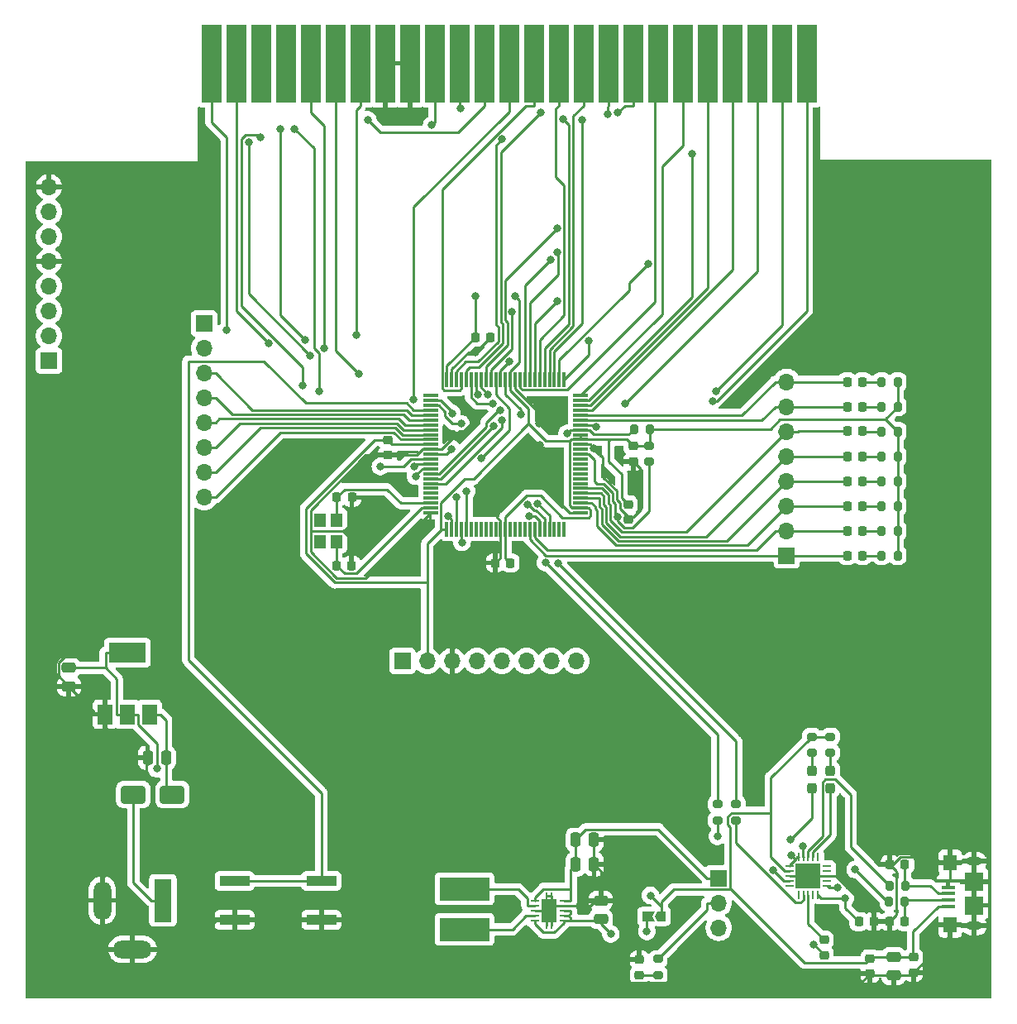
<source format=gbr>
%TF.GenerationSoftware,KiCad,Pcbnew,(7.0.0)*%
%TF.CreationDate,2023-08-05T12:50:32+01:00*%
%TF.ProjectId,DataIOTest,44617461-494f-4546-9573-742e6b696361,rev?*%
%TF.SameCoordinates,Original*%
%TF.FileFunction,Copper,L1,Top*%
%TF.FilePolarity,Positive*%
%FSLAX46Y46*%
G04 Gerber Fmt 4.6, Leading zero omitted, Abs format (unit mm)*
G04 Created by KiCad (PCBNEW (7.0.0)) date 2023-08-05 12:50:32*
%MOMM*%
%LPD*%
G01*
G04 APERTURE LIST*
G04 Aperture macros list*
%AMRoundRect*
0 Rectangle with rounded corners*
0 $1 Rounding radius*
0 $2 $3 $4 $5 $6 $7 $8 $9 X,Y pos of 4 corners*
0 Add a 4 corners polygon primitive as box body*
4,1,4,$2,$3,$4,$5,$6,$7,$8,$9,$2,$3,0*
0 Add four circle primitives for the rounded corners*
1,1,$1+$1,$2,$3*
1,1,$1+$1,$4,$5*
1,1,$1+$1,$6,$7*
1,1,$1+$1,$8,$9*
0 Add four rect primitives between the rounded corners*
20,1,$1+$1,$2,$3,$4,$5,0*
20,1,$1+$1,$4,$5,$6,$7,0*
20,1,$1+$1,$6,$7,$8,$9,0*
20,1,$1+$1,$8,$9,$2,$3,0*%
%AMFreePoly0*
4,1,30,0.439536,0.475100,0.439556,0.475102,0.439580,0.475082,0.439610,0.475070,0.439617,0.475051,0.439632,0.475040,0.696172,0.000061,0.696173,0.000046,0.696182,0.000036,0.696178,0.000000,0.696182,-0.000036,0.696173,-0.000046,0.696172,-0.000061,0.439632,-0.475040,0.439617,-0.475051,0.439610,-0.475070,0.439580,-0.475082,0.439556,-0.475102,0.439536,-0.475100,0.439520,-0.475107,
-0.436780,-0.475107,-0.436870,-0.475070,-0.436899,-0.475000,-0.437500,-0.475000,-0.437500,0.475000,-0.436899,0.475000,-0.436870,0.475070,-0.436780,0.475107,0.439520,0.475107,0.439536,0.475100,0.439536,0.475100,$1*%
%AMFreePoly1*
4,1,32,0.436870,0.475070,0.436899,0.475000,0.437500,0.475000,0.437500,-0.475000,0.436899,-0.475000,0.436870,-0.475070,0.436780,-0.475107,-0.830680,-0.475107,-0.830708,-0.475095,-0.830740,-0.475092,-0.830751,-0.475077,-0.830770,-0.475070,-0.830782,-0.475040,-0.830802,-0.475016,-0.830800,-0.474996,-0.830807,-0.474980,-0.830795,-0.474951,-0.830792,-0.474920,-0.574284,0.000000,-0.830792,0.474920,
-0.830795,0.474951,-0.830807,0.474980,-0.830800,0.474996,-0.830802,0.475016,-0.830782,0.475040,-0.830770,0.475070,-0.830751,0.475077,-0.830740,0.475092,-0.830708,0.475095,-0.830680,0.475107,0.436780,0.475107,0.436870,0.475070,0.436870,0.475070,$1*%
G04 Aperture macros list end*
%TA.AperFunction,SMDPad,CuDef*%
%ADD10FreePoly0,180.000000*%
%TD*%
%TA.AperFunction,SMDPad,CuDef*%
%ADD11FreePoly1,180.000000*%
%TD*%
%TA.AperFunction,ComponentPad*%
%ADD12R,1.700000X1.700000*%
%TD*%
%TA.AperFunction,ComponentPad*%
%ADD13O,1.700000X1.700000*%
%TD*%
%TA.AperFunction,SMDPad,CuDef*%
%ADD14RoundRect,0.218750X-0.256250X0.218750X-0.256250X-0.218750X0.256250X-0.218750X0.256250X0.218750X0*%
%TD*%
%TA.AperFunction,SMDPad,CuDef*%
%ADD15RoundRect,0.200000X-0.275000X0.200000X-0.275000X-0.200000X0.275000X-0.200000X0.275000X0.200000X0*%
%TD*%
%TA.AperFunction,SMDPad,CuDef*%
%ADD16RoundRect,0.011200X-0.128800X0.723800X-0.128800X-0.723800X0.128800X-0.723800X0.128800X0.723800X0*%
%TD*%
%TA.AperFunction,SMDPad,CuDef*%
%ADD17RoundRect,0.011200X-0.723800X-0.128800X0.723800X-0.128800X0.723800X0.128800X-0.723800X0.128800X0*%
%TD*%
%TA.AperFunction,ComponentPad*%
%ADD18O,1.600000X0.900000*%
%TD*%
%TA.AperFunction,SMDPad,CuDef*%
%ADD19R,1.400000X1.600000*%
%TD*%
%TA.AperFunction,SMDPad,CuDef*%
%ADD20R,1.900000X1.900000*%
%TD*%
%TA.AperFunction,SMDPad,CuDef*%
%ADD21R,1.350000X0.400000*%
%TD*%
%TA.AperFunction,SMDPad,CuDef*%
%ADD22RoundRect,0.200000X0.200000X0.275000X-0.200000X0.275000X-0.200000X-0.275000X0.200000X-0.275000X0*%
%TD*%
%TA.AperFunction,SMDPad,CuDef*%
%ADD23RoundRect,0.237500X0.237500X-0.287500X0.237500X0.287500X-0.237500X0.287500X-0.237500X-0.287500X0*%
%TD*%
%TA.AperFunction,SMDPad,CuDef*%
%ADD24R,3.100000X1.000000*%
%TD*%
%TA.AperFunction,SMDPad,CuDef*%
%ADD25RoundRect,0.225000X0.250000X-0.225000X0.250000X0.225000X-0.250000X0.225000X-0.250000X-0.225000X0*%
%TD*%
%TA.AperFunction,SMDPad,CuDef*%
%ADD26RoundRect,0.250000X-0.250000X-0.475000X0.250000X-0.475000X0.250000X0.475000X-0.250000X0.475000X0*%
%TD*%
%TA.AperFunction,SMDPad,CuDef*%
%ADD27R,5.100000X2.350000*%
%TD*%
%TA.AperFunction,SMDPad,CuDef*%
%ADD28RoundRect,0.200000X-0.200000X-0.275000X0.200000X-0.275000X0.200000X0.275000X-0.200000X0.275000X0*%
%TD*%
%TA.AperFunction,SMDPad,CuDef*%
%ADD29RoundRect,0.225000X-0.250000X0.225000X-0.250000X-0.225000X0.250000X-0.225000X0.250000X0.225000X0*%
%TD*%
%TA.AperFunction,SMDPad,CuDef*%
%ADD30RoundRect,0.225000X-0.225000X-0.250000X0.225000X-0.250000X0.225000X0.250000X-0.225000X0.250000X0*%
%TD*%
%TA.AperFunction,SMDPad,CuDef*%
%ADD31RoundRect,0.062500X0.350000X0.062500X-0.350000X0.062500X-0.350000X-0.062500X0.350000X-0.062500X0*%
%TD*%
%TA.AperFunction,SMDPad,CuDef*%
%ADD32RoundRect,0.062500X0.062500X0.350000X-0.062500X0.350000X-0.062500X-0.350000X0.062500X-0.350000X0*%
%TD*%
%TA.AperFunction,SMDPad,CuDef*%
%ADD33R,2.500000X2.500000*%
%TD*%
%TA.AperFunction,SMDPad,CuDef*%
%ADD34R,1.200000X1.400000*%
%TD*%
%TA.AperFunction,SMDPad,CuDef*%
%ADD35RoundRect,0.218750X-0.218750X-0.256250X0.218750X-0.256250X0.218750X0.256250X-0.218750X0.256250X0*%
%TD*%
%TA.AperFunction,SMDPad,CuDef*%
%ADD36RoundRect,0.225000X0.225000X0.250000X-0.225000X0.250000X-0.225000X-0.250000X0.225000X-0.250000X0*%
%TD*%
%TA.AperFunction,ComponentPad*%
%ADD37R,1.800000X4.400000*%
%TD*%
%TA.AperFunction,ComponentPad*%
%ADD38O,1.800000X4.000000*%
%TD*%
%TA.AperFunction,ComponentPad*%
%ADD39O,4.000000X1.800000*%
%TD*%
%TA.AperFunction,SMDPad,CuDef*%
%ADD40RoundRect,0.250000X1.000000X0.650000X-1.000000X0.650000X-1.000000X-0.650000X1.000000X-0.650000X0*%
%TD*%
%TA.AperFunction,SMDPad,CuDef*%
%ADD41R,2.000000X8.000000*%
%TD*%
%TA.AperFunction,SMDPad,CuDef*%
%ADD42RoundRect,0.250000X-0.475000X0.250000X-0.475000X-0.250000X0.475000X-0.250000X0.475000X0.250000X0*%
%TD*%
%TA.AperFunction,SMDPad,CuDef*%
%ADD43RoundRect,0.200000X0.275000X-0.200000X0.275000X0.200000X-0.275000X0.200000X-0.275000X-0.200000X0*%
%TD*%
%TA.AperFunction,SMDPad,CuDef*%
%ADD44R,1.500000X2.000000*%
%TD*%
%TA.AperFunction,SMDPad,CuDef*%
%ADD45R,3.800000X2.000000*%
%TD*%
%TA.AperFunction,SMDPad,CuDef*%
%ADD46RoundRect,0.250000X0.475000X-0.250000X0.475000X0.250000X-0.475000X0.250000X-0.475000X-0.250000X0*%
%TD*%
%TA.AperFunction,SMDPad,CuDef*%
%ADD47RoundRect,0.250000X0.250000X0.475000X-0.250000X0.475000X-0.250000X-0.475000X0.250000X-0.475000X0*%
%TD*%
%TA.AperFunction,SMDPad,CuDef*%
%ADD48R,0.850000X0.280000*%
%TD*%
%TA.AperFunction,SMDPad,CuDef*%
%ADD49R,0.280000X0.700000*%
%TD*%
%TA.AperFunction,SMDPad,CuDef*%
%ADD50R,1.650000X2.400000*%
%TD*%
%TA.AperFunction,ViaPad*%
%ADD51C,0.800000*%
%TD*%
%TA.AperFunction,Conductor*%
%ADD52C,0.250000*%
%TD*%
G04 APERTURE END LIST*
D10*
%TO.P,J7,1,Pin_1*%
%TO.N,USB_PWR*%
X142113000Y-148336000D03*
D11*
%TO.P,J7,2,Pin_2*%
%TO.N,USB_5V*%
X140538000Y-148336000D03*
%TD*%
D12*
%TO.P,J9,1,Pin_1*%
%TO.N,+5V*%
X79374999Y-91439999D03*
D13*
%TO.P,J9,2,Pin_2*%
%TO.N,+24V*%
X79374999Y-88899999D03*
%TO.P,J9,3,Pin_3*%
%TO.N,-9V*%
X79374999Y-86359999D03*
%TO.P,J9,4,Pin_4*%
%TO.N,+48V*%
X79374999Y-83819999D03*
%TO.P,J9,5,Pin_5*%
%TO.N,GND*%
X79374999Y-81279999D03*
%TO.P,J9,6,Pin_6*%
%TO.N,BITSW*%
X79374999Y-78739999D03*
%TO.P,J9,7,Pin_7*%
%TO.N,ADDR_SUP*%
X79374999Y-76199999D03*
%TO.P,J9,8,Pin_8*%
%TO.N,GND*%
X79374999Y-73659999D03*
%TD*%
D14*
%TO.P,LED11,1,K*%
%TO.N,GND*%
X139827000Y-152755500D03*
%TO.P,LED11,2,A*%
%TO.N,Net-(LED11-A)*%
X139827000Y-154330500D03*
%TD*%
D15*
%TO.P,R2,1*%
%TO.N,+5V*%
X140843000Y-100140000D03*
%TO.P,R2,2*%
%TO.N,MCU_RESET*%
X140843000Y-101790000D03*
%TD*%
D16*
%TO.P,U1,1,PA00*%
%TO.N,A0*%
X132119000Y-93345000D03*
%TO.P,U1,2,PA01*%
%TO.N,A1*%
X131619000Y-93345000D03*
%TO.P,U1,3,PC00*%
%TO.N,DO1*%
X131119000Y-93345000D03*
%TO.P,U1,4,PC01*%
%TO.N,DO2*%
X130619000Y-93345000D03*
%TO.P,U1,5,PC02*%
%TO.N,DO3*%
X130119000Y-93345000D03*
%TO.P,U1,6,PC03*%
%TO.N,DO4*%
X129619000Y-93345000D03*
%TO.P,U1,7,PA02*%
%TO.N,A2*%
X129119000Y-93345000D03*
%TO.P,U1,8,PA03*%
%TO.N,A3*%
X128619000Y-93345000D03*
%TO.P,U1,9,PB04*%
%TO.N,A12*%
X128119000Y-93345000D03*
%TO.P,U1,10,PB05*%
%TO.N,A13*%
X127619000Y-93345000D03*
%TO.P,U1,11,GND*%
%TO.N,GND*%
X127119000Y-93345000D03*
%TO.P,U1,12,VDDANA*%
%TO.N,+5V*%
X126619000Y-93345000D03*
%TO.P,U1,13,PB06*%
%TO.N,A14*%
X126119000Y-93345000D03*
%TO.P,U1,14,PB07*%
%TO.N,A15*%
X125619000Y-93345000D03*
%TO.P,U1,15,PB08*%
%TO.N,Net-(J2-Pin_1)*%
X125119000Y-93345000D03*
%TO.P,U1,16,PB09*%
%TO.N,Net-(J2-Pin_2)*%
X124619000Y-93345000D03*
%TO.P,U1,17,PA04*%
%TO.N,A4*%
X124119000Y-93345000D03*
%TO.P,U1,18,PA05*%
%TO.N,A5*%
X123619000Y-93345000D03*
%TO.P,U1,19,PA06*%
%TO.N,A6*%
X123119000Y-93345000D03*
%TO.P,U1,20,PA07*%
%TO.N,A7*%
X122619000Y-93345000D03*
%TO.P,U1,21,PC05*%
%TO.N,DO5*%
X122119000Y-93345000D03*
%TO.P,U1,22,PC06*%
%TO.N,DO6*%
X121619000Y-93345000D03*
%TO.P,U1,23,PC07*%
%TO.N,DO7*%
X121119000Y-93345000D03*
%TO.P,U1,24,GND*%
%TO.N,GND*%
X120619000Y-93345000D03*
%TO.P,U1,25,VDDIO*%
%TO.N,+5V*%
X120119000Y-93345000D03*
D17*
%TO.P,U1,26,PA08*%
%TO.N,unconnected-(U1-PA08-Pad26)*%
X118449000Y-95015000D03*
%TO.P,U1,27,PA09*%
%TO.N,RX*%
X118449000Y-95515000D03*
%TO.P,U1,28,PA10*%
%TO.N,TX*%
X118449000Y-96015000D03*
%TO.P,U1,29,PA11*%
%TO.N,SW1*%
X118449000Y-96515000D03*
%TO.P,U1,30,PB10*%
%TO.N,Net-(J2-Pin_3)*%
X118449000Y-97015000D03*
%TO.P,U1,31,PB11*%
%TO.N,Net-(J2-Pin_4)*%
X118449000Y-97515000D03*
%TO.P,U1,32,PB12*%
%TO.N,Net-(J2-Pin_5)*%
X118449000Y-98015000D03*
%TO.P,U1,33,PB13*%
%TO.N,Net-(J2-Pin_6)*%
X118449000Y-98515000D03*
%TO.P,U1,34,PB14*%
%TO.N,Net-(J2-Pin_7)*%
X118449000Y-99015000D03*
%TO.P,U1,35,PB15*%
%TO.N,Net-(J2-Pin_8)*%
X118449000Y-99515000D03*
%TO.P,U1,36,VDDIO*%
%TO.N,+5V*%
X118449000Y-100015000D03*
%TO.P,U1,37,GND*%
%TO.N,GND*%
X118449000Y-100515000D03*
%TO.P,U1,38,PC08*%
%TO.N,DO8*%
X118449000Y-101015000D03*
%TO.P,U1,39,PC09*%
%TO.N,nV02*%
X118449000Y-101515000D03*
%TO.P,U1,40,PC10*%
%TO.N,RnW*%
X118449000Y-102015000D03*
%TO.P,U1,41,PC11*%
%TO.N,P1nP0*%
X118449000Y-102515000D03*
%TO.P,U1,42,PC12*%
%TO.N,OVER_C*%
X118449000Y-103015000D03*
%TO.P,U1,43,PC13*%
%TO.N,nVPULSE*%
X118449000Y-103515000D03*
%TO.P,U1,44,PC14*%
%TO.N,nPULSE*%
X118449000Y-104015000D03*
%TO.P,U1,45,PC15*%
%TO.N,unconnected-(U1-PC15-Pad45)*%
X118449000Y-104515000D03*
%TO.P,U1,46,PA12*%
%TO.N,unconnected-(U1-PA12-Pad46)*%
X118449000Y-105015000D03*
%TO.P,U1,47,PA13*%
%TO.N,unconnected-(U1-PA13-Pad47)*%
X118449000Y-105515000D03*
%TO.P,U1,48,PA14*%
%TO.N,XIN*%
X118449000Y-106015000D03*
%TO.P,U1,49,PA15*%
%TO.N,XOUT*%
X118449000Y-106515000D03*
%TO.P,U1,50,GND*%
%TO.N,GND*%
X118449000Y-107015000D03*
D16*
%TO.P,U1,51,VDDIO*%
%TO.N,+5V*%
X120119000Y-108685000D03*
%TO.P,U1,52,PA16*%
%TO.N,C1*%
X120619000Y-108685000D03*
%TO.P,U1,53,PA17*%
%TO.N,C2*%
X121119000Y-108685000D03*
%TO.P,U1,54,PA18*%
%TO.N,nC3*%
X121619000Y-108685000D03*
%TO.P,U1,55,PA19*%
%TO.N,nC4*%
X122119000Y-108685000D03*
%TO.P,U1,56,PC16*%
%TO.N,unconnected-(U1-PC16-Pad56)*%
X122619000Y-108685000D03*
%TO.P,U1,57,PC17*%
%TO.N,unconnected-(U1-PC17-Pad57)*%
X123119000Y-108685000D03*
%TO.P,U1,58,PC18*%
%TO.N,unconnected-(U1-PC18-Pad58)*%
X123619000Y-108685000D03*
%TO.P,U1,59,PC19*%
%TO.N,unconnected-(U1-PC19-Pad59)*%
X124119000Y-108685000D03*
%TO.P,U1,60,PC20*%
%TO.N,unconnected-(U1-PC20-Pad60)*%
X124619000Y-108685000D03*
%TO.P,U1,61,PC21*%
%TO.N,unconnected-(U1-PC21-Pad61)*%
X125119000Y-108685000D03*
%TO.P,U1,62,GND*%
%TO.N,GND*%
X125619000Y-108685000D03*
%TO.P,U1,63,VDDIO*%
%TO.N,+5V*%
X126119000Y-108685000D03*
%TO.P,U1,64,PB16*%
%TO.N,unconnected-(U1-PB16-Pad64)*%
X126619000Y-108685000D03*
%TO.P,U1,65,PB17*%
%TO.N,unconnected-(U1-PB17-Pad65)*%
X127119000Y-108685000D03*
%TO.P,U1,66,PB18*%
%TO.N,unconnected-(U1-PB18-Pad66)*%
X127619000Y-108685000D03*
%TO.P,U1,67,PB19*%
%TO.N,unconnected-(U1-PB19-Pad67)*%
X128119000Y-108685000D03*
%TO.P,U1,68,PB20*%
%TO.N,LED1*%
X128619000Y-108685000D03*
%TO.P,U1,69,PB21*%
%TO.N,LED2*%
X129119000Y-108685000D03*
%TO.P,U1,70,PA20*%
%TO.N,nC7*%
X129619000Y-108685000D03*
%TO.P,U1,71,PA21*%
%TO.N,nC11*%
X130119000Y-108685000D03*
%TO.P,U1,72,PA22*%
%TO.N,GATE_ENABLE*%
X130619000Y-108685000D03*
%TO.P,U1,73,PA23*%
%TO.N,unconnected-(U1-PA23-Pad73)*%
X131119000Y-108685000D03*
%TO.P,U1,74,PA24*%
%TO.N,unconnected-(U1-PA24-Pad74)*%
X131619000Y-108685000D03*
%TO.P,U1,75,PA25*%
%TO.N,unconnected-(U1-PA25-Pad75)*%
X132119000Y-108685000D03*
D17*
%TO.P,U1,76,GND*%
%TO.N,GND*%
X133789000Y-107015000D03*
%TO.P,U1,77,VDDIO*%
%TO.N,+5V*%
X133789000Y-106515000D03*
%TO.P,U1,78,PB22*%
%TO.N,LED3*%
X133789000Y-106015000D03*
%TO.P,U1,79,PB23*%
%TO.N,LED4*%
X133789000Y-105515000D03*
%TO.P,U1,80,PB24*%
%TO.N,LED5*%
X133789000Y-105015000D03*
%TO.P,U1,81,PB25*%
%TO.N,LED6*%
X133789000Y-104515000D03*
%TO.P,U1,82,PC24*%
%TO.N,unconnected-(U1-PC24-Pad82)*%
X133789000Y-104015000D03*
%TO.P,U1,83,PC25*%
%TO.N,unconnected-(U1-PC25-Pad83)*%
X133789000Y-103515000D03*
%TO.P,U1,84,PC26*%
%TO.N,unconnected-(U1-PC26-Pad84)*%
X133789000Y-103015000D03*
%TO.P,U1,85,PC27*%
%TO.N,unconnected-(U1-PC27-Pad85)*%
X133789000Y-102515000D03*
%TO.P,U1,86,PC28*%
%TO.N,unconnected-(U1-PC28-Pad86)*%
X133789000Y-102015000D03*
%TO.P,U1,87,PA27*%
%TO.N,unconnected-(U1-PA27-Pad87)*%
X133789000Y-101515000D03*
%TO.P,U1,88,~{RESET}*%
%TO.N,MCU_RESET*%
X133789000Y-101015000D03*
%TO.P,U1,89,PA28*%
%TO.N,unconnected-(U1-PA28-Pad89)*%
X133789000Y-100515000D03*
%TO.P,U1,90,GND*%
%TO.N,GND*%
X133789000Y-100015000D03*
%TO.P,U1,91,VDDCORE*%
%TO.N,+5V*%
X133789000Y-99515000D03*
%TO.P,U1,92,VDDIN*%
X133789000Y-99015000D03*
%TO.P,U1,93,PA30*%
%TO.N,SWCLK*%
X133789000Y-98515000D03*
%TO.P,U1,94,PA31*%
%TO.N,SWDIO*%
X133789000Y-98015000D03*
%TO.P,U1,95,PB30*%
%TO.N,LED7*%
X133789000Y-97515000D03*
%TO.P,U1,96,PB31*%
%TO.N,LED8*%
X133789000Y-97015000D03*
%TO.P,U1,97,PB00*%
%TO.N,A8*%
X133789000Y-96515000D03*
%TO.P,U1,98,PB01*%
%TO.N,A9*%
X133789000Y-96015000D03*
%TO.P,U1,99,PB02*%
%TO.N,A10*%
X133789000Y-95515000D03*
%TO.P,U1,100,PB03*%
%TO.N,A11*%
X133789000Y-95015000D03*
%TD*%
D12*
%TO.P,J1,1,Pin_1*%
%TO.N,MCU_RESET*%
X115569999Y-122173999D03*
D13*
%TO.P,J1,2,Pin_2*%
%TO.N,+5V*%
X118109999Y-122173999D03*
%TO.P,J1,3,Pin_3*%
%TO.N,GND*%
X120649999Y-122173999D03*
%TO.P,J1,4,Pin_4*%
%TO.N,unconnected-(J1-Pin_4-Pad4)*%
X123189999Y-122173999D03*
%TO.P,J1,5,Pin_5*%
%TO.N,SWCLK*%
X125729999Y-122173999D03*
%TO.P,J1,6,Pin_6*%
%TO.N,unconnected-(J1-Pin_6-Pad6)*%
X128269999Y-122173999D03*
%TO.P,J1,7,Pin_7*%
%TO.N,unconnected-(J1-Pin_7-Pad7)*%
X130809999Y-122173999D03*
%TO.P,J1,8,Pin_8*%
%TO.N,SWDIO*%
X133349999Y-122173999D03*
%TD*%
D18*
%TO.P,J4,6,Shield*%
%TO.N,GND*%
X174116999Y-142692999D03*
D19*
X171666999Y-142792999D03*
D20*
X174116999Y-144792999D03*
X174116999Y-147192999D03*
D19*
X171666999Y-149192999D03*
D18*
X174116999Y-149292999D03*
D21*
%TO.P,J4,5,GND*%
X171441999Y-144692999D03*
%TO.P,J4,4,ID*%
X171441999Y-145342999D03*
%TO.P,J4,3,D+*%
%TO.N,Net-(J4-D+)*%
X171441999Y-145992999D03*
%TO.P,J4,2,D-*%
%TO.N,Net-(J4-D-)*%
X171441999Y-146642999D03*
%TO.P,J4,1,VBUS*%
%TO.N,USB_PWR*%
X171441999Y-147292999D03*
%TD*%
D22*
%TO.P,R1,1*%
%TO.N,+5V*%
X140906000Y-98425000D03*
%TO.P,R1,2*%
%TO.N,SWCLK*%
X139256000Y-98425000D03*
%TD*%
D23*
%TO.P,LED10,1,K*%
%TO.N,Net-(LED10-K)*%
X159385000Y-135178000D03*
%TO.P,LED10,2,A*%
%TO.N,Net-(LED10-A)*%
X159385000Y-133428000D03*
%TD*%
D24*
%TO.P,SW1,1*%
%TO.N,SW1*%
X98379279Y-144691099D03*
%TO.P,SW1,2*%
X107279279Y-144691099D03*
%TO.P,SW1,3*%
%TO.N,GND*%
X98379279Y-148691099D03*
%TO.P,SW1,4*%
X107279279Y-148691099D03*
%TD*%
D25*
%TO.P,C10,2*%
%TO.N,USB_PWR*%
X163449000Y-152641000D03*
%TO.P,C10,1*%
%TO.N,GND*%
X163449000Y-154191000D03*
%TD*%
D26*
%TO.P,C17,1*%
%TO.N,USB_5V*%
X133289000Y-143002000D03*
%TO.P,C17,2*%
%TO.N,GND*%
X135189000Y-143002000D03*
%TD*%
D27*
%TO.P,L1,1,1*%
%TO.N,Net-(U3-L1)*%
X121919999Y-149648999D03*
%TO.P,L1,2,2*%
%TO.N,Net-(U3-L2)*%
X121919999Y-145498999D03*
%TD*%
D15*
%TO.P,R14,1*%
%TO.N,TX*%
X147828000Y-136843000D03*
%TO.P,R14,2*%
%TO.N,Net-(U2-RXD)*%
X147828000Y-138493000D03*
%TD*%
D25*
%TO.P,C14,1*%
%TO.N,MCU_RESET*%
X158750000Y-152273000D03*
%TO.P,C14,2*%
%TO.N,Net-(U2-~{DTR})*%
X158750000Y-150723000D03*
%TD*%
D28*
%TO.P,R10,1*%
%TO.N,Net-(LED8-A)*%
X164630500Y-93599000D03*
%TO.P,R10,2*%
%TO.N,+5V*%
X166280500Y-93599000D03*
%TD*%
D12*
%TO.P,J3,1,Pin_1*%
%TO.N,LED1*%
X154914499Y-111378999D03*
D13*
%TO.P,J3,2,Pin_2*%
%TO.N,LED2*%
X154914499Y-108838999D03*
%TO.P,J3,3,Pin_3*%
%TO.N,LED3*%
X154914499Y-106298999D03*
%TO.P,J3,4,Pin_4*%
%TO.N,LED4*%
X154914499Y-103758999D03*
%TO.P,J3,5,Pin_5*%
%TO.N,LED5*%
X154914499Y-101218999D03*
%TO.P,J3,6,Pin_6*%
%TO.N,LED6*%
X154914499Y-98678999D03*
%TO.P,J3,7,Pin_7*%
%TO.N,LED7*%
X154914499Y-96138999D03*
%TO.P,J3,8,Pin_8*%
%TO.N,LED8*%
X154914499Y-93598999D03*
%TD*%
D29*
%TO.P,C6,1*%
%TO.N,+5V*%
X114046000Y-99555000D03*
%TO.P,C6,2*%
%TO.N,GND*%
X114046000Y-101105000D03*
%TD*%
D30*
%TO.P,C1,1*%
%TO.N,XIN*%
X108834000Y-105411000D03*
%TO.P,C1,2*%
%TO.N,GND*%
X110384000Y-105411000D03*
%TD*%
D28*
%TO.P,R8,1*%
%TO.N,Net-(LED7-A)*%
X164630500Y-96139000D03*
%TO.P,R8,2*%
%TO.N,+5V*%
X166280500Y-96139000D03*
%TD*%
D31*
%TO.P,U2,1,RXD*%
%TO.N,Net-(U2-RXD)*%
X159052500Y-145177500D03*
%TO.P,U2,2,~{RI}*%
%TO.N,unconnected-(U2-~{RI}-Pad2)*%
X159052500Y-144677500D03*
%TO.P,U2,3,GND*%
%TO.N,GND*%
X159052500Y-144177500D03*
%TO.P,U2,4,~{DSR}*%
%TO.N,unconnected-(U2-~{DSR}-Pad4)*%
X159052500Y-143677500D03*
%TO.P,U2,5,~{DCD}*%
%TO.N,unconnected-(U2-~{DCD}-Pad5)*%
X159052500Y-143177500D03*
D32*
%TO.P,U2,6,~{CTS}*%
%TO.N,unconnected-(U2-~{CTS}-Pad6)*%
X158115000Y-142240000D03*
%TO.P,U2,7,CBUS2*%
%TO.N,Net-(LED10-K)*%
X157615000Y-142240000D03*
%TO.P,U2,8,USBDP*%
%TO.N,Net-(U2-USBDP)*%
X157115000Y-142240000D03*
%TO.P,U2,9,USBDM*%
%TO.N,Net-(U2-USBDM)*%
X156615000Y-142240000D03*
%TO.P,U2,10,3V3OUT*%
%TO.N,Net-(U2-3V3OUT)*%
X156115000Y-142240000D03*
D31*
%TO.P,U2,11,~{RESET}*%
X155177500Y-143177500D03*
%TO.P,U2,12,VCC*%
%TO.N,USB_PWR*%
X155177500Y-143677500D03*
%TO.P,U2,13,GND*%
%TO.N,GND*%
X155177500Y-144177500D03*
%TO.P,U2,14,CBUS1*%
%TO.N,Net-(LED9-K)*%
X155177500Y-144677500D03*
%TO.P,U2,15,CBUS0*%
%TO.N,unconnected-(U2-CBUS0-Pad15)*%
X155177500Y-145177500D03*
D32*
%TO.P,U2,16,CBUS3*%
%TO.N,unconnected-(U2-CBUS3-Pad16)*%
X156115000Y-146115000D03*
%TO.P,U2,17,TXD*%
%TO.N,Net-(U2-TXD)*%
X156615000Y-146115000D03*
%TO.P,U2,18,~{DTR}*%
%TO.N,Net-(U2-~{DTR})*%
X157115000Y-146115000D03*
%TO.P,U2,19,~{RTS}*%
%TO.N,unconnected-(U2-~{RTS}-Pad19)*%
X157615000Y-146115000D03*
%TO.P,U2,20,VCCIO*%
%TO.N,Net-(U2-3V3OUT)*%
X158115000Y-146115000D03*
D33*
%TO.P,U2,21,GND*%
%TO.N,GND*%
X157114999Y-144177499D03*
%TD*%
D12*
%TO.P,J2,1,Pin_1*%
%TO.N,Net-(J2-Pin_1)*%
X95249999Y-87629999D03*
D13*
%TO.P,J2,2,Pin_2*%
%TO.N,Net-(J2-Pin_2)*%
X95249999Y-90169999D03*
%TO.P,J2,3,Pin_3*%
%TO.N,Net-(J2-Pin_3)*%
X95249999Y-92709999D03*
%TO.P,J2,4,Pin_4*%
%TO.N,Net-(J2-Pin_4)*%
X95249999Y-95249999D03*
%TO.P,J2,5,Pin_5*%
%TO.N,Net-(J2-Pin_5)*%
X95249999Y-97789999D03*
%TO.P,J2,6,Pin_6*%
%TO.N,Net-(J2-Pin_6)*%
X95249999Y-100329999D03*
%TO.P,J2,7,Pin_7*%
%TO.N,Net-(J2-Pin_7)*%
X95249999Y-102869999D03*
%TO.P,J2,8,Pin_8*%
%TO.N,Net-(J2-Pin_8)*%
X95249999Y-105409999D03*
%TD*%
D34*
%TO.P,Y1,1,1*%
%TO.N,XOUT*%
X108807999Y-109939999D03*
%TO.P,Y1,2,2*%
%TO.N,XIN*%
X108807999Y-107739999D03*
%TO.P,Y1,3*%
%TO.N,N/C*%
X107107999Y-107739999D03*
%TO.P,Y1,4*%
X107107999Y-109939999D03*
%TD*%
D35*
%TO.P,LED4,2,A*%
%TO.N,Net-(LED4-A)*%
X162687000Y-103759000D03*
%TO.P,LED4,1,K*%
%TO.N,LED4*%
X161112000Y-103759000D03*
%TD*%
D36*
%TO.P,C13,1*%
%TO.N,GND*%
X163843000Y-148844000D03*
%TO.P,C13,2*%
%TO.N,Net-(U2-3V3OUT)*%
X162293000Y-148844000D03*
%TD*%
D37*
%TO.P,J6,1*%
%TO.N,Net-(D1-A)*%
X91035999Y-146684999D03*
D38*
%TO.P,J6,2*%
%TO.N,GND*%
X84835999Y-146684999D03*
D39*
%TO.P,J6,3*%
X87935999Y-151684999D03*
%TD*%
D28*
%TO.P,R12,1*%
%TO.N,Net-(U2-USBDP)*%
X165418000Y-145161000D03*
%TO.P,R12,2*%
%TO.N,Net-(J4-D+)*%
X167068000Y-145161000D03*
%TD*%
D40*
%TO.P,D1,1,K*%
%TO.N,Net-(D1-K)*%
X92002000Y-135857000D03*
%TO.P,D1,2,A*%
%TO.N,Net-(D1-A)*%
X88002000Y-135857000D03*
%TD*%
D26*
%TO.P,C15,1*%
%TO.N,USB_5V*%
X133289000Y-140462000D03*
%TO.P,C15,2*%
%TO.N,GND*%
X135189000Y-140462000D03*
%TD*%
D28*
%TO.P,R9,1*%
%TO.N,Net-(LED4-A)*%
X164630500Y-103759000D03*
%TO.P,R9,2*%
%TO.N,+5V*%
X166280500Y-103759000D03*
%TD*%
D35*
%TO.P,LED7,1,K*%
%TO.N,LED7*%
X161112000Y-96139000D03*
%TO.P,LED7,2,A*%
%TO.N,Net-(LED7-A)*%
X162687000Y-96139000D03*
%TD*%
D13*
%TO.P,J8,3,Pin_3*%
%TO.N,EXT_5V*%
X147954999Y-149478999D03*
%TO.P,J8,2,Pin_2*%
%TO.N,+5V*%
X147954999Y-146938999D03*
D12*
%TO.P,J8,1,Pin_1*%
%TO.N,USB_5V*%
X147954999Y-144398999D03*
%TD*%
D29*
%TO.P,C3,1*%
%TO.N,+5V*%
X139192000Y-100190000D03*
%TO.P,C3,2*%
%TO.N,GND*%
X139192000Y-101740000D03*
%TD*%
D28*
%TO.P,R4,1*%
%TO.N,Net-(LED5-A)*%
X164630500Y-101219000D03*
%TO.P,R4,2*%
%TO.N,+5V*%
X166280500Y-101219000D03*
%TD*%
D36*
%TO.P,C5,1*%
%TO.N,+5V*%
X126619000Y-112141000D03*
%TO.P,C5,2*%
%TO.N,GND*%
X125069000Y-112141000D03*
%TD*%
D41*
%TO.P,J5,A,A5*%
%TO.N,A5*%
X156958499Y-60999999D03*
%TO.P,J5,AA,NC*%
%TO.N,unconnected-(J5-NC-PadAA)*%
X101078499Y-60999999D03*
%TO.P,J5,B,A6*%
%TO.N,A6*%
X154418499Y-60999999D03*
%TO.P,J5,BB,P1nP0*%
%TO.N,P1nP0*%
X98538499Y-60999999D03*
%TO.P,J5,C,A7*%
%TO.N,A7*%
X151878499Y-60999999D03*
%TO.P,J5,CC,RnW*%
%TO.N,RnW*%
X95998499Y-60999999D03*
%TO.P,J5,D,A8*%
%TO.N,A8*%
X149338499Y-60999999D03*
%TO.P,J5,E,A9*%
%TO.N,A9*%
X146798499Y-60999999D03*
%TO.P,J5,F,A11*%
%TO.N,A11*%
X144258499Y-60999999D03*
%TO.P,J5,H,A13*%
%TO.N,A13*%
X141718499Y-60999999D03*
%TO.P,J5,J,A15*%
%TO.N,A15*%
X139178499Y-60999999D03*
%TO.P,J5,K,OVER_C*%
%TO.N,OVER_C*%
X136638499Y-60999999D03*
%TO.P,J5,L,DO2*%
%TO.N,DO2*%
X134098499Y-60999999D03*
%TO.P,J5,M,DO4*%
%TO.N,DO4*%
X131558499Y-60999999D03*
%TO.P,J5,N,DO6*%
%TO.N,DO6*%
X129018499Y-60999999D03*
%TO.P,J5,P,DO8*%
%TO.N,DO8*%
X126478499Y-60999999D03*
%TO.P,J5,R,BITSW*%
%TO.N,BITSW*%
X123938499Y-60999999D03*
%TO.P,J5,S,+5V*%
%TO.N,+5V*%
X121398499Y-60999999D03*
%TO.P,J5,T,+24V*%
%TO.N,+24V*%
X118858499Y-60999999D03*
%TO.P,J5,U,GND*%
%TO.N,GND*%
X116318499Y-60999999D03*
%TO.P,J5,V,GND*%
X113778499Y-60999999D03*
%TO.P,J5,W,GATE_ENABLE*%
%TO.N,GATE_ENABLE*%
X111238499Y-60999999D03*
%TO.P,J5,X,nC11*%
%TO.N,nC11*%
X108698499Y-60999999D03*
%TO.P,J5,Y,nC4*%
%TO.N,nC4*%
X106158499Y-60999999D03*
%TO.P,J5,Z,NC*%
%TO.N,unconnected-(J5-NC-PadZ)*%
X103618499Y-60999999D03*
%TD*%
D28*
%TO.P,R7,1*%
%TO.N,Net-(LED3-A)*%
X164630500Y-106299000D03*
%TO.P,R7,2*%
%TO.N,+5V*%
X166280500Y-106299000D03*
%TD*%
D30*
%TO.P,C2,1*%
%TO.N,XOUT*%
X108821000Y-112396000D03*
%TO.P,C2,2*%
%TO.N,GND*%
X110371000Y-112396000D03*
%TD*%
%TO.P,C11,1*%
%TO.N,GND*%
X165468000Y-143002000D03*
%TO.P,C11,2*%
%TO.N,Net-(J4-D+)*%
X167018000Y-143002000D03*
%TD*%
%TO.P,C7,1*%
%TO.N,+5V*%
X123050000Y-89027000D03*
%TO.P,C7,2*%
%TO.N,GND*%
X124600000Y-89027000D03*
%TD*%
D29*
%TO.P,C4,1*%
%TO.N,+5V*%
X138684000Y-106159000D03*
%TO.P,C4,2*%
%TO.N,GND*%
X138684000Y-107709000D03*
%TD*%
D30*
%TO.P,C9,1*%
%TO.N,GND*%
X165468000Y-148844000D03*
%TO.P,C9,2*%
%TO.N,Net-(J4-D-)*%
X167018000Y-148844000D03*
%TD*%
D42*
%TO.P,C18,1*%
%TO.N,EXT_5V*%
X81407000Y-122875000D03*
%TO.P,C18,2*%
%TO.N,GND*%
X81407000Y-124775000D03*
%TD*%
D35*
%TO.P,LED8,1,K*%
%TO.N,LED8*%
X161112000Y-93599000D03*
%TO.P,LED8,2,A*%
%TO.N,Net-(LED8-A)*%
X162687000Y-93599000D03*
%TD*%
D43*
%TO.P,R17,1*%
%TO.N,Net-(LED11-A)*%
X141732000Y-154342500D03*
%TO.P,R17,2*%
%TO.N,+5V*%
X141732000Y-152692500D03*
%TD*%
D28*
%TO.P,R11,1*%
%TO.N,Net-(U2-USBDM)*%
X165354000Y-146812000D03*
%TO.P,R11,2*%
%TO.N,Net-(J4-D-)*%
X167004000Y-146812000D03*
%TD*%
D35*
%TO.P,LED5,1,K*%
%TO.N,LED5*%
X161112000Y-101219000D03*
%TO.P,LED5,2,A*%
%TO.N,Net-(LED5-A)*%
X162687000Y-101219000D03*
%TD*%
%TO.P,LED1,2,A*%
%TO.N,Net-(LED1-A)*%
X162687000Y-111379000D03*
%TO.P,LED1,1,K*%
%TO.N,LED1*%
X161112000Y-111379000D03*
%TD*%
%TO.P,LED2,1,K*%
%TO.N,LED2*%
X161112000Y-108839000D03*
%TO.P,LED2,2,A*%
%TO.N,Net-(LED2-A)*%
X162687000Y-108839000D03*
%TD*%
D44*
%TO.P,U4,1,GND*%
%TO.N,GND*%
X85089999Y-127634999D03*
%TO.P,U4,2,VO*%
%TO.N,EXT_5V*%
X87389999Y-127634999D03*
D45*
X87389999Y-121334999D03*
D44*
%TO.P,U4,3,VI*%
%TO.N,Net-(D1-K)*%
X89689999Y-127634999D03*
%TD*%
D28*
%TO.P,R5,1*%
%TO.N,Net-(LED2-A)*%
X164630500Y-108839000D03*
%TO.P,R5,2*%
%TO.N,+5V*%
X166280500Y-108839000D03*
%TD*%
%TO.P,R6,1*%
%TO.N,Net-(LED6-A)*%
X164630500Y-98679000D03*
%TO.P,R6,2*%
%TO.N,+5V*%
X166280500Y-98679000D03*
%TD*%
D23*
%TO.P,LED9,1,K*%
%TO.N,Net-(LED9-K)*%
X157480000Y-135178000D03*
%TO.P,LED9,2,A*%
%TO.N,Net-(LED9-A)*%
X157480000Y-133428000D03*
%TD*%
D35*
%TO.P,LED3,1,K*%
%TO.N,LED3*%
X161112000Y-106299000D03*
%TO.P,LED3,2,A*%
%TO.N,Net-(LED3-A)*%
X162687000Y-106299000D03*
%TD*%
D46*
%TO.P,C20,1*%
%TO.N,USB_PWR*%
X135890000Y-148590000D03*
%TO.P,C20,2*%
%TO.N,GND*%
X135890000Y-146690000D03*
%TD*%
D43*
%TO.P,R16,1*%
%TO.N,Net-(LED10-A)*%
X159385000Y-131572000D03*
%TO.P,R16,2*%
%TO.N,USB_PWR*%
X159385000Y-129922000D03*
%TD*%
D47*
%TO.P,C16,1*%
%TO.N,Net-(D1-K)*%
X91374000Y-132080000D03*
%TO.P,C16,2*%
%TO.N,GND*%
X89474000Y-132080000D03*
%TD*%
D28*
%TO.P,R3,1*%
%TO.N,Net-(LED1-A)*%
X164630500Y-111379000D03*
%TO.P,R3,2*%
%TO.N,+5V*%
X166280500Y-111379000D03*
%TD*%
D43*
%TO.P,R13,1*%
%TO.N,Net-(U2-TXD)*%
X149733000Y-138493000D03*
%TO.P,R13,2*%
%TO.N,RX*%
X149733000Y-136843000D03*
%TD*%
D25*
%TO.P,C8,2*%
%TO.N,USB_PWR*%
X167894000Y-152514000D03*
%TO.P,C8,1*%
%TO.N,GND*%
X167894000Y-154064000D03*
%TD*%
D48*
%TO.P,U3,1,VOUT*%
%TO.N,USB_5V*%
X129112499Y-146746999D03*
%TO.P,U3,2,L2*%
%TO.N,Net-(U3-L2)*%
X129112499Y-147246999D03*
%TO.P,U3,3,PGND*%
%TO.N,GND*%
X129112499Y-147746999D03*
%TO.P,U3,4,L1*%
%TO.N,Net-(U3-L1)*%
X129112499Y-148246999D03*
%TO.P,U3,5,VIN*%
%TO.N,USB_PWR*%
X129112499Y-148746999D03*
%TO.P,U3,6,EN*%
X132062499Y-148746999D03*
%TO.P,U3,7,PS_SYNC*%
X132062499Y-148246999D03*
%TO.P,U3,8,VINA*%
X132062499Y-147746999D03*
%TO.P,U3,9,GND*%
%TO.N,GND*%
X132062499Y-147246999D03*
%TO.P,U3,10,FB*%
%TO.N,USB_5V*%
X132062499Y-146746999D03*
D49*
%TO.P,U3,11,PAD*%
%TO.N,GND*%
X130337499Y-146196999D03*
X130337499Y-149296999D03*
D50*
X130587499Y-147746999D03*
D49*
X130837499Y-146196999D03*
X130837499Y-149296999D03*
%TD*%
D43*
%TO.P,R15,1*%
%TO.N,Net-(LED9-A)*%
X157480000Y-131572000D03*
%TO.P,R15,2*%
%TO.N,USB_PWR*%
X157480000Y-129922000D03*
%TD*%
D46*
%TO.P,C12,2*%
%TO.N,USB_PWR*%
X165862000Y-152466000D03*
%TO.P,C12,1*%
%TO.N,GND*%
X165862000Y-154366000D03*
%TD*%
D35*
%TO.P,LED6,1,K*%
%TO.N,LED6*%
X161112000Y-98656000D03*
%TO.P,LED6,2,A*%
%TO.N,Net-(LED6-A)*%
X162687000Y-98656000D03*
%TD*%
D51*
%TO.N,USB_PWR*%
X140970000Y-146177000D03*
X136906000Y-150114000D03*
%TO.N,TX*%
X121562300Y-97911200D03*
X130211100Y-112112700D03*
%TO.N,RX*%
X120638900Y-96828900D03*
X131505600Y-112163200D03*
%TO.N,Net-(U2-RXD)*%
X160094600Y-145389800D03*
X147828000Y-140125600D03*
%TO.N,Net-(U2-USBDM)*%
X156580000Y-141119200D03*
X161923500Y-143530900D03*
%TO.N,Net-(LED9-K)*%
X153560400Y-143587300D03*
X155262100Y-140457100D03*
%TO.N,nC4*%
X107546900Y-90143100D03*
X122119000Y-104779400D03*
%TO.N,nC11*%
X111069200Y-92817100D03*
X128395300Y-106206200D03*
%TO.N,GATE_ENABLE*%
X110823100Y-88834800D03*
X129401500Y-106043800D03*
%TO.N,+24V*%
X118561300Y-67310000D03*
%TO.N,BITSW*%
X112031100Y-66785900D03*
%TO.N,DO8*%
X116667400Y-95456000D03*
X120619100Y-100467500D03*
%TO.N,OVER_C*%
X136553300Y-66236400D03*
X125597500Y-96532500D03*
%TO.N,A15*%
X137622300Y-66065400D03*
X126483700Y-91557600D03*
%TO.N,RnW*%
X97551300Y-88326500D03*
X116787247Y-102266001D03*
%TO.N,A7*%
X138378700Y-95806300D03*
X124855600Y-95806300D03*
%TO.N,P1nP0*%
X101854000Y-89662000D03*
X116910575Y-103265133D03*
%TO.N,A6*%
X147697800Y-94545100D03*
X123310700Y-94899600D03*
%TO.N,A5*%
X147312300Y-95545500D03*
X124346000Y-94871500D03*
%TO.N,nV02*%
X113301700Y-102268400D03*
%TO.N,nC7*%
X99822000Y-69088000D03*
X106139400Y-90891300D03*
X128554500Y-107349100D03*
%TO.N,nC3*%
X101028000Y-68609200D03*
X105349600Y-93946900D03*
X121671800Y-110030100D03*
%TO.N,C2*%
X103046500Y-67691000D03*
X105629200Y-89342900D03*
X121119000Y-105387400D03*
%TO.N,C1*%
X104521000Y-67691000D03*
X107036200Y-94607600D03*
X120270900Y-107346600D03*
%TO.N,nVPULSE*%
X124891000Y-98114400D03*
%TO.N,DO7*%
X125782200Y-68787700D03*
%TO.N,DO5*%
X129707500Y-66014300D03*
%TO.N,DO3*%
X132030700Y-66748900D03*
%TO.N,DO1*%
X133940200Y-66763400D03*
%TO.N,nPULSE*%
X125744100Y-97552700D03*
%TO.N,A14*%
X127706600Y-96972500D03*
%TO.N,A12*%
X130713100Y-81100000D03*
%TO.N,A10*%
X145242300Y-70231000D03*
%TO.N,A4*%
X131413800Y-77854000D03*
%TO.N,A3*%
X131413800Y-80375800D03*
%TO.N,A2*%
X131413700Y-85330400D03*
%TO.N,A1*%
X140722499Y-81549801D03*
%TO.N,A0*%
X134640200Y-89380400D03*
%TO.N,Net-(J2-Pin_2)*%
X126804300Y-86454700D03*
%TO.N,Net-(J2-Pin_1)*%
X123656300Y-101406000D03*
%TO.N,SWDIO*%
X135433500Y-98231500D03*
%TO.N,SWCLK*%
X132435100Y-98873400D03*
%TO.N,EXT_5V*%
X90409500Y-133201100D03*
%TO.N,USB_5V*%
X140589000Y-149860000D03*
%TO.N,MCU_RESET*%
X137582502Y-107433100D03*
X157637000Y-151240900D03*
%TO.N,Net-(U2-3V3OUT)*%
X160913800Y-146443100D03*
X155374800Y-142080800D03*
%TO.N,+5V*%
X127130800Y-84833500D03*
X121545200Y-65608400D03*
X123050000Y-84833500D03*
%TO.N,GND*%
X135174900Y-100382600D03*
X129650900Y-100099700D03*
X123013000Y-97486300D03*
X129554500Y-97899800D03*
X113805300Y-66053300D03*
X123075500Y-90551500D03*
%TD*%
D52*
%TO.N,GND*%
X171667000Y-144693000D02*
X172442300Y-144693000D01*
X171667000Y-142793000D02*
X171667000Y-144693000D01*
X171442000Y-144693000D02*
X171442000Y-145343000D01*
X172192600Y-144693000D02*
X171442000Y-144693000D01*
X117620941Y-100515000D02*
X117043941Y-101092000D01*
X118449000Y-100515000D02*
X117620941Y-100515000D01*
%TO.N,RnW*%
X117038248Y-102015000D02*
X116787247Y-102266001D01*
%TO.N,nV02*%
X116396097Y-101541501D02*
X118422499Y-101541501D01*
X115669198Y-102268400D02*
X116396097Y-101541501D01*
X113301700Y-102268400D02*
X115669198Y-102268400D01*
X118422499Y-101541501D02*
X118449000Y-101515000D01*
%TO.N,RnW*%
X118449000Y-102015000D02*
X117038248Y-102015000D01*
%TO.N,GND*%
X117043941Y-101092000D02*
X114059000Y-101092000D01*
X114059000Y-101092000D02*
X114046000Y-101105000D01*
%TO.N,P1nP0*%
X116910575Y-103190824D02*
X116910575Y-103265133D01*
X117110898Y-102990501D02*
X116910575Y-103190824D01*
X117145440Y-102990501D02*
X117110898Y-102990501D01*
X117620941Y-102515000D02*
X117145440Y-102990501D01*
X118449000Y-102515000D02*
X117620941Y-102515000D01*
%TO.N,GND*%
X125619000Y-107856941D02*
X125619000Y-108685000D01*
X125222000Y-106299000D02*
X125222000Y-107459941D01*
X127565900Y-103955100D02*
X125222000Y-106299000D01*
X129650900Y-103955100D02*
X127565900Y-103955100D01*
X125222000Y-107459941D02*
X125619000Y-107856941D01*
X139954000Y-102502000D02*
X139192000Y-101740000D01*
X139954000Y-106680000D02*
X139954000Y-102502000D01*
X139196000Y-107438000D02*
X139954000Y-106680000D01*
X138688100Y-107438000D02*
X139196000Y-107438000D01*
X80333400Y-123701400D02*
X81407000Y-124775000D01*
X80333400Y-122341600D02*
X80333400Y-123701400D01*
X81534000Y-121141000D02*
X80333400Y-122341600D01*
X81534000Y-81661000D02*
X81534000Y-121141000D01*
X81153000Y-81280000D02*
X81534000Y-81661000D01*
X79375000Y-81280000D02*
X81153000Y-81280000D01*
X77724000Y-81280000D02*
X79375000Y-81280000D01*
X77724000Y-73660000D02*
X77724000Y-81280000D01*
X79375000Y-73660000D02*
X77724000Y-73660000D01*
%TO.N,BITSW*%
X123938500Y-65325300D02*
X123938500Y-61000000D01*
X121229300Y-68034500D02*
X123938500Y-65325300D01*
X113279700Y-68034500D02*
X121229300Y-68034500D01*
%TO.N,+24V*%
X118858500Y-67012800D02*
X118561300Y-67310000D01*
%TO.N,BITSW*%
X112031100Y-66785900D02*
X113279700Y-68034500D01*
%TO.N,+24V*%
X118858500Y-61000000D02*
X118858500Y-67012800D01*
%TO.N,A11*%
X142150500Y-86653500D02*
X133789000Y-95015000D01*
X142150500Y-71547098D02*
X142150500Y-86653500D01*
X144258500Y-69439098D02*
X142150500Y-71547098D01*
X144258500Y-61000000D02*
X144258500Y-69439098D01*
%TO.N,A13*%
X127619000Y-94188200D02*
X127619000Y-93345000D01*
X127861700Y-94430900D02*
X127619000Y-94188200D01*
X132411300Y-94430900D02*
X127861700Y-94430900D01*
X141446999Y-85395201D02*
X132411300Y-94430900D01*
X141446999Y-61271501D02*
X141446999Y-85395201D01*
X141718500Y-61000000D02*
X141446999Y-61271501D01*
%TO.N,A1*%
X131619000Y-91334100D02*
X138753400Y-84199700D01*
X138753400Y-84199700D02*
X138753400Y-83518900D01*
X131619000Y-93345000D02*
X131619000Y-91334100D01*
X138753400Y-83518900D02*
X140722499Y-81549801D01*
%TO.N,A10*%
X133789000Y-95515000D02*
X134653900Y-95515000D01*
X134653900Y-95515000D02*
X145242300Y-84926600D01*
X145242300Y-84926600D02*
X145242300Y-70231000D01*
%TO.N,GND*%
X113778500Y-66026500D02*
X113805300Y-66053300D01*
X113778500Y-61000000D02*
X113778500Y-66026500D01*
%TO.N,C2*%
X103046500Y-86760200D02*
X103046500Y-67691000D01*
X105629200Y-89342900D02*
X103046500Y-86760200D01*
%TO.N,nC4*%
X106158500Y-66026500D02*
X107546900Y-67414900D01*
X106158500Y-61000000D02*
X106158500Y-66026500D01*
X107546900Y-67414900D02*
X107546900Y-90143100D01*
%TO.N,C1*%
X106529700Y-69699700D02*
X104521000Y-67691000D01*
X107036200Y-90658300D02*
X106529700Y-90151800D01*
X107036200Y-94607600D02*
X107036200Y-90658300D01*
X106529700Y-90151800D02*
X106529700Y-69699700D01*
%TO.N,RnW*%
X97551300Y-68595300D02*
X97551300Y-88326500D01*
X95998500Y-67042500D02*
X97551300Y-68595300D01*
X95998500Y-61000000D02*
X95998500Y-67042500D01*
%TO.N,nC3*%
X100782300Y-68363500D02*
X101028000Y-68609200D01*
X99521902Y-68363500D02*
X100782300Y-68363500D01*
X99097500Y-85880902D02*
X99097500Y-68787902D01*
X105349600Y-92133002D02*
X99097500Y-85880902D01*
X105349600Y-93946900D02*
X105349600Y-92133002D01*
X99097500Y-68787902D02*
X99521902Y-68363500D01*
%TO.N,nC7*%
X106139400Y-90891300D02*
X99822000Y-84573900D01*
X99822000Y-84573900D02*
X99822000Y-69088000D01*
%TO.N,LED6*%
X144605600Y-108987900D02*
X154914500Y-98679000D01*
X138029600Y-108987900D02*
X144605600Y-108987900D01*
X136858002Y-107816302D02*
X138029600Y-108987900D01*
X136858002Y-106240072D02*
X136858002Y-107816302D01*
X136636303Y-106018373D02*
X136858002Y-106240072D01*
X136636303Y-105142622D02*
X136636303Y-106018373D01*
X136008681Y-104515000D02*
X136636303Y-105142622D01*
X133789000Y-104515000D02*
X136008681Y-104515000D01*
%TO.N,MCU_RESET*%
X137307503Y-107158101D02*
X137582502Y-107433100D01*
X137307503Y-106053883D02*
X137307503Y-107158101D01*
X135244998Y-103789242D02*
X135521255Y-104065499D01*
X135244998Y-101624598D02*
X135244998Y-103789242D01*
X134635400Y-101015000D02*
X135244998Y-101624598D01*
X135521255Y-104065499D02*
X136194870Y-104065499D01*
X137085804Y-104956433D02*
X137085804Y-105832184D01*
X137085804Y-105832184D02*
X137307503Y-106053883D01*
X133789000Y-101015000D02*
X134635400Y-101015000D01*
X136194870Y-104065499D02*
X137085804Y-104956433D01*
%TO.N,LED5*%
X137834400Y-109438200D02*
X146695300Y-109438200D01*
X136408501Y-108012301D02*
X137834400Y-109438200D01*
X136408501Y-106426261D02*
X136408501Y-108012301D01*
X135872991Y-105015000D02*
X136186802Y-105328811D01*
X133789000Y-105015000D02*
X135872991Y-105015000D01*
X136186802Y-105328811D02*
X136186802Y-106204562D01*
X136186802Y-106204562D02*
X136408501Y-106426261D01*
X146695300Y-109438200D02*
X154914500Y-101219000D01*
%TO.N,LED4*%
X148784900Y-109888600D02*
X154914500Y-103759000D01*
X137647900Y-109888600D02*
X148784900Y-109888600D01*
X135959000Y-108199700D02*
X137647900Y-109888600D01*
X135737301Y-106390751D02*
X135959000Y-106612450D01*
X135737301Y-105515000D02*
X135737301Y-106390751D01*
%TO.N,GND*%
X137850300Y-106600200D02*
X138688100Y-107438000D01*
X137850300Y-105960990D02*
X137850300Y-106600200D01*
X137546006Y-105656696D02*
X137850300Y-105960990D01*
X137535305Y-105645289D02*
X137546006Y-105655990D01*
X137535305Y-104770244D02*
X137535305Y-105645289D01*
X136104756Y-103339695D02*
X137535305Y-104770244D01*
X136104756Y-101312456D02*
X136104756Y-103339695D01*
X135174900Y-100382600D02*
X136104756Y-101312456D01*
%TO.N,LED4*%
X135959000Y-106612450D02*
X135959000Y-108199700D01*
X133789000Y-105515000D02*
X135737301Y-105515000D01*
%TO.N,GND*%
X137546006Y-105655990D02*
X137546006Y-105656696D01*
%TO.N,+5V*%
X136652000Y-99728200D02*
X136865200Y-99515000D01*
X136652000Y-101727000D02*
X136652000Y-99728200D01*
X137995507Y-103070507D02*
X136652000Y-101727000D01*
X137995507Y-105470507D02*
X137995507Y-103070507D01*
X138684000Y-106159000D02*
X137995507Y-105470507D01*
%TO.N,MCU_RESET*%
X140843000Y-106825400D02*
X139130800Y-108537600D01*
X137582502Y-107862102D02*
X137582502Y-107433100D01*
X138258000Y-108537600D02*
X137582502Y-107862102D01*
X139130800Y-108537600D02*
X138258000Y-108537600D01*
%TO.N,LED3*%
X150874600Y-110338900D02*
X154914500Y-106299000D01*
X137441900Y-110338900D02*
X150874600Y-110338900D01*
X135509000Y-108406000D02*
X137441900Y-110338900D01*
X135287301Y-106576441D02*
X135509000Y-106798140D01*
X135287301Y-106375011D02*
X135287301Y-106576441D01*
X134927290Y-106015000D02*
X135287301Y-106375011D01*
X133789000Y-106015000D02*
X134927290Y-106015000D01*
%TO.N,+5V*%
X128270600Y-105279400D02*
X126119000Y-107431000D01*
X129705600Y-105279400D02*
X128270600Y-105279400D01*
%TO.N,MCU_RESET*%
X140843000Y-101790000D02*
X140843000Y-106825400D01*
%TO.N,+5V*%
X134623300Y-107532200D02*
X131958400Y-107532200D01*
X131958400Y-107532200D02*
X129705600Y-105279400D01*
X134617059Y-106515000D02*
X134849000Y-106746941D01*
X133789000Y-106515000D02*
X134617059Y-106515000D01*
X134849000Y-106746941D02*
X134849000Y-107306500D01*
X126119000Y-107431000D02*
X126119000Y-108685000D01*
X134849000Y-107306500D02*
X134623300Y-107532200D01*
%TO.N,LED3*%
X135509000Y-106798140D02*
X135509000Y-108406000D01*
%TO.N,+5V*%
X136865200Y-99515000D02*
X138517000Y-99515000D01*
X138517000Y-99515000D02*
X139192000Y-100190000D01*
%TO.N,SW1*%
X107279280Y-144691100D02*
X98379280Y-144691100D01*
%TO.N,USB_PWR*%
X142113000Y-147320000D02*
X140970000Y-146177000D01*
X142113000Y-148336000D02*
X142113000Y-147320000D01*
X135890000Y-149098000D02*
X136906000Y-150114000D01*
X135890000Y-148590000D02*
X135890000Y-149098000D01*
X142113000Y-146812000D02*
X142113000Y-148336000D01*
X143350600Y-145574400D02*
X142113000Y-146812000D01*
X149017500Y-145574400D02*
X143350600Y-145574400D01*
X149150100Y-145441800D02*
X149017500Y-145574400D01*
%TO.N,GND*%
X133731000Y-153543000D02*
X133731000Y-155099800D01*
X133731000Y-155099800D02*
X119158800Y-155099800D01*
X162540200Y-155099800D02*
X133731000Y-155099800D01*
X139827000Y-152755500D02*
X134518500Y-152755500D01*
X134518500Y-152755500D02*
X133731000Y-153543000D01*
%TO.N,USB_5V*%
X140589000Y-149860000D02*
X140589000Y-148387000D01*
X140589000Y-148387000D02*
X140538000Y-148336000D01*
%TO.N,GND*%
X138684000Y-149762500D02*
X139827000Y-150905500D01*
X138430000Y-146685000D02*
X138684000Y-146939000D01*
X139827000Y-150905500D02*
X139827000Y-152755500D01*
X135895000Y-146685000D02*
X138430000Y-146685000D01*
X138684000Y-146939000D02*
X138684000Y-149762500D01*
X135890000Y-146690000D02*
X135895000Y-146685000D01*
X134776000Y-147247000D02*
X132062500Y-147247000D01*
X135333000Y-146690000D02*
X134776000Y-147247000D01*
X135890000Y-146690000D02*
X135333000Y-146690000D01*
X107279280Y-148691100D02*
X116560100Y-148691100D01*
X116713000Y-148844000D02*
X116713000Y-127286300D01*
X116713000Y-152654000D02*
X116713000Y-148844000D01*
X116560100Y-148691100D02*
X116713000Y-148844000D01*
X116713000Y-127286300D02*
X120650000Y-123349300D01*
X119158800Y-155099800D02*
X116713000Y-152654000D01*
X120650000Y-123349300D02*
X120650000Y-122174000D01*
X163449000Y-154191000D02*
X162540200Y-155099800D01*
%TO.N,Net-(U3-L1)*%
X126830000Y-149649000D02*
X121920000Y-149649000D01*
X128232000Y-148247000D02*
X126830000Y-149649000D01*
X129112500Y-148247000D02*
X128232000Y-148247000D01*
%TO.N,Net-(U3-L2)*%
X127407500Y-145542000D02*
X121963000Y-145542000D01*
X128362500Y-146497000D02*
X127407500Y-145542000D01*
X121963000Y-145542000D02*
X121920000Y-145499000D01*
X128362500Y-147212000D02*
X128362500Y-146497000D01*
X128397500Y-147247000D02*
X128362500Y-147212000D01*
X129112500Y-147247000D02*
X128397500Y-147247000D01*
%TO.N,SW1*%
X115980300Y-95794600D02*
X116700700Y-96515000D01*
X101375600Y-91524200D02*
X105646000Y-95794600D01*
X93641800Y-91524200D02*
X101375600Y-91524200D01*
X116700700Y-96515000D02*
X118449000Y-96515000D01*
X107279300Y-135727300D02*
X93641800Y-122089800D01*
X93641800Y-122089800D02*
X93641800Y-91524200D01*
X107279300Y-144691100D02*
X107279300Y-135727300D01*
X105646000Y-95794600D02*
X115980300Y-95794600D01*
%TO.N,P1nP0*%
X98538500Y-86346500D02*
X101854000Y-89662000D01*
X98538500Y-61000000D02*
X98538500Y-86346500D01*
%TO.N,nC11*%
X108698500Y-61000000D02*
X108698500Y-90446400D01*
X108698500Y-90446400D02*
X111069200Y-92817100D01*
%TO.N,GATE_ENABLE*%
X111238500Y-61000000D02*
X111238500Y-65325300D01*
X111238500Y-65325300D02*
X110823100Y-65740700D01*
X110823100Y-65740700D02*
X110823100Y-88834800D01*
%TO.N,Net-(D1-K)*%
X91374000Y-135229000D02*
X91374000Y-132080000D01*
X92002000Y-135857000D02*
X91374000Y-135229000D01*
X91374000Y-128243700D02*
X90765300Y-127635000D01*
X91374000Y-132080000D02*
X91374000Y-128243700D01*
X89690000Y-127635000D02*
X90765300Y-127635000D01*
%TO.N,TX*%
X147828000Y-129729600D02*
X130211100Y-112112700D01*
X147828000Y-136843000D02*
X147828000Y-129729600D01*
X121562300Y-97911100D02*
X121562300Y-97911200D01*
X120695400Y-97911100D02*
X121562300Y-97911100D01*
X119913600Y-97129300D02*
X120695400Y-97911100D01*
X119913600Y-96645900D02*
X119913600Y-97129300D01*
X119282700Y-96015000D02*
X119913600Y-96645900D01*
X118449000Y-96015000D02*
X119282700Y-96015000D01*
%TO.N,RX*%
X149733000Y-130390600D02*
X149733000Y-136843000D01*
X131505600Y-112163200D02*
X149733000Y-130390600D01*
X120638900Y-96648100D02*
X120638900Y-96828900D01*
X119505800Y-95515000D02*
X120638900Y-96648100D01*
X118449000Y-95515000D02*
X119505800Y-95515000D01*
%TO.N,Net-(U2-TXD)*%
X149733000Y-140798000D02*
X149733000Y-138493000D01*
X155827400Y-146892400D02*
X149733000Y-140798000D01*
X156352600Y-146892400D02*
X155827400Y-146892400D01*
X156615000Y-146630000D02*
X156352600Y-146892400D01*
X156615000Y-146115000D02*
X156615000Y-146630000D01*
%TO.N,Net-(U2-RXD)*%
X147828000Y-138493000D02*
X147828000Y-140125600D01*
X159264800Y-145389800D02*
X160094600Y-145389800D01*
X159052500Y-145177500D02*
X159264800Y-145389800D01*
%TO.N,Net-(U2-USBDP)*%
X161484000Y-141227000D02*
X165418000Y-145161000D01*
X161484000Y-135887400D02*
X161484000Y-141227000D01*
X159899600Y-134303000D02*
X161484000Y-135887400D01*
X158848000Y-134303000D02*
X159899600Y-134303000D01*
X158570100Y-134580900D02*
X158848000Y-134303000D01*
X158570100Y-140154900D02*
X158570100Y-134580900D01*
X157115000Y-141610000D02*
X158570100Y-140154900D01*
X157115000Y-142240000D02*
X157115000Y-141610000D01*
%TO.N,Net-(U2-USBDM)*%
X156580000Y-142205000D02*
X156580000Y-141119200D01*
X156615000Y-142240000D02*
X156580000Y-142205000D01*
X165204600Y-146812000D02*
X165354000Y-146812000D01*
X161923500Y-143530900D02*
X165204600Y-146812000D01*
%TO.N,Net-(LED11-A)*%
X139839000Y-154342500D02*
X139827000Y-154330500D01*
X141732000Y-154342500D02*
X139839000Y-154342500D01*
%TO.N,Net-(LED10-A)*%
X159385000Y-133428000D02*
X159385000Y-131572000D01*
%TO.N,Net-(LED10-K)*%
X159385000Y-139976900D02*
X159385000Y-135178000D01*
X157615000Y-141746900D02*
X159385000Y-139976900D01*
X157615000Y-142240000D02*
X157615000Y-141746900D01*
%TO.N,Net-(LED9-A)*%
X157480000Y-133428000D02*
X157480000Y-131572000D01*
%TO.N,Net-(LED9-K)*%
X157480000Y-138239200D02*
X157480000Y-135178000D01*
X155262100Y-140457100D02*
X157480000Y-138239200D01*
X154650600Y-144677500D02*
X153560400Y-143587300D01*
X155177500Y-144677500D02*
X154650600Y-144677500D01*
%TO.N,Net-(LED8-A)*%
X164630500Y-93599000D02*
X162687000Y-93599000D01*
%TO.N,Net-(LED7-A)*%
X164630500Y-96139000D02*
X162687000Y-96139000D01*
%TO.N,Net-(LED6-A)*%
X162710000Y-98679000D02*
X162687000Y-98656000D01*
X164630500Y-98679000D02*
X162710000Y-98679000D01*
%TO.N,Net-(LED5-A)*%
X164630500Y-101219000D02*
X162687000Y-101219000D01*
%TO.N,Net-(LED4-A)*%
X162687000Y-103759000D02*
X164630500Y-103759000D01*
%TO.N,Net-(LED3-A)*%
X164630500Y-106299000D02*
X162687000Y-106299000D01*
%TO.N,Net-(LED2-A)*%
X164630500Y-108839000D02*
X162687000Y-108839000D01*
%TO.N,Net-(LED1-A)*%
X162687000Y-111379000D02*
X164630500Y-111379000D01*
%TO.N,nC4*%
X122119000Y-108685000D02*
X122119000Y-104779400D01*
%TO.N,nC11*%
X130119000Y-107638100D02*
X130119000Y-108685000D01*
X129250100Y-106769200D02*
X130119000Y-107638100D01*
X129010200Y-106769200D02*
X129250100Y-106769200D01*
X128447200Y-106206200D02*
X129010200Y-106769200D01*
X128395300Y-106206200D02*
X128447200Y-106206200D01*
%TO.N,GATE_ENABLE*%
X130619000Y-107261300D02*
X129401500Y-106043800D01*
X130619000Y-108685000D02*
X130619000Y-107261300D01*
%TO.N,DO8*%
X116667400Y-75726300D02*
X116667400Y-95456000D01*
X126478500Y-65915200D02*
X116667400Y-75726300D01*
X126478500Y-61000000D02*
X126478500Y-65915200D01*
X120071600Y-101015000D02*
X118449000Y-101015000D01*
X120619100Y-100467500D02*
X120071600Y-101015000D01*
%TO.N,DO6*%
X121619000Y-94225200D02*
X121619000Y-93345000D01*
X121399000Y-94445200D02*
X121619000Y-94225200D01*
X119850100Y-94445200D02*
X121399000Y-94445200D01*
X119614600Y-94209700D02*
X119850100Y-94445200D01*
X119614600Y-73913700D02*
X119614600Y-94209700D01*
X128203000Y-65325300D02*
X119614600Y-73913700D01*
X129018500Y-65325300D02*
X128203000Y-65325300D01*
X129018500Y-61000000D02*
X129018500Y-65325300D01*
%TO.N,DO4*%
X129619000Y-89287900D02*
X129619000Y-93345000D01*
X132139100Y-86767800D02*
X129619000Y-89287900D01*
X132139100Y-73474400D02*
X132139100Y-86767800D01*
X131279700Y-72615000D02*
X132139100Y-73474400D01*
X131279700Y-65604100D02*
X131279700Y-72615000D01*
X131558500Y-65325300D02*
X131279700Y-65604100D01*
X131558500Y-61000000D02*
X131558500Y-65325300D01*
%TO.N,DO2*%
X134098500Y-61000000D02*
X134098500Y-65325300D01*
X133071800Y-66352000D02*
X134098500Y-65325300D01*
X133071800Y-87875800D02*
X133071800Y-66352000D01*
X130619000Y-90328600D02*
X133071800Y-87875800D01*
X130619000Y-93345000D02*
X130619000Y-90328600D01*
%TO.N,OVER_C*%
X136553300Y-65410500D02*
X136553300Y-66236400D01*
X136638500Y-65325300D02*
X136553300Y-65410500D01*
X136638500Y-61000000D02*
X136638500Y-65325300D01*
X119353500Y-103015000D02*
X118449000Y-103015000D01*
X124165700Y-98202800D02*
X119353500Y-103015000D01*
X124165700Y-97753100D02*
X124165700Y-98202800D01*
X125386300Y-96532500D02*
X124165700Y-97753100D01*
X125597500Y-96532500D02*
X125386300Y-96532500D01*
%TO.N,A15*%
X138362400Y-65325300D02*
X137622300Y-66065400D01*
X139178500Y-65325300D02*
X138362400Y-65325300D01*
X139178500Y-61000000D02*
X139178500Y-65325300D01*
X125619000Y-92422300D02*
X125619000Y-93345000D01*
X126483700Y-91557600D02*
X125619000Y-92422300D01*
%TO.N,A9*%
X146798500Y-84007300D02*
X146798500Y-61000000D01*
X134790800Y-96015000D02*
X146798500Y-84007300D01*
X133789000Y-96015000D02*
X134790800Y-96015000D01*
%TO.N,A8*%
X134944800Y-96515000D02*
X133789000Y-96515000D01*
X149338500Y-82121300D02*
X134944800Y-96515000D01*
X149338500Y-61000000D02*
X149338500Y-82121300D01*
%TO.N,A7*%
X122584400Y-93379600D02*
X122619000Y-93345000D01*
X122584400Y-95199100D02*
X122584400Y-93379600D01*
X123191600Y-95806300D02*
X122584400Y-95199100D01*
X124855600Y-95806300D02*
X123191600Y-95806300D01*
X151878500Y-82306500D02*
X138378700Y-95806300D01*
X151878500Y-61000000D02*
X151878500Y-82306500D01*
%TO.N,A6*%
X123119000Y-94707900D02*
X123310700Y-94899600D01*
X123119000Y-93345000D02*
X123119000Y-94707900D01*
X154418500Y-87824400D02*
X147697800Y-94545100D01*
X154418500Y-61000000D02*
X154418500Y-87824400D01*
%TO.N,A5*%
X124308400Y-94871500D02*
X124346000Y-94871500D01*
X123619000Y-94182100D02*
X124308400Y-94871500D01*
X123619000Y-93345000D02*
X123619000Y-94182100D01*
X147745900Y-95545500D02*
X147312300Y-95545500D01*
X156958500Y-86332900D02*
X147745900Y-95545500D01*
X156958500Y-61000000D02*
X156958500Y-86332900D01*
%TO.N,nC7*%
X129619000Y-107832800D02*
X129619000Y-108685000D01*
X129135300Y-107349100D02*
X129619000Y-107832800D01*
X128554500Y-107349100D02*
X129135300Y-107349100D01*
%TO.N,nC3*%
X121619000Y-109977300D02*
X121671800Y-110030100D01*
X121619000Y-108685000D02*
X121619000Y-109977300D01*
%TO.N,C2*%
X121119000Y-108685000D02*
X121119000Y-105387400D01*
%TO.N,C1*%
X120619000Y-107694700D02*
X120270900Y-107346600D01*
X120619000Y-108685000D02*
X120619000Y-107694700D01*
%TO.N,nVPULSE*%
X119490400Y-103515000D02*
X118449000Y-103515000D01*
X124891000Y-98114400D02*
X119490400Y-103515000D01*
%TO.N,DO7*%
X125178300Y-69391600D02*
X125782200Y-68787700D01*
X125178300Y-87792000D02*
X125178300Y-69391600D01*
X125389800Y-88003500D02*
X125178300Y-87792000D01*
X125389800Y-89496300D02*
X125389800Y-88003500D01*
X123326000Y-91560100D02*
X125389800Y-89496300D01*
X122057600Y-91560100D02*
X123326000Y-91560100D01*
X121119000Y-92498700D02*
X122057600Y-91560100D01*
X121119000Y-93345000D02*
X121119000Y-92498700D01*
%TO.N,DO5*%
X125628700Y-70093100D02*
X129707500Y-66014300D01*
X125628700Y-87497400D02*
X125628700Y-70093100D01*
X125853700Y-87722400D02*
X125628700Y-87497400D01*
X125853700Y-89669300D02*
X125853700Y-87722400D01*
X123379800Y-92143200D02*
X125853700Y-89669300D01*
X122419400Y-92143200D02*
X123379800Y-92143200D01*
X122119000Y-92443600D02*
X122419400Y-92143200D01*
X122119000Y-93345000D02*
X122119000Y-92443600D01*
%TO.N,DO3*%
X132589400Y-67307600D02*
X132030700Y-66748900D01*
X132589400Y-87721200D02*
X132589400Y-67307600D01*
X130119000Y-90191600D02*
X132589400Y-87721200D01*
X130119000Y-93345000D02*
X130119000Y-90191600D01*
%TO.N,DO1*%
X133940200Y-87644300D02*
X133940200Y-66763400D01*
X131119000Y-90465500D02*
X133940200Y-87644300D01*
X131119000Y-93345000D02*
X131119000Y-90465500D01*
%TO.N,nPULSE*%
X120021700Y-104015000D02*
X118449000Y-104015000D01*
X120021700Y-104014900D02*
X120021700Y-104015000D01*
X125744100Y-98292500D02*
X120021700Y-104014900D01*
X125744100Y-97552700D02*
X125744100Y-98292500D01*
%TO.N,A14*%
X127706600Y-96461800D02*
X127706600Y-96972500D01*
X126119000Y-94874200D02*
X127706600Y-96461800D01*
X126119000Y-93345000D02*
X126119000Y-94874200D01*
%TO.N,A12*%
X128119000Y-83694100D02*
X130713100Y-81100000D01*
X128119000Y-93345000D02*
X128119000Y-83694100D01*
%TO.N,A4*%
X126079000Y-83188800D02*
X131413800Y-77854000D01*
X126079000Y-87310800D02*
X126079000Y-83188800D01*
X126342800Y-87574600D02*
X126079000Y-87310800D01*
X126342800Y-89829500D02*
X126342800Y-87574600D01*
X124119000Y-92053300D02*
X126342800Y-89829500D01*
X124119000Y-93345000D02*
X124119000Y-92053300D01*
%TO.N,A3*%
X128619000Y-85504200D02*
X128619000Y-93345000D01*
X131482500Y-82640700D02*
X128619000Y-85504200D01*
X131482500Y-80444500D02*
X131482500Y-82640700D01*
X131413800Y-80375800D02*
X131482500Y-80444500D01*
%TO.N,A2*%
X129119000Y-87625100D02*
X131413700Y-85330400D01*
X129119000Y-93345000D02*
X129119000Y-87625100D01*
%TO.N,A0*%
X134640200Y-90823800D02*
X134640200Y-89380400D01*
X132119000Y-93345000D02*
X134640200Y-90823800D01*
%TO.N,LED8*%
X154914500Y-93599000D02*
X153739200Y-93599000D01*
X161112000Y-93599000D02*
X154914500Y-93599000D01*
X150323200Y-97015000D02*
X153739200Y-93599000D01*
X133789000Y-97015000D02*
X150323200Y-97015000D01*
%TO.N,LED7*%
X161112000Y-96139000D02*
X154914500Y-96139000D01*
X154914500Y-96139000D02*
X153739200Y-96139000D01*
X133797800Y-97506200D02*
X133789000Y-97515000D01*
X152372000Y-97506200D02*
X133797800Y-97506200D01*
X153739200Y-96139000D02*
X152372000Y-97506200D01*
%TO.N,LED6*%
X156112800Y-98656000D02*
X156089800Y-98679000D01*
X161112000Y-98656000D02*
X156112800Y-98656000D01*
X154914500Y-98679000D02*
X156089800Y-98679000D01*
%TO.N,LED5*%
X161112000Y-101219000D02*
X154914500Y-101219000D01*
%TO.N,LED4*%
X161112000Y-103759000D02*
X154914500Y-103759000D01*
%TO.N,LED3*%
X161112000Y-106299000D02*
X154914500Y-106299000D01*
%TO.N,LED2*%
X161112000Y-108839000D02*
X154914500Y-108839000D01*
X154914500Y-108839000D02*
X153739200Y-108839000D01*
X151789000Y-110789200D02*
X153739200Y-108839000D01*
X130382500Y-110789200D02*
X151789000Y-110789200D01*
X129119000Y-109525700D02*
X130382500Y-110789200D01*
X129119000Y-108685000D02*
X129119000Y-109525700D01*
%TO.N,LED1*%
X161112000Y-111379000D02*
X154914500Y-111379000D01*
X154914500Y-111379000D02*
X153739200Y-111379000D01*
X130248200Y-111379000D02*
X153739200Y-111379000D01*
X128619000Y-109749800D02*
X130248200Y-111379000D01*
X128619000Y-108685000D02*
X128619000Y-109749800D01*
%TO.N,Net-(J2-Pin_8)*%
X103071000Y-98764300D02*
X96425300Y-105410000D01*
X114667800Y-98764300D02*
X103071000Y-98764300D01*
X115418500Y-99515000D02*
X114667800Y-98764300D01*
X118449000Y-99515000D02*
X115418500Y-99515000D01*
X95250000Y-105410000D02*
X96425300Y-105410000D01*
%TO.N,Net-(J2-Pin_7)*%
X95250000Y-102870000D02*
X96425300Y-102870000D01*
X115555400Y-99015000D02*
X118449000Y-99015000D01*
X114832600Y-98292200D02*
X115555400Y-99015000D01*
X101003100Y-98292200D02*
X114832600Y-98292200D01*
X96425300Y-102870000D02*
X101003100Y-98292200D01*
%TO.N,Net-(J2-Pin_6)*%
X95250000Y-100330000D02*
X96425300Y-100330000D01*
X115692300Y-98515000D02*
X118449000Y-98515000D01*
X115017700Y-97840400D02*
X115692300Y-98515000D01*
X98914900Y-97840400D02*
X115017700Y-97840400D01*
X96425300Y-100330000D02*
X98914900Y-97840400D01*
%TO.N,Net-(J2-Pin_5)*%
X95250000Y-97790000D02*
X96425300Y-97790000D01*
X115829200Y-98015000D02*
X118449000Y-98015000D01*
X115204200Y-97390000D02*
X115829200Y-98015000D01*
X96825300Y-97390000D02*
X115204200Y-97390000D01*
X96425300Y-97790000D02*
X96825300Y-97390000D01*
%TO.N,Net-(J2-Pin_4)*%
X95250000Y-95250000D02*
X96425300Y-95250000D01*
X116284400Y-97515000D02*
X118449000Y-97515000D01*
X115709000Y-96939600D02*
X116284400Y-97515000D01*
X98114900Y-96939600D02*
X115709000Y-96939600D01*
X96425300Y-95250000D02*
X98114900Y-96939600D01*
%TO.N,Net-(J2-Pin_3)*%
X95250000Y-92710000D02*
X96425300Y-92710000D01*
X116516400Y-97015000D02*
X118449000Y-97015000D01*
X115990600Y-96489200D02*
X116516400Y-97015000D01*
X100204500Y-96489200D02*
X115990600Y-96489200D01*
X96425300Y-92710000D02*
X100204500Y-96489200D01*
%TO.N,Net-(J2-Pin_2)*%
X126804300Y-90211200D02*
X126804300Y-86454700D01*
X124619000Y-92396500D02*
X126804300Y-90211200D01*
X124619000Y-93345000D02*
X124619000Y-92396500D01*
%TO.N,Net-(J2-Pin_1)*%
X126534400Y-98527900D02*
X123656300Y-101406000D01*
X126534400Y-96356900D02*
X126534400Y-98527900D01*
X125119000Y-94941500D02*
X126534400Y-96356900D01*
X125119000Y-93345000D02*
X125119000Y-94941500D01*
%TO.N,SWDIO*%
X135217000Y-98015000D02*
X135433500Y-98231500D01*
X133789000Y-98015000D02*
X135217000Y-98015000D01*
%TO.N,SWCLK*%
X134691300Y-98515000D02*
X133789000Y-98515000D01*
X135133100Y-98956800D02*
X134691300Y-98515000D01*
X138724200Y-98956800D02*
X135133100Y-98956800D01*
X139256000Y-98425000D02*
X138724200Y-98956800D01*
X132793500Y-98515000D02*
X132435100Y-98873400D01*
X133789000Y-98515000D02*
X132793500Y-98515000D01*
%TO.N,Net-(D1-A)*%
X88002000Y-144876300D02*
X89810700Y-146685000D01*
X88002000Y-135857000D02*
X88002000Y-144876300D01*
X91036000Y-146685000D02*
X89810700Y-146685000D01*
%TO.N,EXT_5V*%
X87390000Y-121335000D02*
X85164700Y-121335000D01*
X90409500Y-130654500D02*
X90409500Y-133201100D01*
X88465300Y-128710300D02*
X90409500Y-130654500D01*
X88465300Y-127635000D02*
X88465300Y-128710300D01*
X87390000Y-127635000D02*
X88465300Y-127635000D01*
X85164700Y-122875000D02*
X81407000Y-122875000D01*
X85164700Y-121335000D02*
X85164700Y-122875000D01*
X86314700Y-124025000D02*
X86314700Y-127635000D01*
X85164700Y-122875000D02*
X86314700Y-124025000D01*
X87390000Y-127635000D02*
X86314700Y-127635000D01*
%TO.N,USB_5V*%
X132062500Y-146747000D02*
X132812800Y-146747000D01*
X129112500Y-146407600D02*
X129112500Y-146747000D01*
X130010100Y-145510000D02*
X129112500Y-146407600D01*
X132812800Y-145510000D02*
X130010100Y-145510000D01*
X132812800Y-146747000D02*
X132812800Y-145510000D01*
X132812800Y-143478200D02*
X133289000Y-143002000D01*
X132812800Y-145510000D02*
X132812800Y-143478200D01*
X133289000Y-143002000D02*
X133289000Y-140462000D01*
X141790000Y-139409300D02*
X146779700Y-144399000D01*
X134341700Y-139409300D02*
X141790000Y-139409300D01*
X133289000Y-140462000D02*
X134341700Y-139409300D01*
X147955000Y-144399000D02*
X146779700Y-144399000D01*
%TO.N,Net-(U2-~{DTR})*%
X157115000Y-149088000D02*
X158750000Y-150723000D01*
X157115000Y-146115000D02*
X157115000Y-149088000D01*
%TO.N,MCU_RESET*%
X157717900Y-151240900D02*
X157637000Y-151240900D01*
X158750000Y-152273000D02*
X157717900Y-151240900D01*
%TO.N,Net-(U2-3V3OUT)*%
X160913800Y-147464800D02*
X160913800Y-146443100D01*
X162293000Y-148844000D02*
X160913800Y-147464800D01*
X158443100Y-146443100D02*
X160913800Y-146443100D01*
X158115000Y-146115000D02*
X158443100Y-146443100D01*
X155774700Y-142480700D02*
X155374800Y-142080800D01*
X155177500Y-143077900D02*
X155774700Y-142480700D01*
X155177500Y-143177500D02*
X155177500Y-143077900D01*
X156015400Y-142240000D02*
X156115000Y-142240000D01*
X155774700Y-142480700D02*
X156015400Y-142240000D01*
%TO.N,Net-(J4-D+)*%
X171442000Y-145993000D02*
X170441700Y-145993000D01*
X169609700Y-145161000D02*
X170441700Y-145993000D01*
X167068000Y-145161000D02*
X169609700Y-145161000D01*
X167018000Y-145111000D02*
X167068000Y-145161000D01*
X167018000Y-143002000D02*
X167018000Y-145111000D01*
%TO.N,Net-(J4-D-)*%
X167201000Y-146643000D02*
X167018000Y-146826000D01*
X171442000Y-146643000D02*
X167201000Y-146643000D01*
X167018000Y-148844000D02*
X167018000Y-146826000D01*
X167018000Y-146826000D02*
X167004000Y-146812000D01*
%TO.N,USB_PWR*%
X129112500Y-149084800D02*
X129112500Y-148747000D01*
X130000100Y-149972400D02*
X129112500Y-149084800D01*
X131118500Y-149972400D02*
X130000100Y-149972400D01*
X132062500Y-149028400D02*
X131118500Y-149972400D01*
X132062500Y-148747000D02*
X132062500Y-149028400D01*
X132062500Y-148247000D02*
X132437700Y-148247000D01*
X132062500Y-148747000D02*
X132812800Y-148747000D01*
X132062500Y-147747000D02*
X132812800Y-147747000D01*
X132437700Y-148247000D02*
X132590600Y-148247000D01*
X132812800Y-148469200D02*
X132812800Y-148747000D01*
X132590600Y-148247000D02*
X132812800Y-148469200D01*
X132812800Y-148024800D02*
X132590600Y-148247000D01*
X132812800Y-147747000D02*
X132812800Y-148024800D01*
X132812800Y-148747000D02*
X135128000Y-148747000D01*
X135733000Y-148747000D02*
X135890000Y-148590000D01*
X135128000Y-148747000D02*
X135733000Y-148747000D01*
X171442000Y-147293000D02*
X170441700Y-147293000D01*
X167846000Y-149888700D02*
X170441700Y-147293000D01*
X167846000Y-152466000D02*
X167846000Y-149888700D01*
X167846000Y-152466000D02*
X167894000Y-152514000D01*
X159385000Y-129922000D02*
X157480000Y-129922000D01*
X163040700Y-153049300D02*
X163449000Y-152641000D01*
X156757600Y-153049300D02*
X163040700Y-153049300D01*
X149150100Y-145441800D02*
X156757600Y-153049300D01*
X149264000Y-137722900D02*
X153276800Y-137722900D01*
X148879300Y-138107600D02*
X149264000Y-137722900D01*
X148879300Y-138941400D02*
X148879300Y-138107600D01*
X149150100Y-139212200D02*
X148879300Y-138941400D01*
X149150100Y-145441800D02*
X149150100Y-139212200D01*
X153276800Y-134125200D02*
X153276800Y-137722900D01*
X157480000Y-129922000D02*
X153276800Y-134125200D01*
X154701400Y-143677500D02*
X155177500Y-143677500D01*
X153276800Y-142252900D02*
X154701400Y-143677500D01*
X153276800Y-137722900D02*
X153276800Y-142252900D01*
X167846000Y-152466000D02*
X165862000Y-152466000D01*
X163624000Y-152466000D02*
X163449000Y-152641000D01*
X165862000Y-152466000D02*
X163624000Y-152466000D01*
%TO.N,+5V*%
X166280500Y-106299000D02*
X166280500Y-103759000D01*
X166280500Y-101219000D02*
X166280500Y-103759000D01*
X166280500Y-101219000D02*
X166280500Y-98679000D01*
X118110000Y-122174000D02*
X118110000Y-120998700D01*
X133789000Y-99015000D02*
X133789000Y-99515000D01*
X133789000Y-99515000D02*
X136865200Y-99515000D01*
X146779700Y-147644800D02*
X141732000Y-152692500D01*
X146779700Y-146939000D02*
X146779700Y-147644800D01*
X147955000Y-146939000D02*
X146779700Y-146939000D01*
X166280500Y-106299000D02*
X166280500Y-108839000D01*
X114506000Y-100015000D02*
X118449000Y-100015000D01*
X114046000Y-99555000D02*
X114506000Y-100015000D01*
X166280500Y-108839000D02*
X166280500Y-111379000D01*
X126119000Y-111641000D02*
X126119000Y-108685000D01*
X126619000Y-112141000D02*
X126119000Y-111641000D01*
X166280500Y-93599000D02*
X166280500Y-96139000D01*
X165070100Y-97349400D02*
X165070100Y-97468600D01*
X166280500Y-96139000D02*
X165070100Y-97349400D01*
X154224700Y-97468600D02*
X165070100Y-97468600D01*
X153268300Y-98425000D02*
X154224700Y-97468600D01*
X140906000Y-98425000D02*
X153268300Y-98425000D01*
X165070100Y-97468600D02*
X166280500Y-98679000D01*
X108661400Y-114136600D02*
X118110000Y-114136600D01*
X105689200Y-111164400D02*
X108661400Y-114136600D01*
X105689200Y-106564900D02*
X105689200Y-111164400D01*
X112699100Y-99555000D02*
X105689200Y-106564900D01*
X114046000Y-99555000D02*
X112699100Y-99555000D01*
X118110000Y-120998700D02*
X118110000Y-114136600D01*
X140793000Y-100190000D02*
X140843000Y-100140000D01*
X139192000Y-100190000D02*
X140793000Y-100190000D01*
X140906000Y-100077000D02*
X140906000Y-98425000D01*
X140843000Y-100140000D02*
X140906000Y-100077000D01*
X121398500Y-61000000D02*
X121398500Y-65325300D01*
X121398500Y-65461700D02*
X121545200Y-65608400D01*
X121398500Y-65325300D02*
X121398500Y-65461700D01*
X123050000Y-89027000D02*
X123050000Y-84833500D01*
X120119000Y-91958000D02*
X120119000Y-93345000D01*
X123050000Y-89027000D02*
X120119000Y-91958000D01*
X126619000Y-92502200D02*
X126619000Y-93345000D01*
X127529600Y-91591600D02*
X126619000Y-92502200D01*
X127529600Y-85232300D02*
X127529600Y-91591600D01*
X127130800Y-84833500D02*
X127529600Y-85232300D01*
X132718700Y-106294300D02*
X132718700Y-99668500D01*
X132939400Y-106515000D02*
X132718700Y-106294300D01*
X133789000Y-106515000D02*
X132939400Y-106515000D01*
X132872200Y-99515000D02*
X133789000Y-99515000D01*
X132718700Y-99668500D02*
X132872200Y-99515000D01*
X120119000Y-108685000D02*
X119545700Y-108685000D01*
X118110000Y-110120700D02*
X118110000Y-114136600D01*
X119545700Y-108685000D02*
X118110000Y-110120700D01*
X122867000Y-103504700D02*
X128474400Y-97897300D01*
X121971000Y-103504700D02*
X122867000Y-103504700D01*
X119509400Y-105966300D02*
X121971000Y-103504700D01*
X119509400Y-108648700D02*
X119509400Y-105966300D01*
X119545700Y-108685000D02*
X119509400Y-108648700D01*
X128474400Y-96317400D02*
X128474400Y-97897300D01*
X126619000Y-94462000D02*
X128474400Y-96317400D01*
X126619000Y-93345000D02*
X126619000Y-94462000D01*
X130245600Y-99668500D02*
X132718700Y-99668500D01*
X128474400Y-97897300D02*
X130245600Y-99668500D01*
%TO.N,XOUT*%
X108808000Y-112383000D02*
X108821000Y-112396000D01*
X108808000Y-109940000D02*
X108808000Y-112383000D01*
X117559400Y-106515000D02*
X118449000Y-106515000D01*
X110875600Y-113198800D02*
X117559400Y-106515000D01*
X109623800Y-113198800D02*
X110875600Y-113198800D01*
X108821000Y-112396000D02*
X109623800Y-113198800D01*
%TO.N,GND*%
X130837500Y-149297000D02*
X130837500Y-148621700D01*
X84014700Y-127382700D02*
X81407000Y-124775000D01*
X84014700Y-127635000D02*
X84014700Y-127382700D01*
X155177500Y-144177500D02*
X157115000Y-144177500D01*
X157115000Y-144177500D02*
X159052500Y-144177500D01*
X135189000Y-140462000D02*
X135189000Y-143002000D01*
X135890000Y-143703000D02*
X135189000Y-143002000D01*
X135890000Y-146690000D02*
X135890000Y-143703000D01*
X174117000Y-144793000D02*
X174117000Y-142693000D01*
X171667000Y-149193000D02*
X172692300Y-149193000D01*
X174117000Y-149193000D02*
X172692300Y-149193000D01*
X174117000Y-149293000D02*
X174117000Y-149193000D01*
X120650000Y-122174000D02*
X120650000Y-120998700D01*
X84552400Y-127635000D02*
X84014700Y-127635000D01*
X130587500Y-148621700D02*
X130337500Y-148621700D01*
X130587500Y-148621700D02*
X130837500Y-148621700D01*
X130337500Y-149297000D02*
X130337500Y-148621700D01*
X130587500Y-148621700D02*
X130587500Y-147747000D01*
X159927500Y-144177500D02*
X159052500Y-144177500D01*
X163843000Y-148093000D02*
X159927500Y-144177500D01*
X163843000Y-148844000D02*
X163843000Y-148093000D01*
X172741700Y-144693000D02*
X172841700Y-144793000D01*
X172442300Y-144693000D02*
X172741700Y-144693000D01*
X174117000Y-144793000D02*
X174001000Y-144793000D01*
X174001000Y-144793000D02*
X172841700Y-144793000D01*
X174117000Y-149193000D02*
X174117000Y-147193000D01*
X174001000Y-145801700D02*
X174001000Y-144793000D01*
X174117000Y-145917700D02*
X174001000Y-145801700D01*
X174117000Y-147193000D02*
X174117000Y-145917700D01*
X85090000Y-127635000D02*
X84552400Y-127635000D01*
X85090000Y-127635000D02*
X85090000Y-128960300D01*
X129112500Y-147747000D02*
X129862800Y-147747000D01*
X134807300Y-100015000D02*
X135174900Y-100382600D01*
X133789000Y-100015000D02*
X134807300Y-100015000D01*
X138684000Y-107442100D02*
X138688100Y-107438000D01*
X138684000Y-107709000D02*
X138684000Y-107442100D01*
X163624000Y-154366000D02*
X163449000Y-154191000D01*
X165862000Y-154366000D02*
X163624000Y-154366000D01*
X171442000Y-144693000D02*
X171942200Y-144693000D01*
X172192600Y-144693000D02*
X172442300Y-144693000D01*
X171942200Y-144693000D02*
X172192600Y-144693000D01*
X165468000Y-148844000D02*
X163843000Y-148844000D01*
X171667000Y-142793000D02*
X170641700Y-142793000D01*
X165592900Y-143126900D02*
X165468000Y-143002000D01*
X165615900Y-143126900D02*
X165592900Y-143126900D01*
X166160900Y-143671900D02*
X165615900Y-143126900D01*
X166160900Y-148151100D02*
X166160900Y-143671900D01*
X165468000Y-148844000D02*
X166160900Y-148151100D01*
X170047200Y-142198500D02*
X170641700Y-142793000D01*
X166544300Y-142198500D02*
X170047200Y-142198500D01*
X165615900Y-143126900D02*
X166544300Y-142198500D01*
X167592000Y-154366000D02*
X167894000Y-154064000D01*
X165862000Y-154366000D02*
X167592000Y-154366000D01*
X171639700Y-150318300D02*
X171667000Y-150318300D01*
X167894000Y-154064000D02*
X171639700Y-150318300D01*
X171667000Y-149193000D02*
X171667000Y-150318300D01*
X129650900Y-100099700D02*
X129650900Y-103955100D01*
X132710800Y-107015000D02*
X133789000Y-107015000D01*
X129650900Y-103955100D02*
X132710800Y-107015000D01*
X106182600Y-106733000D02*
X106182600Y-108886600D01*
X111810600Y-101105000D02*
X106182600Y-106733000D01*
X114046000Y-101105000D02*
X111810600Y-101105000D01*
X111777700Y-113686300D02*
X118449000Y-107015000D01*
X108848000Y-113686300D02*
X111777700Y-113686300D01*
X106182600Y-111020900D02*
X108848000Y-113686300D01*
X106182600Y-108886600D02*
X106182600Y-111020900D01*
X113778500Y-61000000D02*
X116318500Y-61000000D01*
X110384000Y-108024600D02*
X110384000Y-105411000D01*
X109522000Y-108886600D02*
X110384000Y-108024600D01*
X106182600Y-108886600D02*
X109522000Y-108886600D01*
X110371000Y-109735600D02*
X110371000Y-112396000D01*
X109522000Y-108886600D02*
X110371000Y-109735600D01*
X125069000Y-116579700D02*
X125069000Y-112141000D01*
X120650000Y-120998700D02*
X125069000Y-116579700D01*
X125619000Y-111591000D02*
X125619000Y-108685000D01*
X125069000Y-112141000D02*
X125619000Y-111591000D01*
X129862800Y-147747000D02*
X130587500Y-147747000D01*
X130837500Y-146197000D02*
X130337500Y-146197000D01*
X132062500Y-147247000D02*
X131312200Y-147247000D01*
X130837500Y-146197000D02*
X130837500Y-146534600D01*
X130837500Y-147247000D02*
X131312200Y-147247000D01*
X130837500Y-146534600D02*
X130837500Y-147247000D01*
X130837500Y-147497000D02*
X130587500Y-147747000D01*
X130837500Y-147247000D02*
X130837500Y-147497000D01*
X107279300Y-148691100D02*
X98379300Y-148691100D01*
X93510100Y-151685000D02*
X87936000Y-151685000D01*
X96504000Y-148691100D02*
X93510100Y-151685000D01*
X98379300Y-148691100D02*
X96504000Y-148691100D01*
X84836000Y-146685000D02*
X84836000Y-144359700D01*
X85870500Y-132080000D02*
X89474000Y-132080000D01*
X85870500Y-129740800D02*
X85870500Y-132080000D01*
X85090000Y-128960300D02*
X85870500Y-129740800D01*
X85870500Y-143325200D02*
X84836000Y-144359700D01*
X85870500Y-132080000D02*
X85870500Y-143325200D01*
X129554500Y-96760600D02*
X129554500Y-97899800D01*
X127119000Y-94325100D02*
X129554500Y-96760600D01*
X127119000Y-93345000D02*
X127119000Y-94325100D01*
X121862800Y-98636500D02*
X123013000Y-97486300D01*
X121424400Y-98636500D02*
X121862800Y-98636500D01*
X119545900Y-100515000D02*
X121424400Y-98636500D01*
X118449000Y-100515000D02*
X119545900Y-100515000D01*
X124600000Y-89027000D02*
X123075500Y-90551500D01*
X120619000Y-92323200D02*
X120619000Y-93345000D01*
X122390700Y-90551500D02*
X120619000Y-92323200D01*
X123075500Y-90551500D02*
X122390700Y-90551500D01*
%TO.N,XIN*%
X108808000Y-105437000D02*
X108834000Y-105411000D01*
X108808000Y-107740000D02*
X108808000Y-105437000D01*
X115390600Y-106015000D02*
X118449000Y-106015000D01*
X113983500Y-104607900D02*
X115390600Y-106015000D01*
X109637100Y-104607900D02*
X113983500Y-104607900D01*
X108834000Y-105411000D02*
X109637100Y-104607900D01*
%TD*%
%TA.AperFunction,Conductor*%
%TO.N,GND*%
G36*
X158307831Y-65453187D02*
G01*
X158352271Y-65498464D01*
X158368500Y-65559795D01*
X158368500Y-70865901D01*
X158368459Y-70866000D01*
X158368500Y-70866099D01*
X158368617Y-70866383D01*
X158369000Y-70866541D01*
X158369099Y-70866500D01*
X175770500Y-70866500D01*
X175832500Y-70883113D01*
X175877887Y-70928500D01*
X175894500Y-70990500D01*
X175894500Y-156593500D01*
X175877887Y-156655500D01*
X175832500Y-156700887D01*
X175770500Y-156717500D01*
X77086500Y-156717500D01*
X77024500Y-156700887D01*
X76979113Y-156655500D01*
X76962500Y-156593500D01*
X76962500Y-151948564D01*
X85460657Y-151948564D01*
X85491416Y-152091285D01*
X85494490Y-152101322D01*
X85579421Y-152312678D01*
X85584142Y-152322043D01*
X85703575Y-152516016D01*
X85709810Y-152524446D01*
X85860303Y-152695439D01*
X85867879Y-152702700D01*
X86045100Y-152845795D01*
X86053804Y-152851678D01*
X86252655Y-152962764D01*
X86262216Y-152967086D01*
X86476985Y-153042969D01*
X86487152Y-153045616D01*
X86711648Y-153084109D01*
X86722109Y-153085000D01*
X87669674Y-153085000D01*
X87682549Y-153081549D01*
X87686000Y-153068674D01*
X88186000Y-153068674D01*
X88189450Y-153081549D01*
X88202326Y-153085000D01*
X89092842Y-153085000D01*
X89098097Y-153084776D01*
X89268203Y-153070298D01*
X89278557Y-153068522D01*
X89498986Y-153011127D01*
X89508881Y-153007631D01*
X89716439Y-152913810D01*
X89725608Y-152908687D01*
X89914320Y-152781139D01*
X89922492Y-152774541D01*
X90086937Y-152616934D01*
X90093873Y-152609053D01*
X90182202Y-152489625D01*
X138852121Y-152489625D01*
X138855450Y-152502049D01*
X138868326Y-152505500D01*
X139560674Y-152505500D01*
X139573549Y-152502049D01*
X139577000Y-152489174D01*
X139577000Y-151834327D01*
X139573549Y-151821451D01*
X139560674Y-151818001D01*
X139526007Y-151818001D01*
X139519724Y-151818321D01*
X139431153Y-151827368D01*
X139417990Y-151830186D01*
X139271779Y-151878635D01*
X139258780Y-151884697D01*
X139128070Y-151965320D01*
X139116809Y-151974224D01*
X139008224Y-152082809D01*
X138999320Y-152094070D01*
X138918697Y-152224780D01*
X138912635Y-152237779D01*
X138864187Y-152383987D01*
X138861368Y-152397154D01*
X138852319Y-152485726D01*
X138852121Y-152489625D01*
X90182202Y-152489625D01*
X90229317Y-152425921D01*
X90234823Y-152416977D01*
X90337370Y-152213588D01*
X90341283Y-152203851D01*
X90407983Y-151986053D01*
X90410194Y-151975793D01*
X90413174Y-151952523D01*
X90411030Y-151938862D01*
X90397752Y-151935000D01*
X88202326Y-151935000D01*
X88189450Y-151938450D01*
X88186000Y-151951326D01*
X88186000Y-153068674D01*
X87686000Y-153068674D01*
X87686000Y-151951326D01*
X87682549Y-151938450D01*
X87669674Y-151935000D01*
X85471611Y-151935000D01*
X85460775Y-151937455D01*
X85460657Y-151948564D01*
X76962500Y-151948564D01*
X76962500Y-151417476D01*
X85458825Y-151417476D01*
X85460969Y-151431137D01*
X85474248Y-151435000D01*
X87669674Y-151435000D01*
X87682549Y-151431549D01*
X87686000Y-151418674D01*
X88186000Y-151418674D01*
X88189450Y-151431549D01*
X88202326Y-151435000D01*
X90400389Y-151435000D01*
X90411224Y-151432544D01*
X90411342Y-151421435D01*
X90380583Y-151278714D01*
X90377509Y-151268677D01*
X90292578Y-151057321D01*
X90287857Y-151047956D01*
X90168424Y-150853983D01*
X90162189Y-150845553D01*
X90011696Y-150674560D01*
X90004120Y-150667299D01*
X89826899Y-150524204D01*
X89818195Y-150518321D01*
X89619344Y-150407235D01*
X89609783Y-150402913D01*
X89395014Y-150327030D01*
X89384847Y-150324383D01*
X89160351Y-150285890D01*
X89149891Y-150285000D01*
X88202326Y-150285000D01*
X88189450Y-150288450D01*
X88186000Y-150301326D01*
X88186000Y-151418674D01*
X87686000Y-151418674D01*
X87686000Y-150301326D01*
X87682549Y-150288450D01*
X87669674Y-150285000D01*
X86779158Y-150285000D01*
X86773902Y-150285223D01*
X86603796Y-150299701D01*
X86593442Y-150301477D01*
X86373013Y-150358872D01*
X86363118Y-150362368D01*
X86155560Y-150456189D01*
X86146391Y-150461312D01*
X85957679Y-150588860D01*
X85949507Y-150595458D01*
X85785062Y-150753065D01*
X85778126Y-150760946D01*
X85642682Y-150944078D01*
X85637176Y-150953022D01*
X85534629Y-151156411D01*
X85530716Y-151166148D01*
X85464016Y-151383946D01*
X85461805Y-151394206D01*
X85458825Y-151417476D01*
X76962500Y-151417476D01*
X76962500Y-147841842D01*
X83436000Y-147841842D01*
X83436223Y-147847097D01*
X83450701Y-148017203D01*
X83452477Y-148027557D01*
X83509872Y-148247986D01*
X83513368Y-148257881D01*
X83607189Y-148465439D01*
X83612312Y-148474608D01*
X83739860Y-148663320D01*
X83746458Y-148671492D01*
X83904065Y-148835937D01*
X83911946Y-148842873D01*
X84095078Y-148978317D01*
X84104022Y-148983823D01*
X84307411Y-149086370D01*
X84317148Y-149090283D01*
X84534946Y-149156983D01*
X84545206Y-149159194D01*
X84568476Y-149162174D01*
X84582137Y-149160030D01*
X84585233Y-149149389D01*
X85086000Y-149149389D01*
X85088455Y-149160224D01*
X85099564Y-149160342D01*
X85242285Y-149129583D01*
X85252322Y-149126509D01*
X85463678Y-149041578D01*
X85473043Y-149036857D01*
X85667016Y-148917424D01*
X85675446Y-148911189D01*
X85846439Y-148760696D01*
X85853700Y-148753120D01*
X85996795Y-148575899D01*
X86002678Y-148567195D01*
X86113764Y-148368344D01*
X86118086Y-148358783D01*
X86193969Y-148144014D01*
X86196616Y-148133847D01*
X86235109Y-147909351D01*
X86236000Y-147898891D01*
X86236000Y-146951326D01*
X86232549Y-146938450D01*
X86219674Y-146935000D01*
X85102326Y-146935000D01*
X85089450Y-146938450D01*
X85086000Y-146951326D01*
X85086000Y-149149389D01*
X84585233Y-149149389D01*
X84586000Y-149146752D01*
X84586000Y-146951326D01*
X84582549Y-146938450D01*
X84569674Y-146935000D01*
X83452326Y-146935000D01*
X83439450Y-146938450D01*
X83436000Y-146951326D01*
X83436000Y-147841842D01*
X76962500Y-147841842D01*
X76962500Y-146418674D01*
X83436000Y-146418674D01*
X83439450Y-146431549D01*
X83452326Y-146435000D01*
X84569674Y-146435000D01*
X84582549Y-146431549D01*
X84586000Y-146418674D01*
X85086000Y-146418674D01*
X85089450Y-146431549D01*
X85102326Y-146435000D01*
X86219674Y-146435000D01*
X86232549Y-146431549D01*
X86236000Y-146418674D01*
X86236000Y-145528158D01*
X86235776Y-145522902D01*
X86221298Y-145352796D01*
X86219522Y-145342442D01*
X86162127Y-145122013D01*
X86158631Y-145112118D01*
X86064810Y-144904560D01*
X86059687Y-144895391D01*
X85932139Y-144706679D01*
X85925541Y-144698507D01*
X85767934Y-144534062D01*
X85760053Y-144527126D01*
X85576921Y-144391682D01*
X85567977Y-144386176D01*
X85364588Y-144283629D01*
X85354851Y-144279716D01*
X85137053Y-144213016D01*
X85126793Y-144210805D01*
X85103523Y-144207825D01*
X85089862Y-144209969D01*
X85086000Y-144223248D01*
X85086000Y-146418674D01*
X84586000Y-146418674D01*
X84586000Y-144220611D01*
X84583544Y-144209775D01*
X84572435Y-144209657D01*
X84429714Y-144240416D01*
X84419677Y-144243490D01*
X84208321Y-144328421D01*
X84198956Y-144333142D01*
X84004983Y-144452575D01*
X83996553Y-144458810D01*
X83825560Y-144609303D01*
X83818299Y-144616879D01*
X83675204Y-144794100D01*
X83669321Y-144802804D01*
X83558235Y-145001655D01*
X83553913Y-145011216D01*
X83478030Y-145225985D01*
X83475383Y-145236152D01*
X83436890Y-145460648D01*
X83436000Y-145471109D01*
X83436000Y-146418674D01*
X76962500Y-146418674D01*
X76962500Y-136553878D01*
X86251500Y-136553878D01*
X86251501Y-136557008D01*
X86251820Y-136560140D01*
X86251821Y-136560141D01*
X86261312Y-136653061D01*
X86261313Y-136653069D01*
X86262001Y-136659797D01*
X86317186Y-136826334D01*
X86320977Y-136832480D01*
X86405497Y-136969511D01*
X86405500Y-136969515D01*
X86409288Y-136975656D01*
X86533344Y-137099712D01*
X86539485Y-137103500D01*
X86539488Y-137103502D01*
X86596558Y-137138702D01*
X86682666Y-137191814D01*
X86849203Y-137246999D01*
X86951991Y-137257500D01*
X87252500Y-137257500D01*
X87314500Y-137274113D01*
X87359887Y-137319500D01*
X87376500Y-137381500D01*
X87376500Y-144798525D01*
X87375978Y-144809580D01*
X87374327Y-144816967D01*
X87374571Y-144824753D01*
X87374571Y-144824761D01*
X87376439Y-144884173D01*
X87376500Y-144888068D01*
X87376500Y-144915650D01*
X87376988Y-144919519D01*
X87376989Y-144919525D01*
X87377004Y-144919643D01*
X87377918Y-144931266D01*
X87379045Y-144967130D01*
X87379046Y-144967137D01*
X87379291Y-144974927D01*
X87381467Y-144982419D01*
X87381468Y-144982421D01*
X87384879Y-144994162D01*
X87388825Y-145013215D01*
X87391336Y-145033092D01*
X87394206Y-145040342D01*
X87394208Y-145040348D01*
X87407414Y-145073704D01*
X87411197Y-145084751D01*
X87423382Y-145126690D01*
X87427353Y-145133405D01*
X87427354Y-145133407D01*
X87433581Y-145143937D01*
X87442136Y-145161399D01*
X87446642Y-145172780D01*
X87446643Y-145172783D01*
X87449514Y-145180032D01*
X87465143Y-145201544D01*
X87475181Y-145215360D01*
X87481593Y-145225122D01*
X87499856Y-145256002D01*
X87499859Y-145256007D01*
X87503830Y-145262720D01*
X87509345Y-145268235D01*
X87517990Y-145276880D01*
X87530626Y-145291674D01*
X87537819Y-145301575D01*
X87537823Y-145301579D01*
X87542406Y-145307887D01*
X87548415Y-145312858D01*
X87548416Y-145312859D01*
X87576058Y-145335726D01*
X87584699Y-145343589D01*
X89313407Y-147072298D01*
X89320859Y-147080487D01*
X89324914Y-147086877D01*
X89370898Y-147130059D01*
X89373923Y-147132900D01*
X89376719Y-147135610D01*
X89396229Y-147155120D01*
X89399409Y-147157587D01*
X89408271Y-147165155D01*
X89418222Y-147174500D01*
X89434432Y-147189723D01*
X89434434Y-147189724D01*
X89440118Y-147195062D01*
X89446951Y-147198818D01*
X89446952Y-147198819D01*
X89457673Y-147204713D01*
X89473934Y-147215394D01*
X89489764Y-147227673D01*
X89529854Y-147245021D01*
X89540331Y-147250154D01*
X89571238Y-147267145D01*
X89618231Y-147312684D01*
X89635500Y-147375806D01*
X89635500Y-148929560D01*
X89635500Y-148929578D01*
X89635501Y-148932872D01*
X89635853Y-148936150D01*
X89635854Y-148936161D01*
X89641079Y-148984768D01*
X89641080Y-148984773D01*
X89641909Y-148992483D01*
X89644619Y-148999749D01*
X89644620Y-148999753D01*
X89665715Y-149056310D01*
X89692204Y-149127331D01*
X89697518Y-149134430D01*
X89697519Y-149134431D01*
X89744071Y-149196617D01*
X89778454Y-149242546D01*
X89893669Y-149328796D01*
X90028517Y-149379091D01*
X90088127Y-149385500D01*
X91983872Y-149385499D01*
X92043483Y-149379091D01*
X92178331Y-149328796D01*
X92293546Y-149242546D01*
X92298732Y-149235618D01*
X96329280Y-149235618D01*
X96329633Y-149242214D01*
X96334853Y-149290767D01*
X96338391Y-149305741D01*
X96382827Y-149424877D01*
X96391242Y-149440289D01*
X96466778Y-149541192D01*
X96479187Y-149553601D01*
X96580090Y-149629137D01*
X96595502Y-149637552D01*
X96714638Y-149681988D01*
X96729612Y-149685526D01*
X96778165Y-149690746D01*
X96784762Y-149691100D01*
X98112954Y-149691100D01*
X98125829Y-149687649D01*
X98129280Y-149674774D01*
X98629280Y-149674774D01*
X98632730Y-149687649D01*
X98645606Y-149691100D01*
X99973798Y-149691100D01*
X99980394Y-149690746D01*
X100028947Y-149685526D01*
X100043921Y-149681988D01*
X100163057Y-149637552D01*
X100178469Y-149629137D01*
X100279372Y-149553601D01*
X100291781Y-149541192D01*
X100367317Y-149440289D01*
X100375732Y-149424877D01*
X100420168Y-149305741D01*
X100423706Y-149290767D01*
X100428926Y-149242214D01*
X100429280Y-149235618D01*
X105229280Y-149235618D01*
X105229633Y-149242214D01*
X105234853Y-149290767D01*
X105238391Y-149305741D01*
X105282827Y-149424877D01*
X105291242Y-149440289D01*
X105366778Y-149541192D01*
X105379187Y-149553601D01*
X105480090Y-149629137D01*
X105495502Y-149637552D01*
X105614638Y-149681988D01*
X105629612Y-149685526D01*
X105678165Y-149690746D01*
X105684762Y-149691100D01*
X107012954Y-149691100D01*
X107025829Y-149687649D01*
X107029280Y-149674774D01*
X107529280Y-149674774D01*
X107532730Y-149687649D01*
X107545606Y-149691100D01*
X108873798Y-149691100D01*
X108880394Y-149690746D01*
X108928947Y-149685526D01*
X108943921Y-149681988D01*
X109063057Y-149637552D01*
X109078469Y-149629137D01*
X109179372Y-149553601D01*
X109191781Y-149541192D01*
X109267317Y-149440289D01*
X109275732Y-149424877D01*
X109320168Y-149305741D01*
X109323706Y-149290767D01*
X109328926Y-149242214D01*
X109329280Y-149235618D01*
X109329280Y-148957426D01*
X109325829Y-148944550D01*
X109312954Y-148941100D01*
X107545606Y-148941100D01*
X107532730Y-148944550D01*
X107529280Y-148957426D01*
X107529280Y-149674774D01*
X107029280Y-149674774D01*
X107029280Y-148957426D01*
X107025829Y-148944550D01*
X107012954Y-148941100D01*
X105245606Y-148941100D01*
X105232730Y-148944550D01*
X105229280Y-148957426D01*
X105229280Y-149235618D01*
X100429280Y-149235618D01*
X100429280Y-148957426D01*
X100425829Y-148944550D01*
X100412954Y-148941100D01*
X98645606Y-148941100D01*
X98632730Y-148944550D01*
X98629280Y-148957426D01*
X98629280Y-149674774D01*
X98129280Y-149674774D01*
X98129280Y-148957426D01*
X98125829Y-148944550D01*
X98112954Y-148941100D01*
X96345606Y-148941100D01*
X96332730Y-148944550D01*
X96329280Y-148957426D01*
X96329280Y-149235618D01*
X92298732Y-149235618D01*
X92379796Y-149127331D01*
X92430091Y-148992483D01*
X92436500Y-148932873D01*
X92436500Y-148424774D01*
X96329280Y-148424774D01*
X96332730Y-148437649D01*
X96345606Y-148441100D01*
X98112954Y-148441100D01*
X98125829Y-148437649D01*
X98129280Y-148424774D01*
X98629280Y-148424774D01*
X98632730Y-148437649D01*
X98645606Y-148441100D01*
X100412954Y-148441100D01*
X100425829Y-148437649D01*
X100429280Y-148424774D01*
X105229280Y-148424774D01*
X105232730Y-148437649D01*
X105245606Y-148441100D01*
X107012954Y-148441100D01*
X107025829Y-148437649D01*
X107029280Y-148424774D01*
X107529280Y-148424774D01*
X107532730Y-148437649D01*
X107545606Y-148441100D01*
X109312954Y-148441100D01*
X109325829Y-148437649D01*
X109329280Y-148424774D01*
X109329280Y-148146582D01*
X109328926Y-148139985D01*
X109323706Y-148091432D01*
X109320168Y-148076458D01*
X109275732Y-147957322D01*
X109267317Y-147941910D01*
X109191781Y-147841007D01*
X109179372Y-147828598D01*
X109078469Y-147753062D01*
X109063057Y-147744647D01*
X108943921Y-147700211D01*
X108928947Y-147696673D01*
X108880394Y-147691453D01*
X108873798Y-147691100D01*
X107545606Y-147691100D01*
X107532730Y-147694550D01*
X107529280Y-147707426D01*
X107529280Y-148424774D01*
X107029280Y-148424774D01*
X107029280Y-147707426D01*
X107025829Y-147694550D01*
X107012954Y-147691100D01*
X105684762Y-147691100D01*
X105678165Y-147691453D01*
X105629612Y-147696673D01*
X105614638Y-147700211D01*
X105495502Y-147744647D01*
X105480090Y-147753062D01*
X105379187Y-147828598D01*
X105366778Y-147841007D01*
X105291242Y-147941910D01*
X105282827Y-147957322D01*
X105238391Y-148076458D01*
X105234853Y-148091432D01*
X105229633Y-148139985D01*
X105229280Y-148146582D01*
X105229280Y-148424774D01*
X100429280Y-148424774D01*
X100429280Y-148146582D01*
X100428926Y-148139985D01*
X100423706Y-148091432D01*
X100420168Y-148076458D01*
X100375732Y-147957322D01*
X100367317Y-147941910D01*
X100291781Y-147841007D01*
X100279372Y-147828598D01*
X100178469Y-147753062D01*
X100163057Y-147744647D01*
X100043921Y-147700211D01*
X100028947Y-147696673D01*
X99980394Y-147691453D01*
X99973798Y-147691100D01*
X98645606Y-147691100D01*
X98632730Y-147694550D01*
X98629280Y-147707426D01*
X98629280Y-148424774D01*
X98129280Y-148424774D01*
X98129280Y-147707426D01*
X98125829Y-147694550D01*
X98112954Y-147691100D01*
X96784762Y-147691100D01*
X96778165Y-147691453D01*
X96729612Y-147696673D01*
X96714638Y-147700211D01*
X96595502Y-147744647D01*
X96580090Y-147753062D01*
X96479187Y-147828598D01*
X96466778Y-147841007D01*
X96391242Y-147941910D01*
X96382827Y-147957322D01*
X96338391Y-148076458D01*
X96334853Y-148091432D01*
X96329633Y-148139985D01*
X96329280Y-148146582D01*
X96329280Y-148424774D01*
X92436500Y-148424774D01*
X92436499Y-144437128D01*
X92430091Y-144377517D01*
X92379796Y-144242669D01*
X92293546Y-144127454D01*
X92259506Y-144101972D01*
X92185431Y-144046519D01*
X92185430Y-144046518D01*
X92178331Y-144041204D01*
X92043483Y-143990909D01*
X92035770Y-143990079D01*
X92035767Y-143990079D01*
X91987180Y-143984855D01*
X91987169Y-143984854D01*
X91983873Y-143984500D01*
X91980550Y-143984500D01*
X90091439Y-143984500D01*
X90091420Y-143984500D01*
X90088128Y-143984501D01*
X90084850Y-143984853D01*
X90084838Y-143984854D01*
X90036231Y-143990079D01*
X90036225Y-143990080D01*
X90028517Y-143990909D01*
X90021252Y-143993618D01*
X90021246Y-143993620D01*
X89901980Y-144038104D01*
X89901978Y-144038104D01*
X89893669Y-144041204D01*
X89886572Y-144046516D01*
X89886568Y-144046519D01*
X89785550Y-144122141D01*
X89785546Y-144122144D01*
X89778454Y-144127454D01*
X89773144Y-144134546D01*
X89773141Y-144134550D01*
X89697519Y-144235568D01*
X89697516Y-144235572D01*
X89692204Y-144242669D01*
X89689104Y-144250978D01*
X89689104Y-144250980D01*
X89644620Y-144370247D01*
X89644619Y-144370250D01*
X89641909Y-144377517D01*
X89641079Y-144385227D01*
X89641079Y-144385232D01*
X89635855Y-144433819D01*
X89635854Y-144433831D01*
X89635500Y-144437127D01*
X89635500Y-144440449D01*
X89635500Y-145325847D01*
X89621985Y-145382142D01*
X89584385Y-145426165D01*
X89530898Y-145448320D01*
X89473182Y-145443778D01*
X89423819Y-145413528D01*
X88663819Y-144653528D01*
X88636939Y-144613300D01*
X88627500Y-144565847D01*
X88627500Y-137381499D01*
X88644113Y-137319499D01*
X88689500Y-137274112D01*
X88751500Y-137257499D01*
X89048859Y-137257499D01*
X89052008Y-137257499D01*
X89154797Y-137246999D01*
X89321334Y-137191814D01*
X89470656Y-137099712D01*
X89594712Y-136975656D01*
X89686814Y-136826334D01*
X89741999Y-136659797D01*
X89752500Y-136557009D01*
X89752499Y-135156992D01*
X89741999Y-135054203D01*
X89686814Y-134887666D01*
X89633702Y-134801558D01*
X89598502Y-134744488D01*
X89598500Y-134744485D01*
X89594712Y-134738344D01*
X89470656Y-134614288D01*
X89464515Y-134610500D01*
X89464511Y-134610497D01*
X89327480Y-134525977D01*
X89321334Y-134522186D01*
X89154797Y-134467001D01*
X89148064Y-134466313D01*
X89148059Y-134466312D01*
X89055140Y-134456819D01*
X89055123Y-134456818D01*
X89052009Y-134456500D01*
X89048860Y-134456500D01*
X86955140Y-134456500D01*
X86955120Y-134456500D01*
X86951992Y-134456501D01*
X86948860Y-134456820D01*
X86948858Y-134456821D01*
X86855938Y-134466312D01*
X86855928Y-134466313D01*
X86849203Y-134467001D01*
X86842781Y-134469128D01*
X86842776Y-134469130D01*
X86689521Y-134519914D01*
X86689517Y-134519915D01*
X86682666Y-134522186D01*
X86676525Y-134525974D01*
X86676519Y-134525977D01*
X86539488Y-134610497D01*
X86539480Y-134610503D01*
X86533344Y-134614288D01*
X86528242Y-134619389D01*
X86528238Y-134619393D01*
X86414393Y-134733238D01*
X86414389Y-134733242D01*
X86409288Y-134738344D01*
X86405503Y-134744480D01*
X86405497Y-134744488D01*
X86320977Y-134881519D01*
X86317186Y-134887666D01*
X86262001Y-135054203D01*
X86261313Y-135060933D01*
X86261312Y-135060940D01*
X86251819Y-135153859D01*
X86251818Y-135153877D01*
X86251500Y-135156991D01*
X86251500Y-135160138D01*
X86251500Y-135160139D01*
X86251500Y-136553859D01*
X86251500Y-136553878D01*
X76962500Y-136553878D01*
X76962500Y-132601829D01*
X88474001Y-132601829D01*
X88474321Y-132608111D01*
X88483805Y-132700959D01*
X88486623Y-132714122D01*
X88537370Y-132867267D01*
X88543432Y-132880266D01*
X88627890Y-133017194D01*
X88636794Y-133028455D01*
X88750544Y-133142205D01*
X88761805Y-133151109D01*
X88898733Y-133235567D01*
X88911732Y-133241629D01*
X89064874Y-133292375D01*
X89078041Y-133295194D01*
X89170890Y-133304680D01*
X89177168Y-133305000D01*
X89207674Y-133305000D01*
X89220549Y-133301549D01*
X89224000Y-133288674D01*
X89224000Y-132346326D01*
X89220549Y-132333450D01*
X89207674Y-132330000D01*
X88490327Y-132330000D01*
X88477451Y-132333450D01*
X88474001Y-132346326D01*
X88474001Y-132601829D01*
X76962500Y-132601829D01*
X76962500Y-131813674D01*
X88474000Y-131813674D01*
X88477450Y-131826549D01*
X88490326Y-131830000D01*
X89207674Y-131830000D01*
X89220549Y-131826549D01*
X89224000Y-131813674D01*
X89224000Y-130871327D01*
X89220549Y-130858451D01*
X89207674Y-130855001D01*
X89177171Y-130855001D01*
X89170888Y-130855321D01*
X89078040Y-130864805D01*
X89064877Y-130867623D01*
X88911732Y-130918370D01*
X88898733Y-130924432D01*
X88761805Y-131008890D01*
X88750544Y-131017794D01*
X88636794Y-131131544D01*
X88627890Y-131142805D01*
X88543432Y-131279733D01*
X88537370Y-131292732D01*
X88486624Y-131445874D01*
X88483805Y-131459041D01*
X88474319Y-131551890D01*
X88474000Y-131558168D01*
X88474000Y-131813674D01*
X76962500Y-131813674D01*
X76962500Y-128679518D01*
X83840000Y-128679518D01*
X83840353Y-128686114D01*
X83845573Y-128734667D01*
X83849111Y-128749641D01*
X83893547Y-128868777D01*
X83901962Y-128884189D01*
X83977498Y-128985092D01*
X83989907Y-128997501D01*
X84090810Y-129073037D01*
X84106222Y-129081452D01*
X84225358Y-129125888D01*
X84240332Y-129129426D01*
X84288885Y-129134646D01*
X84295482Y-129135000D01*
X84823674Y-129135000D01*
X84836549Y-129131549D01*
X84840000Y-129118674D01*
X84840000Y-127901326D01*
X84836549Y-127888450D01*
X84823674Y-127885000D01*
X83856326Y-127885000D01*
X83843450Y-127888450D01*
X83840000Y-127901326D01*
X83840000Y-128679518D01*
X76962500Y-128679518D01*
X76962500Y-127368674D01*
X83840000Y-127368674D01*
X83843450Y-127381549D01*
X83856326Y-127385000D01*
X84823674Y-127385000D01*
X84836549Y-127381549D01*
X84840000Y-127368674D01*
X84840000Y-126151326D01*
X84836549Y-126138450D01*
X84823674Y-126135000D01*
X84295482Y-126135000D01*
X84288885Y-126135353D01*
X84240332Y-126140573D01*
X84225358Y-126144111D01*
X84106222Y-126188547D01*
X84090810Y-126196962D01*
X83989907Y-126272498D01*
X83977498Y-126284907D01*
X83901962Y-126385810D01*
X83893547Y-126401222D01*
X83849111Y-126520358D01*
X83845573Y-126535332D01*
X83840353Y-126583885D01*
X83840000Y-126590482D01*
X83840000Y-127368674D01*
X76962500Y-127368674D01*
X76962500Y-125071829D01*
X80182001Y-125071829D01*
X80182321Y-125078111D01*
X80191805Y-125170959D01*
X80194623Y-125184122D01*
X80245370Y-125337267D01*
X80251432Y-125350266D01*
X80335890Y-125487194D01*
X80344794Y-125498455D01*
X80458544Y-125612205D01*
X80469805Y-125621109D01*
X80606733Y-125705567D01*
X80619732Y-125711629D01*
X80772874Y-125762375D01*
X80786041Y-125765194D01*
X80878890Y-125774680D01*
X80885168Y-125775000D01*
X81140674Y-125775000D01*
X81153549Y-125771549D01*
X81157000Y-125758674D01*
X81157000Y-125758673D01*
X81657000Y-125758673D01*
X81660450Y-125771548D01*
X81673326Y-125774999D01*
X81928829Y-125774999D01*
X81935111Y-125774678D01*
X82027959Y-125765194D01*
X82041122Y-125762376D01*
X82194267Y-125711629D01*
X82207266Y-125705567D01*
X82344194Y-125621109D01*
X82355455Y-125612205D01*
X82469205Y-125498455D01*
X82478109Y-125487194D01*
X82562567Y-125350266D01*
X82568629Y-125337267D01*
X82619375Y-125184125D01*
X82622194Y-125170958D01*
X82631680Y-125078109D01*
X82632000Y-125071832D01*
X82632000Y-125041326D01*
X82628549Y-125028450D01*
X82615674Y-125025000D01*
X81673326Y-125025000D01*
X81660450Y-125028450D01*
X81657000Y-125041326D01*
X81657000Y-125758673D01*
X81157000Y-125758673D01*
X81157000Y-125041326D01*
X81153549Y-125028450D01*
X81140674Y-125025000D01*
X80198327Y-125025000D01*
X80185451Y-125028450D01*
X80182001Y-125041326D01*
X80182001Y-125071829D01*
X76962500Y-125071829D01*
X76962500Y-123171877D01*
X80181500Y-123171877D01*
X80181501Y-123175008D01*
X80181820Y-123178140D01*
X80181821Y-123178141D01*
X80191312Y-123271061D01*
X80191313Y-123271069D01*
X80192001Y-123277797D01*
X80194129Y-123284219D01*
X80194130Y-123284223D01*
X80215889Y-123349886D01*
X80247186Y-123444334D01*
X80261657Y-123467796D01*
X80335497Y-123587511D01*
X80335500Y-123587515D01*
X80339288Y-123593656D01*
X80463344Y-123717712D01*
X80469488Y-123721502D01*
X80475157Y-123725984D01*
X80474008Y-123727436D01*
X80509832Y-123764853D01*
X80525559Y-123825281D01*
X80509844Y-123885712D01*
X80474266Y-123922886D01*
X80475471Y-123924410D01*
X80458544Y-123937794D01*
X80344794Y-124051544D01*
X80335890Y-124062805D01*
X80251432Y-124199733D01*
X80245370Y-124212732D01*
X80194624Y-124365874D01*
X80191805Y-124379041D01*
X80182319Y-124471890D01*
X80182000Y-124478168D01*
X80182000Y-124508674D01*
X80185450Y-124521549D01*
X80198326Y-124525000D01*
X82615673Y-124525000D01*
X82628548Y-124521549D01*
X82631999Y-124508674D01*
X82631999Y-124478171D01*
X82631678Y-124471888D01*
X82622194Y-124379040D01*
X82619376Y-124365877D01*
X82568629Y-124212732D01*
X82562567Y-124199733D01*
X82478109Y-124062805D01*
X82469205Y-124051544D01*
X82355455Y-123937794D01*
X82338529Y-123924410D01*
X82339735Y-123922883D01*
X82304160Y-123885720D01*
X82288440Y-123825282D01*
X82304171Y-123764846D01*
X82339992Y-123727438D01*
X82338843Y-123725984D01*
X82344509Y-123721503D01*
X82350656Y-123717712D01*
X82474712Y-123593656D01*
X82495838Y-123559404D01*
X82540946Y-123516223D01*
X82601378Y-123500500D01*
X84854248Y-123500500D01*
X84901701Y-123509939D01*
X84941929Y-123536819D01*
X85652881Y-124247771D01*
X85679761Y-124287999D01*
X85689200Y-124335452D01*
X85689200Y-126011000D01*
X85672587Y-126073000D01*
X85627200Y-126118387D01*
X85565200Y-126135000D01*
X85356326Y-126135000D01*
X85343450Y-126138450D01*
X85340000Y-126151326D01*
X85340000Y-129118674D01*
X85343450Y-129131549D01*
X85356326Y-129135000D01*
X85884518Y-129135000D01*
X85891114Y-129134646D01*
X85939667Y-129129426D01*
X85954641Y-129125888D01*
X86073777Y-129081452D01*
X86089189Y-129073037D01*
X86165272Y-129016082D01*
X86213225Y-128994183D01*
X86265941Y-128994183D01*
X86313894Y-129016082D01*
X86397669Y-129078796D01*
X86532517Y-129129091D01*
X86592127Y-129135500D01*
X87953341Y-129135499D01*
X87995340Y-129142828D01*
X88032374Y-129163949D01*
X88039351Y-129169720D01*
X88047999Y-129177589D01*
X89687681Y-130817272D01*
X89714561Y-130857500D01*
X89724000Y-130904953D01*
X89724000Y-132569049D01*
X89715764Y-132613487D01*
X89692149Y-132652022D01*
X89681317Y-132664051D01*
X89681310Y-132664060D01*
X89676967Y-132668884D01*
X89673720Y-132674507D01*
X89673717Y-132674512D01*
X89585569Y-132827189D01*
X89585566Y-132827194D01*
X89582321Y-132832816D01*
X89580315Y-132838988D01*
X89580313Y-132838994D01*
X89525833Y-133006664D01*
X89525831Y-133006673D01*
X89523826Y-133012844D01*
X89523148Y-133019294D01*
X89523146Y-133019304D01*
X89510230Y-133142205D01*
X89504040Y-133201100D01*
X89504719Y-133207560D01*
X89523146Y-133382895D01*
X89523147Y-133382903D01*
X89523826Y-133389356D01*
X89525831Y-133395528D01*
X89525833Y-133395535D01*
X89580313Y-133563205D01*
X89582321Y-133569384D01*
X89585568Y-133575008D01*
X89585569Y-133575010D01*
X89665771Y-133713925D01*
X89676967Y-133733316D01*
X89681311Y-133738141D01*
X89681313Y-133738143D01*
X89786391Y-133854843D01*
X89803629Y-133873988D01*
X89808887Y-133877808D01*
X89808888Y-133877809D01*
X89856646Y-133912507D01*
X89956770Y-133985251D01*
X90129697Y-134062244D01*
X90314854Y-134101600D01*
X90497643Y-134101600D01*
X90504146Y-134101600D01*
X90598719Y-134081498D01*
X90653447Y-134082214D01*
X90702536Y-134106422D01*
X90736421Y-134149405D01*
X90748500Y-134202788D01*
X90748500Y-134413415D01*
X90729082Y-134480037D01*
X90682089Y-134521251D01*
X90682666Y-134522186D01*
X90677135Y-134525597D01*
X90677132Y-134525598D01*
X90676529Y-134525970D01*
X90676523Y-134525974D01*
X90539488Y-134610497D01*
X90539480Y-134610503D01*
X90533344Y-134614288D01*
X90528242Y-134619389D01*
X90528238Y-134619393D01*
X90414393Y-134733238D01*
X90414389Y-134733242D01*
X90409288Y-134738344D01*
X90405503Y-134744480D01*
X90405497Y-134744488D01*
X90320977Y-134881519D01*
X90317186Y-134887666D01*
X90262001Y-135054203D01*
X90261313Y-135060933D01*
X90261312Y-135060940D01*
X90251819Y-135153859D01*
X90251818Y-135153877D01*
X90251500Y-135156991D01*
X90251500Y-135160138D01*
X90251500Y-135160139D01*
X90251500Y-136553859D01*
X90251500Y-136553878D01*
X90251501Y-136557008D01*
X90251820Y-136560140D01*
X90251821Y-136560141D01*
X90261312Y-136653061D01*
X90261313Y-136653069D01*
X90262001Y-136659797D01*
X90317186Y-136826334D01*
X90320977Y-136832480D01*
X90405497Y-136969511D01*
X90405500Y-136969515D01*
X90409288Y-136975656D01*
X90533344Y-137099712D01*
X90539485Y-137103500D01*
X90539488Y-137103502D01*
X90596558Y-137138702D01*
X90682666Y-137191814D01*
X90849203Y-137246999D01*
X90951991Y-137257500D01*
X93052008Y-137257499D01*
X93154797Y-137246999D01*
X93321334Y-137191814D01*
X93470656Y-137099712D01*
X93594712Y-136975656D01*
X93686814Y-136826334D01*
X93741999Y-136659797D01*
X93752500Y-136557009D01*
X93752499Y-135156992D01*
X93741999Y-135054203D01*
X93686814Y-134887666D01*
X93633702Y-134801558D01*
X93598502Y-134744488D01*
X93598500Y-134744485D01*
X93594712Y-134738344D01*
X93470656Y-134614288D01*
X93464515Y-134610500D01*
X93464511Y-134610497D01*
X93327480Y-134525977D01*
X93321334Y-134522186D01*
X93154797Y-134467001D01*
X93148064Y-134466313D01*
X93148059Y-134466312D01*
X93055140Y-134456819D01*
X93055123Y-134456818D01*
X93052009Y-134456500D01*
X93048860Y-134456500D01*
X93025942Y-134456500D01*
X92123499Y-134456500D01*
X92061500Y-134439888D01*
X92016113Y-134394501D01*
X91999500Y-134332501D01*
X91999500Y-133274378D01*
X92015223Y-133213946D01*
X92058404Y-133168839D01*
X92086503Y-133151507D01*
X92086501Y-133151507D01*
X92092656Y-133147712D01*
X92216712Y-133023656D01*
X92308814Y-132874334D01*
X92363999Y-132707797D01*
X92374500Y-132605009D01*
X92374499Y-131554992D01*
X92363999Y-131452203D01*
X92308814Y-131285666D01*
X92250779Y-131191576D01*
X92220502Y-131142488D01*
X92220500Y-131142485D01*
X92216712Y-131136344D01*
X92092656Y-131012288D01*
X92086507Y-131008495D01*
X92086503Y-131008492D01*
X92058404Y-130991161D01*
X92015223Y-130946054D01*
X91999500Y-130885622D01*
X91999500Y-128321475D01*
X92000021Y-128310419D01*
X92001673Y-128303033D01*
X91999561Y-128235827D01*
X91999500Y-128231932D01*
X91999500Y-128208241D01*
X91999500Y-128204350D01*
X91998998Y-128200377D01*
X91998080Y-128188718D01*
X91996954Y-128152873D01*
X91996709Y-128145073D01*
X91991120Y-128125840D01*
X91987174Y-128106783D01*
X91985641Y-128094644D01*
X91984664Y-128086908D01*
X91968582Y-128046291D01*
X91964803Y-128035251D01*
X91954795Y-128000802D01*
X91954793Y-128000799D01*
X91952618Y-127993310D01*
X91942417Y-127976060D01*
X91933863Y-127958601D01*
X91926486Y-127939968D01*
X91900808Y-127904625D01*
X91894401Y-127894871D01*
X91876142Y-127863996D01*
X91876141Y-127863994D01*
X91872170Y-127857280D01*
X91858004Y-127843114D01*
X91845370Y-127828322D01*
X91833594Y-127812113D01*
X91827583Y-127807140D01*
X91827581Y-127807138D01*
X91799941Y-127784273D01*
X91791300Y-127776410D01*
X91262586Y-127247695D01*
X91255142Y-127239514D01*
X91251086Y-127233123D01*
X91202075Y-127187098D01*
X91199278Y-127184387D01*
X91182527Y-127167636D01*
X91179771Y-127164880D01*
X91176590Y-127162412D01*
X91167714Y-127154830D01*
X91141569Y-127130278D01*
X91141567Y-127130276D01*
X91135882Y-127124938D01*
X91129049Y-127121182D01*
X91129043Y-127121177D01*
X91118325Y-127115285D01*
X91102066Y-127104606D01*
X91092395Y-127097104D01*
X91092392Y-127097102D01*
X91086236Y-127092327D01*
X91079079Y-127089229D01*
X91079076Y-127089228D01*
X91046149Y-127074978D01*
X91035663Y-127069841D01*
X91004764Y-127052855D01*
X90957768Y-127007314D01*
X90940499Y-126944192D01*
X90940499Y-126590439D01*
X90940499Y-126587128D01*
X90934091Y-126527517D01*
X90883796Y-126392669D01*
X90797546Y-126277454D01*
X90682331Y-126191204D01*
X90611965Y-126164959D01*
X90554752Y-126143620D01*
X90554750Y-126143619D01*
X90547483Y-126140909D01*
X90539770Y-126140079D01*
X90539767Y-126140079D01*
X90491180Y-126134855D01*
X90491169Y-126134854D01*
X90487873Y-126134500D01*
X90484550Y-126134500D01*
X88895439Y-126134500D01*
X88895420Y-126134500D01*
X88892128Y-126134501D01*
X88888850Y-126134853D01*
X88888838Y-126134854D01*
X88840231Y-126140079D01*
X88840225Y-126140080D01*
X88832517Y-126140909D01*
X88825252Y-126143618D01*
X88825246Y-126143620D01*
X88705980Y-126188104D01*
X88705978Y-126188104D01*
X88697669Y-126191204D01*
X88690572Y-126196516D01*
X88690564Y-126196521D01*
X88614310Y-126253605D01*
X88566358Y-126275504D01*
X88513642Y-126275504D01*
X88465690Y-126253605D01*
X88389435Y-126196521D01*
X88389429Y-126196518D01*
X88382331Y-126191204D01*
X88311965Y-126164959D01*
X88254752Y-126143620D01*
X88254750Y-126143619D01*
X88247483Y-126140909D01*
X88239770Y-126140079D01*
X88239767Y-126140079D01*
X88191180Y-126134855D01*
X88191169Y-126134854D01*
X88187873Y-126134500D01*
X88184550Y-126134500D01*
X88155310Y-126134500D01*
X87064199Y-126134500D01*
X87002200Y-126117888D01*
X86956813Y-126072501D01*
X86940200Y-126010501D01*
X86940200Y-124102775D01*
X86940721Y-124091719D01*
X86942373Y-124084333D01*
X86940261Y-124017113D01*
X86940200Y-124013219D01*
X86940200Y-123989542D01*
X86940200Y-123985650D01*
X86939698Y-123981683D01*
X86938781Y-123970026D01*
X86937410Y-123926373D01*
X86931818Y-123907128D01*
X86927874Y-123888083D01*
X86925364Y-123868208D01*
X86909279Y-123827583D01*
X86905506Y-123816562D01*
X86893318Y-123774610D01*
X86883117Y-123757360D01*
X86874563Y-123739901D01*
X86867186Y-123721268D01*
X86841508Y-123685925D01*
X86835101Y-123676171D01*
X86816842Y-123645296D01*
X86816841Y-123645294D01*
X86812870Y-123638580D01*
X86798705Y-123624415D01*
X86786070Y-123609622D01*
X86774294Y-123593413D01*
X86768283Y-123588440D01*
X86768281Y-123588438D01*
X86740641Y-123565573D01*
X86732000Y-123557710D01*
X86221471Y-123047180D01*
X86191221Y-122997817D01*
X86186679Y-122940101D01*
X86208834Y-122886614D01*
X86252857Y-122849014D01*
X86309152Y-122835499D01*
X89334561Y-122835499D01*
X89337872Y-122835499D01*
X89397483Y-122829091D01*
X89532331Y-122778796D01*
X89647546Y-122692546D01*
X89733796Y-122577331D01*
X89784091Y-122442483D01*
X89790500Y-122382873D01*
X89790499Y-120287128D01*
X89784091Y-120227517D01*
X89733796Y-120092669D01*
X89647546Y-119977454D01*
X89532331Y-119891204D01*
X89397483Y-119840909D01*
X89389770Y-119840079D01*
X89389767Y-119840079D01*
X89341180Y-119834855D01*
X89341169Y-119834854D01*
X89337873Y-119834500D01*
X89334550Y-119834500D01*
X85445439Y-119834500D01*
X85445420Y-119834500D01*
X85442128Y-119834501D01*
X85438850Y-119834853D01*
X85438838Y-119834854D01*
X85390231Y-119840079D01*
X85390225Y-119840080D01*
X85382517Y-119840909D01*
X85375252Y-119843618D01*
X85375246Y-119843620D01*
X85255980Y-119888104D01*
X85255978Y-119888104D01*
X85247669Y-119891204D01*
X85240572Y-119896516D01*
X85240568Y-119896519D01*
X85139550Y-119972141D01*
X85139546Y-119972144D01*
X85132454Y-119977454D01*
X85127144Y-119984546D01*
X85127141Y-119984550D01*
X85051519Y-120085568D01*
X85051516Y-120085572D01*
X85046204Y-120092669D01*
X85043104Y-120100978D01*
X85043104Y-120100980D01*
X84998620Y-120220247D01*
X84998619Y-120220250D01*
X84995909Y-120227517D01*
X84995079Y-120235227D01*
X84995079Y-120235232D01*
X84989855Y-120283819D01*
X84989854Y-120283831D01*
X84989500Y-120287127D01*
X84989500Y-120290449D01*
X84989500Y-120644146D01*
X84978780Y-120694580D01*
X84948474Y-120736294D01*
X84910467Y-120758238D01*
X84910733Y-120758803D01*
X84904019Y-120761961D01*
X84903823Y-120762074D01*
X84896259Y-120764533D01*
X84889676Y-120768709D01*
X84889670Y-120768713D01*
X84889350Y-120768917D01*
X84868580Y-120779499D01*
X84868223Y-120779640D01*
X84868215Y-120779643D01*
X84860968Y-120782514D01*
X84854662Y-120787095D01*
X84854659Y-120787097D01*
X84816089Y-120815119D01*
X84809651Y-120819494D01*
X84769409Y-120845033D01*
X84769402Y-120845038D01*
X84762823Y-120849214D01*
X84757486Y-120854896D01*
X84757480Y-120854902D01*
X84757226Y-120855173D01*
X84739732Y-120870596D01*
X84739427Y-120870817D01*
X84739419Y-120870823D01*
X84733113Y-120875406D01*
X84728144Y-120881412D01*
X84728139Y-120881417D01*
X84697752Y-120918147D01*
X84692606Y-120923984D01*
X84659977Y-120958731D01*
X84659972Y-120958737D01*
X84654638Y-120964418D01*
X84650883Y-120971247D01*
X84650877Y-120971256D01*
X84650693Y-120971592D01*
X84637591Y-120990872D01*
X84637346Y-120991167D01*
X84637340Y-120991174D01*
X84632376Y-120997177D01*
X84629058Y-121004226D01*
X84629057Y-121004229D01*
X84608761Y-121047360D01*
X84605226Y-121054297D01*
X84582261Y-121096071D01*
X84582259Y-121096074D01*
X84578503Y-121102908D01*
X84576563Y-121110461D01*
X84576562Y-121110465D01*
X84576468Y-121110833D01*
X84568572Y-121132763D01*
X84568408Y-121133109D01*
X84568402Y-121133124D01*
X84565086Y-121140174D01*
X84563625Y-121147828D01*
X84563624Y-121147834D01*
X84554693Y-121194650D01*
X84552995Y-121202247D01*
X84541138Y-121248428D01*
X84541136Y-121248437D01*
X84539200Y-121255981D01*
X84539200Y-121263777D01*
X84539200Y-121264151D01*
X84537004Y-121287386D01*
X84536933Y-121287753D01*
X84536932Y-121287760D01*
X84535473Y-121295412D01*
X84535962Y-121303189D01*
X84535962Y-121303195D01*
X84538955Y-121350759D01*
X84539200Y-121358545D01*
X84539200Y-122125500D01*
X84522587Y-122187500D01*
X84477200Y-122232887D01*
X84415200Y-122249500D01*
X82601378Y-122249500D01*
X82540946Y-122233777D01*
X82495839Y-122190596D01*
X82478507Y-122162496D01*
X82478505Y-122162493D01*
X82474712Y-122156344D01*
X82350656Y-122032288D01*
X82344515Y-122028500D01*
X82344511Y-122028497D01*
X82207480Y-121943977D01*
X82201334Y-121940186D01*
X82034797Y-121885001D01*
X82028064Y-121884313D01*
X82028059Y-121884312D01*
X81935140Y-121874819D01*
X81935123Y-121874818D01*
X81932009Y-121874500D01*
X81928860Y-121874500D01*
X80885140Y-121874500D01*
X80885120Y-121874500D01*
X80881992Y-121874501D01*
X80878860Y-121874820D01*
X80878858Y-121874821D01*
X80785938Y-121884312D01*
X80785928Y-121884313D01*
X80779203Y-121885001D01*
X80772781Y-121887128D01*
X80772776Y-121887130D01*
X80619521Y-121937914D01*
X80619517Y-121937915D01*
X80612666Y-121940186D01*
X80606522Y-121943975D01*
X80606519Y-121943977D01*
X80469488Y-122028497D01*
X80469480Y-122028503D01*
X80463344Y-122032288D01*
X80458242Y-122037389D01*
X80458238Y-122037393D01*
X80344393Y-122151238D01*
X80344389Y-122151242D01*
X80339288Y-122156344D01*
X80335503Y-122162480D01*
X80335497Y-122162488D01*
X80250977Y-122299519D01*
X80247186Y-122305666D01*
X80244915Y-122312517D01*
X80244914Y-122312521D01*
X80194131Y-122465774D01*
X80192001Y-122472203D01*
X80191313Y-122478933D01*
X80191312Y-122478940D01*
X80181819Y-122571859D01*
X80181818Y-122571877D01*
X80181500Y-122574991D01*
X80181500Y-122578138D01*
X80181500Y-122578139D01*
X80181500Y-123171858D01*
X80181500Y-123171877D01*
X76962500Y-123171877D01*
X76962500Y-88900000D01*
X78019341Y-88900000D01*
X78019813Y-88905395D01*
X78038932Y-89123927D01*
X78039937Y-89135408D01*
X78041336Y-89140630D01*
X78041337Y-89140634D01*
X78099694Y-89358430D01*
X78099697Y-89358438D01*
X78101097Y-89363663D01*
X78103385Y-89368570D01*
X78103386Y-89368572D01*
X78198678Y-89572927D01*
X78198681Y-89572933D01*
X78200965Y-89577830D01*
X78204064Y-89582257D01*
X78204066Y-89582259D01*
X78333399Y-89766966D01*
X78333402Y-89766970D01*
X78336505Y-89771401D01*
X78340335Y-89775231D01*
X78340336Y-89775232D01*
X78458430Y-89893326D01*
X78489726Y-89946072D01*
X78491915Y-90007365D01*
X78464462Y-90062210D01*
X78414083Y-90097189D01*
X78310169Y-90135947D01*
X78282669Y-90146204D01*
X78275572Y-90151516D01*
X78275568Y-90151519D01*
X78174550Y-90227141D01*
X78174546Y-90227144D01*
X78167454Y-90232454D01*
X78162144Y-90239546D01*
X78162141Y-90239550D01*
X78086519Y-90340568D01*
X78086516Y-90340572D01*
X78081204Y-90347669D01*
X78078104Y-90355978D01*
X78078104Y-90355980D01*
X78033620Y-90475247D01*
X78033619Y-90475250D01*
X78030909Y-90482517D01*
X78030079Y-90490227D01*
X78030079Y-90490232D01*
X78024855Y-90538819D01*
X78024854Y-90538831D01*
X78024500Y-90542127D01*
X78024500Y-90545448D01*
X78024500Y-90545449D01*
X78024500Y-92334560D01*
X78024500Y-92334578D01*
X78024501Y-92337872D01*
X78024853Y-92341150D01*
X78024854Y-92341161D01*
X78030079Y-92389768D01*
X78030080Y-92389773D01*
X78030909Y-92397483D01*
X78033619Y-92404749D01*
X78033620Y-92404753D01*
X78042318Y-92428073D01*
X78081204Y-92532331D01*
X78086518Y-92539430D01*
X78086519Y-92539431D01*
X78158581Y-92635694D01*
X78167454Y-92647546D01*
X78282669Y-92733796D01*
X78417517Y-92784091D01*
X78477127Y-92790500D01*
X80272872Y-92790499D01*
X80332483Y-92784091D01*
X80467331Y-92733796D01*
X80582546Y-92647546D01*
X80668796Y-92532331D01*
X80719091Y-92397483D01*
X80725500Y-92337873D01*
X80725499Y-90542128D01*
X80719091Y-90482517D01*
X80668796Y-90347669D01*
X80582546Y-90232454D01*
X80517018Y-90183400D01*
X80474431Y-90151519D01*
X80474430Y-90151518D01*
X80467331Y-90146204D01*
X80397359Y-90120106D01*
X80335916Y-90097189D01*
X80285537Y-90062210D01*
X80258084Y-90007365D01*
X80260273Y-89946072D01*
X80291566Y-89893329D01*
X80413495Y-89771401D01*
X80549035Y-89577830D01*
X80648903Y-89363663D01*
X80710063Y-89135408D01*
X80730659Y-88900000D01*
X80710063Y-88664592D01*
X80648903Y-88436337D01*
X80549035Y-88222171D01*
X80413495Y-88028599D01*
X80246401Y-87861505D01*
X80241970Y-87858402D01*
X80241966Y-87858399D01*
X80060841Y-87731574D01*
X80021976Y-87687256D01*
X80007965Y-87629999D01*
X80021976Y-87572742D01*
X80060839Y-87528426D01*
X80246401Y-87398495D01*
X80413495Y-87231401D01*
X80549035Y-87037830D01*
X80648903Y-86823663D01*
X80710063Y-86595408D01*
X80730659Y-86360000D01*
X80710063Y-86124592D01*
X80648903Y-85896337D01*
X80549035Y-85682171D01*
X80413495Y-85488599D01*
X80246401Y-85321505D01*
X80241968Y-85318401D01*
X80241961Y-85318395D01*
X80060842Y-85191575D01*
X80021976Y-85147257D01*
X80007965Y-85090000D01*
X80021976Y-85032743D01*
X80060842Y-84988425D01*
X80241961Y-84861604D01*
X80241961Y-84861603D01*
X80246401Y-84858495D01*
X80413495Y-84691401D01*
X80549035Y-84497830D01*
X80648903Y-84283663D01*
X80710063Y-84055408D01*
X80730659Y-83820000D01*
X80710063Y-83584592D01*
X80648903Y-83356337D01*
X80549035Y-83142171D01*
X80413495Y-82948599D01*
X80246401Y-82781505D01*
X80241970Y-82778402D01*
X80241966Y-82778399D01*
X80060405Y-82651269D01*
X80021540Y-82606951D01*
X80007529Y-82549694D01*
X80021540Y-82492437D01*
X80060406Y-82448119D01*
X80241638Y-82321219D01*
X80249909Y-82314278D01*
X80409278Y-82154909D01*
X80416215Y-82146643D01*
X80545498Y-81962008D01*
X80550886Y-81952676D01*
X80646143Y-81748397D01*
X80649831Y-81738263D01*
X80701943Y-81543780D01*
X80702311Y-81532551D01*
X80691369Y-81530000D01*
X78058631Y-81530000D01*
X78047688Y-81532551D01*
X78048056Y-81543780D01*
X78100168Y-81738263D01*
X78103856Y-81748397D01*
X78199113Y-81952676D01*
X78204501Y-81962008D01*
X78333784Y-82146643D01*
X78340721Y-82154909D01*
X78500090Y-82314278D01*
X78508356Y-82321215D01*
X78689595Y-82448120D01*
X78728460Y-82492438D01*
X78742471Y-82549695D01*
X78728460Y-82606952D01*
X78689594Y-82651270D01*
X78508034Y-82778399D01*
X78508029Y-82778402D01*
X78503599Y-82781505D01*
X78499775Y-82785328D01*
X78499769Y-82785334D01*
X78340334Y-82944769D01*
X78340328Y-82944775D01*
X78336505Y-82948599D01*
X78333402Y-82953029D01*
X78333399Y-82953034D01*
X78204073Y-83137731D01*
X78204068Y-83137738D01*
X78200965Y-83142171D01*
X78198677Y-83147077D01*
X78198675Y-83147081D01*
X78103386Y-83351427D01*
X78103383Y-83351432D01*
X78101097Y-83356337D01*
X78099698Y-83361557D01*
X78099694Y-83361569D01*
X78041337Y-83579365D01*
X78041335Y-83579371D01*
X78039937Y-83584592D01*
X78039465Y-83589977D01*
X78039465Y-83589982D01*
X78027776Y-83723593D01*
X78019341Y-83820000D01*
X78019813Y-83825395D01*
X78039175Y-84046705D01*
X78039937Y-84055408D01*
X78041336Y-84060630D01*
X78041337Y-84060634D01*
X78099694Y-84278430D01*
X78099697Y-84278438D01*
X78101097Y-84283663D01*
X78103385Y-84288570D01*
X78103386Y-84288572D01*
X78198678Y-84492927D01*
X78198681Y-84492933D01*
X78200965Y-84497830D01*
X78204064Y-84502257D01*
X78204066Y-84502259D01*
X78333399Y-84686966D01*
X78333402Y-84686970D01*
X78336505Y-84691401D01*
X78503599Y-84858495D01*
X78508032Y-84861599D01*
X78508038Y-84861604D01*
X78689158Y-84988425D01*
X78728024Y-85032743D01*
X78742035Y-85090000D01*
X78728024Y-85147257D01*
X78689159Y-85191575D01*
X78508041Y-85318395D01*
X78503599Y-85321505D01*
X78499775Y-85325328D01*
X78499769Y-85325334D01*
X78340334Y-85484769D01*
X78340328Y-85484775D01*
X78336505Y-85488599D01*
X78333402Y-85493029D01*
X78333399Y-85493034D01*
X78204073Y-85677731D01*
X78204068Y-85677738D01*
X78200965Y-85682171D01*
X78198677Y-85687077D01*
X78198675Y-85687081D01*
X78103386Y-85891427D01*
X78103383Y-85891432D01*
X78101097Y-85896337D01*
X78099698Y-85901557D01*
X78099694Y-85901569D01*
X78041337Y-86119365D01*
X78041335Y-86119371D01*
X78039937Y-86124592D01*
X78039465Y-86129977D01*
X78039465Y-86129982D01*
X78030734Y-86229783D01*
X78019341Y-86360000D01*
X78019813Y-86365395D01*
X78037874Y-86571835D01*
X78039937Y-86595408D01*
X78041336Y-86600630D01*
X78041337Y-86600634D01*
X78099694Y-86818430D01*
X78099697Y-86818438D01*
X78101097Y-86823663D01*
X78103385Y-86828570D01*
X78103386Y-86828572D01*
X78198678Y-87032927D01*
X78198681Y-87032933D01*
X78200965Y-87037830D01*
X78204064Y-87042257D01*
X78204066Y-87042259D01*
X78333399Y-87226966D01*
X78333402Y-87226970D01*
X78336505Y-87231401D01*
X78503599Y-87398495D01*
X78508032Y-87401599D01*
X78508038Y-87401604D01*
X78689158Y-87528425D01*
X78728024Y-87572743D01*
X78742035Y-87630000D01*
X78728024Y-87687257D01*
X78689159Y-87731575D01*
X78687600Y-87732667D01*
X78503599Y-87861505D01*
X78499775Y-87865328D01*
X78499769Y-87865334D01*
X78340334Y-88024769D01*
X78340328Y-88024775D01*
X78336505Y-88028599D01*
X78333402Y-88033029D01*
X78333399Y-88033034D01*
X78204073Y-88217731D01*
X78204068Y-88217738D01*
X78200965Y-88222171D01*
X78198677Y-88227077D01*
X78198675Y-88227081D01*
X78103386Y-88431427D01*
X78103383Y-88431432D01*
X78101097Y-88436337D01*
X78099698Y-88441557D01*
X78099694Y-88441569D01*
X78041337Y-88659365D01*
X78041335Y-88659371D01*
X78039937Y-88664592D01*
X78039465Y-88669977D01*
X78039465Y-88669982D01*
X78025426Y-88830449D01*
X78019341Y-88900000D01*
X76962500Y-88900000D01*
X76962500Y-78740000D01*
X78019341Y-78740000D01*
X78019813Y-78745395D01*
X78027900Y-78837834D01*
X78039937Y-78975408D01*
X78041336Y-78980630D01*
X78041337Y-78980634D01*
X78099694Y-79198430D01*
X78099697Y-79198438D01*
X78101097Y-79203663D01*
X78103385Y-79208570D01*
X78103386Y-79208572D01*
X78198678Y-79412927D01*
X78198681Y-79412933D01*
X78200965Y-79417830D01*
X78204064Y-79422257D01*
X78204066Y-79422259D01*
X78333399Y-79606966D01*
X78333402Y-79606970D01*
X78336505Y-79611401D01*
X78503599Y-79778495D01*
X78508031Y-79781598D01*
X78508033Y-79781600D01*
X78689595Y-79908731D01*
X78728460Y-79953049D01*
X78742471Y-80010306D01*
X78728460Y-80067563D01*
X78689595Y-80111881D01*
X78508352Y-80238788D01*
X78500092Y-80245719D01*
X78340719Y-80405092D01*
X78333784Y-80413357D01*
X78204508Y-80597982D01*
X78199110Y-80607332D01*
X78103856Y-80811602D01*
X78100168Y-80821736D01*
X78048056Y-81016219D01*
X78047688Y-81027448D01*
X78058631Y-81030000D01*
X80691369Y-81030000D01*
X80702311Y-81027448D01*
X80701943Y-81016219D01*
X80649831Y-80821736D01*
X80646143Y-80811602D01*
X80550889Y-80607332D01*
X80545491Y-80597982D01*
X80416215Y-80413357D01*
X80409280Y-80405092D01*
X80249909Y-80245721D01*
X80241643Y-80238784D01*
X80060405Y-80111880D01*
X80021540Y-80067562D01*
X80007529Y-80010305D01*
X80021540Y-79953048D01*
X80060406Y-79908730D01*
X80145410Y-79849210D01*
X80246401Y-79778495D01*
X80413495Y-79611401D01*
X80549035Y-79417830D01*
X80648903Y-79203663D01*
X80710063Y-78975408D01*
X80730659Y-78740000D01*
X80710063Y-78504592D01*
X80648903Y-78276337D01*
X80549035Y-78062171D01*
X80413495Y-77868599D01*
X80246401Y-77701505D01*
X80241968Y-77698401D01*
X80241961Y-77698395D01*
X80060842Y-77571575D01*
X80021976Y-77527257D01*
X80007965Y-77470000D01*
X80021976Y-77412743D01*
X80060842Y-77368425D01*
X80241961Y-77241604D01*
X80241961Y-77241603D01*
X80246401Y-77238495D01*
X80413495Y-77071401D01*
X80549035Y-76877830D01*
X80648903Y-76663663D01*
X80710063Y-76435408D01*
X80730659Y-76200000D01*
X80710063Y-75964592D01*
X80648903Y-75736337D01*
X80549035Y-75522171D01*
X80413495Y-75328599D01*
X80246401Y-75161505D01*
X80241970Y-75158402D01*
X80241966Y-75158399D01*
X80060405Y-75031269D01*
X80021540Y-74986951D01*
X80007529Y-74929694D01*
X80021540Y-74872437D01*
X80060406Y-74828119D01*
X80241638Y-74701219D01*
X80249909Y-74694278D01*
X80409278Y-74534909D01*
X80416215Y-74526643D01*
X80545498Y-74342008D01*
X80550886Y-74332676D01*
X80646143Y-74128397D01*
X80649831Y-74118263D01*
X80701943Y-73923780D01*
X80702311Y-73912551D01*
X80691369Y-73910000D01*
X78058631Y-73910000D01*
X78047688Y-73912551D01*
X78048056Y-73923780D01*
X78100168Y-74118263D01*
X78103856Y-74128397D01*
X78199113Y-74332676D01*
X78204501Y-74342008D01*
X78333784Y-74526643D01*
X78340721Y-74534909D01*
X78500090Y-74694278D01*
X78508356Y-74701215D01*
X78689595Y-74828120D01*
X78728460Y-74872438D01*
X78742471Y-74929695D01*
X78728460Y-74986952D01*
X78689594Y-75031270D01*
X78508034Y-75158399D01*
X78508029Y-75158402D01*
X78503599Y-75161505D01*
X78499775Y-75165328D01*
X78499769Y-75165334D01*
X78340334Y-75324769D01*
X78340328Y-75324775D01*
X78336505Y-75328599D01*
X78333402Y-75333029D01*
X78333399Y-75333034D01*
X78204073Y-75517731D01*
X78204068Y-75517738D01*
X78200965Y-75522171D01*
X78198677Y-75527077D01*
X78198675Y-75527081D01*
X78103386Y-75731427D01*
X78103383Y-75731432D01*
X78101097Y-75736337D01*
X78099698Y-75741557D01*
X78099694Y-75741569D01*
X78041337Y-75959365D01*
X78041335Y-75959371D01*
X78039937Y-75964592D01*
X78039465Y-75969977D01*
X78039465Y-75969982D01*
X78019813Y-76194605D01*
X78019341Y-76200000D01*
X78039937Y-76435408D01*
X78041336Y-76440630D01*
X78041337Y-76440634D01*
X78099694Y-76658430D01*
X78099697Y-76658438D01*
X78101097Y-76663663D01*
X78103385Y-76668570D01*
X78103386Y-76668572D01*
X78198678Y-76872927D01*
X78198681Y-76872933D01*
X78200965Y-76877830D01*
X78204064Y-76882257D01*
X78204066Y-76882259D01*
X78333399Y-77066966D01*
X78333402Y-77066970D01*
X78336505Y-77071401D01*
X78503599Y-77238495D01*
X78508032Y-77241599D01*
X78508038Y-77241604D01*
X78689158Y-77368425D01*
X78728024Y-77412743D01*
X78742035Y-77470000D01*
X78728024Y-77527257D01*
X78689159Y-77571575D01*
X78508041Y-77698395D01*
X78503599Y-77701505D01*
X78499775Y-77705328D01*
X78499769Y-77705334D01*
X78340334Y-77864769D01*
X78340328Y-77864775D01*
X78336505Y-77868599D01*
X78333402Y-77873029D01*
X78333399Y-77873034D01*
X78204073Y-78057731D01*
X78204068Y-78057738D01*
X78200965Y-78062171D01*
X78198677Y-78067077D01*
X78198675Y-78067081D01*
X78103386Y-78271427D01*
X78103383Y-78271432D01*
X78101097Y-78276337D01*
X78099698Y-78281557D01*
X78099694Y-78281569D01*
X78041337Y-78499365D01*
X78041335Y-78499371D01*
X78039937Y-78504592D01*
X78019341Y-78740000D01*
X76962500Y-78740000D01*
X76962500Y-73407448D01*
X78047688Y-73407448D01*
X78058631Y-73410000D01*
X79108674Y-73410000D01*
X79121549Y-73406549D01*
X79125000Y-73393674D01*
X79625000Y-73393674D01*
X79628450Y-73406549D01*
X79641326Y-73410000D01*
X80691369Y-73410000D01*
X80702311Y-73407448D01*
X80701943Y-73396219D01*
X80649831Y-73201736D01*
X80646143Y-73191602D01*
X80550889Y-72987332D01*
X80545491Y-72977982D01*
X80416215Y-72793357D01*
X80409280Y-72785092D01*
X80249909Y-72625721D01*
X80241643Y-72618784D01*
X80057008Y-72489501D01*
X80047676Y-72484113D01*
X79843397Y-72388856D01*
X79833263Y-72385168D01*
X79638780Y-72333056D01*
X79627551Y-72332688D01*
X79625000Y-72343631D01*
X79625000Y-73393674D01*
X79125000Y-73393674D01*
X79125000Y-72343631D01*
X79122448Y-72332688D01*
X79111219Y-72333056D01*
X78916736Y-72385168D01*
X78906602Y-72388856D01*
X78702332Y-72484110D01*
X78692982Y-72489508D01*
X78508357Y-72618784D01*
X78500092Y-72625719D01*
X78340719Y-72785092D01*
X78333784Y-72793357D01*
X78204508Y-72977982D01*
X78199110Y-72987332D01*
X78103856Y-73191602D01*
X78100168Y-73201736D01*
X78048056Y-73396219D01*
X78047688Y-73407448D01*
X76962500Y-73407448D01*
X76962500Y-71125000D01*
X76979113Y-71063000D01*
X77024500Y-71017613D01*
X77086500Y-71001000D01*
X94614901Y-71001000D01*
X94615000Y-71001041D01*
X94615383Y-71000883D01*
X94615500Y-71000599D01*
X94615541Y-71000500D01*
X94615500Y-71000401D01*
X94615500Y-65569923D01*
X94629624Y-65512448D01*
X94668780Y-65468067D01*
X94724046Y-65446890D01*
X94782832Y-65453740D01*
X94891017Y-65494091D01*
X94950627Y-65500500D01*
X95249000Y-65500500D01*
X95311000Y-65517113D01*
X95356387Y-65562500D01*
X95373000Y-65624500D01*
X95373000Y-66964725D01*
X95372478Y-66975780D01*
X95370827Y-66983167D01*
X95371071Y-66990953D01*
X95371071Y-66990961D01*
X95372939Y-67050373D01*
X95373000Y-67054268D01*
X95373000Y-67081850D01*
X95373488Y-67085719D01*
X95373489Y-67085725D01*
X95373504Y-67085843D01*
X95374418Y-67097466D01*
X95375545Y-67133330D01*
X95375546Y-67133337D01*
X95375791Y-67141127D01*
X95377967Y-67148619D01*
X95377968Y-67148621D01*
X95381379Y-67160362D01*
X95385325Y-67179415D01*
X95387836Y-67199292D01*
X95390706Y-67206542D01*
X95390708Y-67206548D01*
X95403914Y-67239904D01*
X95407697Y-67250951D01*
X95419882Y-67292890D01*
X95423853Y-67299605D01*
X95423854Y-67299607D01*
X95430081Y-67310137D01*
X95438636Y-67327599D01*
X95443142Y-67338980D01*
X95443143Y-67338983D01*
X95446014Y-67346232D01*
X95465230Y-67372681D01*
X95471681Y-67381560D01*
X95478093Y-67391322D01*
X95496356Y-67422202D01*
X95496359Y-67422207D01*
X95500330Y-67428920D01*
X95505845Y-67434435D01*
X95514490Y-67443080D01*
X95527126Y-67457874D01*
X95534319Y-67467775D01*
X95534323Y-67467779D01*
X95538906Y-67474087D01*
X95544915Y-67479058D01*
X95544916Y-67479059D01*
X95572558Y-67501926D01*
X95581199Y-67509789D01*
X96889481Y-68818072D01*
X96916361Y-68858300D01*
X96925800Y-68905753D01*
X96925800Y-87627813D01*
X96917564Y-87672251D01*
X96893950Y-87710784D01*
X96818767Y-87794284D01*
X96817515Y-87793157D01*
X96777278Y-87826433D01*
X96716699Y-87837980D01*
X96658048Y-87818918D01*
X96615835Y-87773959D01*
X96600499Y-87714228D01*
X96600499Y-86732128D01*
X96594091Y-86672517D01*
X96543796Y-86537669D01*
X96457546Y-86422454D01*
X96433052Y-86404118D01*
X96349431Y-86341519D01*
X96349430Y-86341518D01*
X96342331Y-86336204D01*
X96235938Y-86296522D01*
X96214752Y-86288620D01*
X96214750Y-86288619D01*
X96207483Y-86285909D01*
X96199770Y-86285079D01*
X96199767Y-86285079D01*
X96151180Y-86279855D01*
X96151169Y-86279854D01*
X96147873Y-86279500D01*
X96144550Y-86279500D01*
X94355439Y-86279500D01*
X94355420Y-86279500D01*
X94352128Y-86279501D01*
X94348850Y-86279853D01*
X94348838Y-86279854D01*
X94300231Y-86285079D01*
X94300225Y-86285080D01*
X94292517Y-86285909D01*
X94285252Y-86288618D01*
X94285246Y-86288620D01*
X94165980Y-86333104D01*
X94165978Y-86333104D01*
X94157669Y-86336204D01*
X94150572Y-86341516D01*
X94150568Y-86341519D01*
X94049550Y-86417141D01*
X94049546Y-86417144D01*
X94042454Y-86422454D01*
X94037144Y-86429546D01*
X94037141Y-86429550D01*
X93961519Y-86530568D01*
X93961516Y-86530572D01*
X93956204Y-86537669D01*
X93953104Y-86545978D01*
X93953104Y-86545980D01*
X93908620Y-86665247D01*
X93908619Y-86665250D01*
X93905909Y-86672517D01*
X93905079Y-86680227D01*
X93905079Y-86680232D01*
X93899855Y-86728819D01*
X93899854Y-86728831D01*
X93899500Y-86732127D01*
X93899500Y-86735448D01*
X93899500Y-86735449D01*
X93899500Y-88524560D01*
X93899500Y-88524578D01*
X93899501Y-88527872D01*
X93899853Y-88531150D01*
X93899854Y-88531161D01*
X93905079Y-88579768D01*
X93905080Y-88579773D01*
X93905909Y-88587483D01*
X93908619Y-88594749D01*
X93908620Y-88594753D01*
X93924015Y-88636029D01*
X93956204Y-88722331D01*
X94042454Y-88837546D01*
X94157669Y-88923796D01*
X94267405Y-88964725D01*
X94289082Y-88972810D01*
X94339462Y-89007789D01*
X94366915Y-89062633D01*
X94364726Y-89123926D01*
X94333431Y-89176673D01*
X94211505Y-89298599D01*
X94208402Y-89303029D01*
X94208399Y-89303034D01*
X94079073Y-89487731D01*
X94079068Y-89487738D01*
X94075965Y-89492171D01*
X94073677Y-89497077D01*
X94073675Y-89497081D01*
X93978386Y-89701427D01*
X93978383Y-89701432D01*
X93976097Y-89706337D01*
X93974698Y-89711557D01*
X93974694Y-89711569D01*
X93916337Y-89929365D01*
X93916335Y-89929371D01*
X93914937Y-89934592D01*
X93914465Y-89939977D01*
X93914465Y-89939982D01*
X93903435Y-90066056D01*
X93894341Y-90170000D01*
X93894813Y-90175395D01*
X93913811Y-90392547D01*
X93914937Y-90405408D01*
X93916336Y-90410630D01*
X93916337Y-90410634D01*
X93974694Y-90628430D01*
X93974697Y-90628438D01*
X93976097Y-90633663D01*
X93978385Y-90638570D01*
X93978386Y-90638572D01*
X94017427Y-90722295D01*
X94028780Y-90782810D01*
X94009626Y-90841325D01*
X93964688Y-90883414D01*
X93905045Y-90898700D01*
X93712649Y-90898700D01*
X93689414Y-90896504D01*
X93689046Y-90896433D01*
X93689039Y-90896432D01*
X93681388Y-90894973D01*
X93673609Y-90895462D01*
X93673604Y-90895462D01*
X93626041Y-90898455D01*
X93618255Y-90898700D01*
X93602450Y-90898700D01*
X93598593Y-90899187D01*
X93598578Y-90899188D01*
X93586762Y-90900681D01*
X93579013Y-90901413D01*
X93531444Y-90904406D01*
X93531441Y-90904406D01*
X93523662Y-90904896D01*
X93516253Y-90907302D01*
X93516242Y-90907305D01*
X93515875Y-90907425D01*
X93493133Y-90912508D01*
X93492755Y-90912555D01*
X93492739Y-90912558D01*
X93485008Y-90913536D01*
X93477759Y-90916405D01*
X93477751Y-90916408D01*
X93433419Y-90933960D01*
X93426095Y-90936597D01*
X93380778Y-90951322D01*
X93380775Y-90951322D01*
X93373359Y-90953733D01*
X93366776Y-90957909D01*
X93366770Y-90957913D01*
X93366450Y-90958117D01*
X93345680Y-90968699D01*
X93345323Y-90968840D01*
X93345315Y-90968843D01*
X93338068Y-90971714D01*
X93331762Y-90976295D01*
X93331759Y-90976297D01*
X93293189Y-91004319D01*
X93286751Y-91008694D01*
X93246509Y-91034233D01*
X93246502Y-91034238D01*
X93239923Y-91038414D01*
X93234586Y-91044096D01*
X93234580Y-91044102D01*
X93234326Y-91044373D01*
X93216832Y-91059796D01*
X93216527Y-91060017D01*
X93216519Y-91060023D01*
X93210213Y-91064606D01*
X93205244Y-91070612D01*
X93205239Y-91070617D01*
X93174852Y-91107347D01*
X93169706Y-91113184D01*
X93137077Y-91147931D01*
X93137072Y-91147937D01*
X93131738Y-91153618D01*
X93127983Y-91160447D01*
X93127977Y-91160456D01*
X93127793Y-91160792D01*
X93114691Y-91180072D01*
X93114446Y-91180367D01*
X93114440Y-91180374D01*
X93109476Y-91186377D01*
X93106158Y-91193426D01*
X93106157Y-91193429D01*
X93085861Y-91236560D01*
X93082326Y-91243497D01*
X93059361Y-91285271D01*
X93059359Y-91285274D01*
X93055603Y-91292108D01*
X93053663Y-91299661D01*
X93053662Y-91299665D01*
X93053568Y-91300033D01*
X93045672Y-91321963D01*
X93045508Y-91322309D01*
X93045502Y-91322324D01*
X93042186Y-91329374D01*
X93040725Y-91337028D01*
X93040724Y-91337034D01*
X93031793Y-91383850D01*
X93030095Y-91391447D01*
X93018238Y-91437628D01*
X93018236Y-91437637D01*
X93016300Y-91445181D01*
X93016300Y-91452977D01*
X93016300Y-91453351D01*
X93014104Y-91476586D01*
X93014033Y-91476953D01*
X93014032Y-91476960D01*
X93012573Y-91484612D01*
X93013062Y-91492389D01*
X93013062Y-91492395D01*
X93016055Y-91539959D01*
X93016300Y-91547745D01*
X93016300Y-122012025D01*
X93015778Y-122023080D01*
X93014127Y-122030467D01*
X93014371Y-122038253D01*
X93014371Y-122038261D01*
X93016239Y-122097673D01*
X93016300Y-122101568D01*
X93016300Y-122129150D01*
X93016788Y-122133019D01*
X93016789Y-122133025D01*
X93016804Y-122133143D01*
X93017718Y-122144766D01*
X93018845Y-122180630D01*
X93018846Y-122180637D01*
X93019091Y-122188427D01*
X93021267Y-122195919D01*
X93021268Y-122195921D01*
X93024679Y-122207662D01*
X93028625Y-122226715D01*
X93031136Y-122246592D01*
X93034006Y-122253842D01*
X93034008Y-122253848D01*
X93047214Y-122287204D01*
X93050997Y-122298251D01*
X93063182Y-122340190D01*
X93067153Y-122346905D01*
X93067154Y-122346907D01*
X93073381Y-122357437D01*
X93081936Y-122374899D01*
X93086442Y-122386280D01*
X93086443Y-122386283D01*
X93089314Y-122393532D01*
X93111240Y-122423712D01*
X93114981Y-122428860D01*
X93121393Y-122438622D01*
X93139656Y-122469502D01*
X93139659Y-122469507D01*
X93143630Y-122476220D01*
X93149145Y-122481735D01*
X93157790Y-122490380D01*
X93170426Y-122505174D01*
X93177619Y-122515075D01*
X93177623Y-122515079D01*
X93182206Y-122521387D01*
X93188215Y-122526358D01*
X93188216Y-122526359D01*
X93215858Y-122549226D01*
X93224499Y-122557089D01*
X106617481Y-135950072D01*
X106644361Y-135990300D01*
X106653800Y-136037753D01*
X106653800Y-143566601D01*
X106637187Y-143628601D01*
X106591800Y-143673988D01*
X106529800Y-143690601D01*
X105681408Y-143690601D01*
X105678130Y-143690953D01*
X105678118Y-143690954D01*
X105629511Y-143696179D01*
X105629505Y-143696180D01*
X105621797Y-143697009D01*
X105614532Y-143699718D01*
X105614526Y-143699720D01*
X105495260Y-143744204D01*
X105495258Y-143744204D01*
X105486949Y-143747304D01*
X105479852Y-143752616D01*
X105479848Y-143752619D01*
X105378830Y-143828241D01*
X105378826Y-143828244D01*
X105371734Y-143833554D01*
X105366424Y-143840646D01*
X105366421Y-143840650D01*
X105290799Y-143941668D01*
X105290796Y-143941672D01*
X105285484Y-143948769D01*
X105282385Y-143957076D01*
X105282383Y-143957081D01*
X105271996Y-143984932D01*
X105245558Y-144027169D01*
X105204627Y-144055588D01*
X105155814Y-144065600D01*
X100502746Y-144065600D01*
X100453933Y-144055588D01*
X100413002Y-144027169D01*
X100386564Y-143984932D01*
X100382232Y-143973318D01*
X100373076Y-143948769D01*
X100286826Y-143833554D01*
X100273868Y-143823854D01*
X100178711Y-143752619D01*
X100178710Y-143752618D01*
X100171611Y-143747304D01*
X100096142Y-143719156D01*
X100044032Y-143699720D01*
X100044030Y-143699719D01*
X100036763Y-143697009D01*
X100029050Y-143696179D01*
X100029047Y-143696179D01*
X99980460Y-143690955D01*
X99980449Y-143690954D01*
X99977153Y-143690600D01*
X99973830Y-143690600D01*
X96784719Y-143690600D01*
X96784700Y-143690600D01*
X96781408Y-143690601D01*
X96778130Y-143690953D01*
X96778118Y-143690954D01*
X96729511Y-143696179D01*
X96729505Y-143696180D01*
X96721797Y-143697009D01*
X96714532Y-143699718D01*
X96714526Y-143699720D01*
X96595260Y-143744204D01*
X96595258Y-143744204D01*
X96586949Y-143747304D01*
X96579852Y-143752616D01*
X96579848Y-143752619D01*
X96478830Y-143828241D01*
X96478826Y-143828244D01*
X96471734Y-143833554D01*
X96466424Y-143840646D01*
X96466421Y-143840650D01*
X96390799Y-143941668D01*
X96390796Y-143941672D01*
X96385484Y-143948769D01*
X96382384Y-143957078D01*
X96382384Y-143957080D01*
X96337900Y-144076347D01*
X96337899Y-144076350D01*
X96335189Y-144083617D01*
X96334359Y-144091327D01*
X96334359Y-144091332D01*
X96329135Y-144139919D01*
X96329134Y-144139931D01*
X96328780Y-144143227D01*
X96328780Y-144146548D01*
X96328780Y-144146549D01*
X96328780Y-145235660D01*
X96328780Y-145235678D01*
X96328781Y-145238972D01*
X96329133Y-145242250D01*
X96329134Y-145242261D01*
X96334359Y-145290868D01*
X96334360Y-145290873D01*
X96335189Y-145298583D01*
X96337899Y-145305849D01*
X96337900Y-145305853D01*
X96366354Y-145382142D01*
X96385484Y-145433431D01*
X96390798Y-145440530D01*
X96390799Y-145440531D01*
X96442011Y-145508942D01*
X96471734Y-145548646D01*
X96586949Y-145634896D01*
X96721797Y-145685191D01*
X96781407Y-145691600D01*
X99977152Y-145691599D01*
X100036763Y-145685191D01*
X100171611Y-145634896D01*
X100286826Y-145548646D01*
X100373076Y-145433431D01*
X100386563Y-145397268D01*
X100413002Y-145355031D01*
X100453933Y-145326612D01*
X100502746Y-145316600D01*
X105155814Y-145316600D01*
X105204627Y-145326612D01*
X105245558Y-145355031D01*
X105271996Y-145397268D01*
X105278060Y-145413528D01*
X105285484Y-145433431D01*
X105290798Y-145440530D01*
X105290799Y-145440531D01*
X105342011Y-145508942D01*
X105371734Y-145548646D01*
X105486949Y-145634896D01*
X105621797Y-145685191D01*
X105681407Y-145691600D01*
X108877152Y-145691599D01*
X108936763Y-145685191D01*
X109071611Y-145634896D01*
X109186826Y-145548646D01*
X109273076Y-145433431D01*
X109323371Y-145298583D01*
X109329780Y-145238973D01*
X109329779Y-144143228D01*
X109323371Y-144083617D01*
X109273076Y-143948769D01*
X109186826Y-143833554D01*
X109173868Y-143823854D01*
X109078711Y-143752619D01*
X109078710Y-143752618D01*
X109071611Y-143747304D01*
X108996142Y-143719156D01*
X108944032Y-143699720D01*
X108944030Y-143699719D01*
X108936763Y-143697009D01*
X108929050Y-143696179D01*
X108929047Y-143696179D01*
X108880460Y-143690955D01*
X108880449Y-143690954D01*
X108877153Y-143690600D01*
X108873831Y-143690600D01*
X108028800Y-143690600D01*
X107966800Y-143673987D01*
X107921413Y-143628600D01*
X107904800Y-143566600D01*
X107904800Y-135805071D01*
X107905320Y-135794018D01*
X107906972Y-135786632D01*
X107904861Y-135719444D01*
X107904800Y-135715550D01*
X107904800Y-135691845D01*
X107904800Y-135687950D01*
X107904298Y-135683981D01*
X107903380Y-135672324D01*
X107902254Y-135636472D01*
X107902009Y-135628672D01*
X107896420Y-135609439D01*
X107892474Y-135590382D01*
X107890941Y-135578246D01*
X107889964Y-135570508D01*
X107873881Y-135529887D01*
X107870099Y-135518840D01*
X107857917Y-135476910D01*
X107849173Y-135462124D01*
X107847722Y-135459670D01*
X107839160Y-135442192D01*
X107834660Y-135430827D01*
X107834659Y-135430826D01*
X107831786Y-135423568D01*
X107806112Y-135388231D01*
X107799709Y-135378484D01*
X107777470Y-135340879D01*
X107763306Y-135326715D01*
X107750668Y-135311918D01*
X107743484Y-135302029D01*
X107743478Y-135302023D01*
X107738894Y-135295713D01*
X107705246Y-135267877D01*
X107696605Y-135260014D01*
X94303619Y-121867028D01*
X94276739Y-121826800D01*
X94267300Y-121779347D01*
X94267300Y-106608765D01*
X94285291Y-106544437D01*
X94334043Y-106498776D01*
X94399410Y-106485030D01*
X94462423Y-106507190D01*
X94567734Y-106580930D01*
X94567743Y-106580935D01*
X94572170Y-106584035D01*
X94577070Y-106586320D01*
X94577072Y-106586321D01*
X94631443Y-106611674D01*
X94786337Y-106683903D01*
X94791567Y-106685304D01*
X94791569Y-106685305D01*
X94807412Y-106689550D01*
X95014592Y-106745063D01*
X95250000Y-106765659D01*
X95485408Y-106745063D01*
X95713663Y-106683903D01*
X95927830Y-106584035D01*
X96121401Y-106448495D01*
X96288495Y-106281401D01*
X96424035Y-106087830D01*
X96425364Y-106088760D01*
X96463252Y-106050272D01*
X96508851Y-106036900D01*
X96508420Y-106034175D01*
X96516127Y-106032954D01*
X96523927Y-106032709D01*
X96543161Y-106027119D01*
X96562217Y-106023174D01*
X96582092Y-106020664D01*
X96622695Y-106004587D01*
X96633750Y-106000802D01*
X96675690Y-105988618D01*
X96692929Y-105978422D01*
X96710403Y-105969862D01*
X96721774Y-105965360D01*
X96721776Y-105965358D01*
X96729032Y-105962486D01*
X96764369Y-105936811D01*
X96774124Y-105930403D01*
X96811720Y-105908170D01*
X96825884Y-105894005D01*
X96840679Y-105881368D01*
X96856887Y-105869594D01*
X96884728Y-105835938D01*
X96892579Y-105827309D01*
X103293771Y-99426119D01*
X103334000Y-99399239D01*
X103381453Y-99389800D01*
X111680348Y-99389800D01*
X111736643Y-99403315D01*
X111780666Y-99440915D01*
X111802821Y-99494402D01*
X111798279Y-99552118D01*
X111768029Y-99601481D01*
X105301896Y-106067611D01*
X105293711Y-106075059D01*
X105287323Y-106079114D01*
X105281988Y-106084794D01*
X105281983Y-106084799D01*
X105241296Y-106128125D01*
X105238592Y-106130916D01*
X105221828Y-106147680D01*
X105221821Y-106147687D01*
X105219080Y-106150429D01*
X105216700Y-106153496D01*
X105216689Y-106153509D01*
X105216600Y-106153625D01*
X105209042Y-106162470D01*
X105184480Y-106188627D01*
X105184473Y-106188636D01*
X105179138Y-106194318D01*
X105175382Y-106201149D01*
X105175379Y-106201154D01*
X105169485Y-106211875D01*
X105158809Y-106228127D01*
X105151309Y-106237796D01*
X105151301Y-106237807D01*
X105146527Y-106243964D01*
X105143434Y-106251108D01*
X105143429Y-106251119D01*
X105129174Y-106284060D01*
X105124038Y-106294543D01*
X105106760Y-106325973D01*
X105103003Y-106332808D01*
X105101064Y-106340356D01*
X105101063Y-106340361D01*
X105098022Y-106352207D01*
X105091721Y-106370611D01*
X105086858Y-106381848D01*
X105086856Y-106381852D01*
X105083762Y-106389004D01*
X105082542Y-106396703D01*
X105082542Y-106396705D01*
X105076929Y-106432141D01*
X105074561Y-106443576D01*
X105065638Y-106478328D01*
X105065636Y-106478336D01*
X105063700Y-106485881D01*
X105063700Y-106493677D01*
X105063700Y-106505917D01*
X105062174Y-106525302D01*
X105059040Y-106545096D01*
X105059774Y-106552861D01*
X105059774Y-106552864D01*
X105063150Y-106588576D01*
X105063700Y-106600245D01*
X105063700Y-111086625D01*
X105063178Y-111097680D01*
X105061527Y-111105067D01*
X105061771Y-111112853D01*
X105061771Y-111112861D01*
X105063639Y-111172273D01*
X105063700Y-111176168D01*
X105063700Y-111203750D01*
X105064188Y-111207619D01*
X105064189Y-111207625D01*
X105064204Y-111207743D01*
X105065118Y-111219366D01*
X105066245Y-111255230D01*
X105066246Y-111255237D01*
X105066491Y-111263027D01*
X105068667Y-111270519D01*
X105068668Y-111270521D01*
X105072079Y-111282262D01*
X105076025Y-111301315D01*
X105078536Y-111321192D01*
X105081406Y-111328442D01*
X105081408Y-111328448D01*
X105094614Y-111361804D01*
X105098397Y-111372851D01*
X105110582Y-111414790D01*
X105114553Y-111421505D01*
X105114554Y-111421507D01*
X105120781Y-111432037D01*
X105129336Y-111449499D01*
X105133842Y-111460880D01*
X105133843Y-111460883D01*
X105136714Y-111468132D01*
X105147372Y-111482801D01*
X105162381Y-111503460D01*
X105168793Y-111513222D01*
X105187056Y-111544102D01*
X105187059Y-111544107D01*
X105191030Y-111550820D01*
X105196544Y-111556334D01*
X105196545Y-111556335D01*
X105205190Y-111564980D01*
X105217826Y-111579774D01*
X105225019Y-111589675D01*
X105225023Y-111589679D01*
X105229606Y-111595987D01*
X105235615Y-111600958D01*
X105235616Y-111600959D01*
X105263258Y-111623826D01*
X105271899Y-111631689D01*
X108164107Y-114523897D01*
X108171556Y-114532083D01*
X108175614Y-114538477D01*
X108181299Y-114543815D01*
X108181301Y-114543818D01*
X108224639Y-114584515D01*
X108227436Y-114587226D01*
X108246930Y-114606720D01*
X108250015Y-114609113D01*
X108250101Y-114609180D01*
X108258973Y-114616758D01*
X108290818Y-114646662D01*
X108297648Y-114650417D01*
X108297651Y-114650419D01*
X108308371Y-114656312D01*
X108324622Y-114666986D01*
X108340464Y-114679274D01*
X108347621Y-114682371D01*
X108347623Y-114682372D01*
X108380555Y-114696622D01*
X108391050Y-114701764D01*
X108429308Y-114722797D01*
X108448712Y-114727779D01*
X108467114Y-114734080D01*
X108478341Y-114738938D01*
X108485505Y-114742038D01*
X108523097Y-114747991D01*
X108528639Y-114748869D01*
X108540082Y-114751239D01*
X108574825Y-114760160D01*
X108574826Y-114760160D01*
X108582381Y-114762100D01*
X108602417Y-114762100D01*
X108621802Y-114763625D01*
X108641596Y-114766760D01*
X108679676Y-114763160D01*
X108685076Y-114762650D01*
X108696745Y-114762100D01*
X117360500Y-114762100D01*
X117422500Y-114778713D01*
X117467887Y-114824100D01*
X117484500Y-114886100D01*
X117484500Y-120898774D01*
X117470489Y-120956031D01*
X117431625Y-121000347D01*
X117369968Y-121043519D01*
X117243034Y-121132399D01*
X117243029Y-121132402D01*
X117238599Y-121135505D01*
X117234775Y-121139328D01*
X117234775Y-121139329D01*
X117116673Y-121257431D01*
X117063926Y-121288726D01*
X117002633Y-121290915D01*
X116947789Y-121263462D01*
X116912810Y-121213082D01*
X116885304Y-121139336D01*
X116863796Y-121081669D01*
X116777546Y-120966454D01*
X116768056Y-120959350D01*
X116669431Y-120885519D01*
X116669430Y-120885518D01*
X116662331Y-120880204D01*
X116591965Y-120853959D01*
X116534752Y-120832620D01*
X116534750Y-120832619D01*
X116527483Y-120829909D01*
X116519770Y-120829079D01*
X116519767Y-120829079D01*
X116471180Y-120823855D01*
X116471169Y-120823854D01*
X116467873Y-120823500D01*
X116464550Y-120823500D01*
X114675439Y-120823500D01*
X114675420Y-120823500D01*
X114672128Y-120823501D01*
X114668850Y-120823853D01*
X114668838Y-120823854D01*
X114620231Y-120829079D01*
X114620225Y-120829080D01*
X114612517Y-120829909D01*
X114605252Y-120832618D01*
X114605246Y-120832620D01*
X114485980Y-120877104D01*
X114485978Y-120877104D01*
X114477669Y-120880204D01*
X114470572Y-120885516D01*
X114470568Y-120885519D01*
X114369550Y-120961141D01*
X114369546Y-120961144D01*
X114362454Y-120966454D01*
X114357144Y-120973546D01*
X114357141Y-120973550D01*
X114281519Y-121074568D01*
X114281516Y-121074572D01*
X114276204Y-121081669D01*
X114273104Y-121089978D01*
X114273104Y-121089980D01*
X114228620Y-121209247D01*
X114228619Y-121209250D01*
X114225909Y-121216517D01*
X114225079Y-121224227D01*
X114225079Y-121224232D01*
X114219855Y-121272819D01*
X114219854Y-121272831D01*
X114219500Y-121276127D01*
X114219500Y-121279448D01*
X114219500Y-121279449D01*
X114219500Y-123068560D01*
X114219500Y-123068578D01*
X114219501Y-123071872D01*
X114219853Y-123075150D01*
X114219854Y-123075161D01*
X114225079Y-123123768D01*
X114225080Y-123123773D01*
X114225909Y-123131483D01*
X114228619Y-123138749D01*
X114228620Y-123138753D01*
X114243311Y-123178141D01*
X114276204Y-123266331D01*
X114281518Y-123273430D01*
X114281519Y-123273431D01*
X114337367Y-123348035D01*
X114362454Y-123381546D01*
X114477669Y-123467796D01*
X114612517Y-123518091D01*
X114672127Y-123524500D01*
X116467872Y-123524499D01*
X116527483Y-123518091D01*
X116662331Y-123467796D01*
X116777546Y-123381546D01*
X116863796Y-123266331D01*
X116912810Y-123134916D01*
X116947789Y-123084537D01*
X117002634Y-123057084D01*
X117063927Y-123059273D01*
X117116672Y-123090568D01*
X117238599Y-123212495D01*
X117243031Y-123215598D01*
X117243033Y-123215600D01*
X117331860Y-123277797D01*
X117432170Y-123348035D01*
X117646337Y-123447903D01*
X117651567Y-123449304D01*
X117651569Y-123449305D01*
X117693619Y-123460572D01*
X117874592Y-123509063D01*
X118110000Y-123529659D01*
X118345408Y-123509063D01*
X118573663Y-123447903D01*
X118787830Y-123348035D01*
X118981401Y-123212495D01*
X119148495Y-123045401D01*
X119278730Y-122859405D01*
X119323048Y-122820540D01*
X119380305Y-122806529D01*
X119437562Y-122820540D01*
X119481880Y-122859405D01*
X119608784Y-123040643D01*
X119615721Y-123048909D01*
X119775090Y-123208278D01*
X119783356Y-123215215D01*
X119967991Y-123344498D01*
X119977323Y-123349886D01*
X120181602Y-123445143D01*
X120191736Y-123448831D01*
X120386219Y-123500943D01*
X120397448Y-123501311D01*
X120400000Y-123490369D01*
X120900000Y-123490369D01*
X120902551Y-123501311D01*
X120913780Y-123500943D01*
X121108263Y-123448831D01*
X121118397Y-123445143D01*
X121322676Y-123349886D01*
X121332008Y-123344498D01*
X121516643Y-123215215D01*
X121524909Y-123208278D01*
X121684278Y-123048909D01*
X121691219Y-123040638D01*
X121818119Y-122859406D01*
X121862437Y-122820540D01*
X121919694Y-122806529D01*
X121976951Y-122820540D01*
X122021269Y-122859405D01*
X122148399Y-123040966D01*
X122148402Y-123040970D01*
X122151505Y-123045401D01*
X122318599Y-123212495D01*
X122323031Y-123215598D01*
X122323033Y-123215600D01*
X122411860Y-123277797D01*
X122512170Y-123348035D01*
X122726337Y-123447903D01*
X122731567Y-123449304D01*
X122731569Y-123449305D01*
X122773619Y-123460572D01*
X122954592Y-123509063D01*
X123190000Y-123529659D01*
X123425408Y-123509063D01*
X123653663Y-123447903D01*
X123867830Y-123348035D01*
X124061401Y-123212495D01*
X124228495Y-123045401D01*
X124358424Y-122859842D01*
X124402743Y-122820976D01*
X124460000Y-122806965D01*
X124517257Y-122820976D01*
X124561575Y-122859842D01*
X124688395Y-123040961D01*
X124688401Y-123040968D01*
X124691505Y-123045401D01*
X124858599Y-123212495D01*
X124863031Y-123215598D01*
X124863033Y-123215600D01*
X124951860Y-123277797D01*
X125052170Y-123348035D01*
X125266337Y-123447903D01*
X125271567Y-123449304D01*
X125271569Y-123449305D01*
X125313619Y-123460572D01*
X125494592Y-123509063D01*
X125730000Y-123529659D01*
X125965408Y-123509063D01*
X126193663Y-123447903D01*
X126407830Y-123348035D01*
X126601401Y-123212495D01*
X126768495Y-123045401D01*
X126898424Y-122859842D01*
X126942743Y-122820976D01*
X127000000Y-122806965D01*
X127057257Y-122820976D01*
X127101575Y-122859842D01*
X127228395Y-123040961D01*
X127228401Y-123040968D01*
X127231505Y-123045401D01*
X127398599Y-123212495D01*
X127403031Y-123215598D01*
X127403033Y-123215600D01*
X127491860Y-123277797D01*
X127592170Y-123348035D01*
X127806337Y-123447903D01*
X127811567Y-123449304D01*
X127811569Y-123449305D01*
X127853619Y-123460572D01*
X128034592Y-123509063D01*
X128270000Y-123529659D01*
X128505408Y-123509063D01*
X128733663Y-123447903D01*
X128947830Y-123348035D01*
X129141401Y-123212495D01*
X129308495Y-123045401D01*
X129438424Y-122859842D01*
X129482743Y-122820976D01*
X129540000Y-122806965D01*
X129597257Y-122820976D01*
X129641575Y-122859842D01*
X129768395Y-123040961D01*
X129768401Y-123040968D01*
X129771505Y-123045401D01*
X129938599Y-123212495D01*
X129943031Y-123215598D01*
X129943033Y-123215600D01*
X130031860Y-123277797D01*
X130132170Y-123348035D01*
X130346337Y-123447903D01*
X130351567Y-123449304D01*
X130351569Y-123449305D01*
X130393619Y-123460572D01*
X130574592Y-123509063D01*
X130810000Y-123529659D01*
X131045408Y-123509063D01*
X131273663Y-123447903D01*
X131487830Y-123348035D01*
X131681401Y-123212495D01*
X131848495Y-123045401D01*
X131978424Y-122859842D01*
X132022743Y-122820976D01*
X132080000Y-122806965D01*
X132137257Y-122820976D01*
X132181575Y-122859842D01*
X132308395Y-123040961D01*
X132308401Y-123040968D01*
X132311505Y-123045401D01*
X132478599Y-123212495D01*
X132483031Y-123215598D01*
X132483033Y-123215600D01*
X132571860Y-123277797D01*
X132672170Y-123348035D01*
X132886337Y-123447903D01*
X132891567Y-123449304D01*
X132891569Y-123449305D01*
X132933619Y-123460572D01*
X133114592Y-123509063D01*
X133350000Y-123529659D01*
X133585408Y-123509063D01*
X133813663Y-123447903D01*
X134027830Y-123348035D01*
X134221401Y-123212495D01*
X134388495Y-123045401D01*
X134524035Y-122851830D01*
X134623903Y-122637663D01*
X134685063Y-122409408D01*
X134705659Y-122174000D01*
X134685063Y-121938592D01*
X134623903Y-121710337D01*
X134524035Y-121496171D01*
X134388495Y-121302599D01*
X134221401Y-121135505D01*
X134216970Y-121132402D01*
X134216966Y-121132399D01*
X134032259Y-121003066D01*
X134032257Y-121003064D01*
X134027830Y-120999965D01*
X134022933Y-120997681D01*
X134022927Y-120997678D01*
X133818572Y-120902386D01*
X133818570Y-120902385D01*
X133813663Y-120900097D01*
X133808438Y-120898697D01*
X133808430Y-120898694D01*
X133590634Y-120840337D01*
X133590630Y-120840336D01*
X133585408Y-120838937D01*
X133580020Y-120838465D01*
X133580017Y-120838465D01*
X133355395Y-120818813D01*
X133350000Y-120818341D01*
X133344605Y-120818813D01*
X133119982Y-120838465D01*
X133119977Y-120838465D01*
X133114592Y-120838937D01*
X133109371Y-120840335D01*
X133109365Y-120840337D01*
X132891569Y-120898694D01*
X132891557Y-120898698D01*
X132886337Y-120900097D01*
X132881432Y-120902383D01*
X132881427Y-120902386D01*
X132677081Y-120997675D01*
X132677077Y-120997677D01*
X132672171Y-120999965D01*
X132667738Y-121003068D01*
X132667731Y-121003073D01*
X132483034Y-121132399D01*
X132483029Y-121132402D01*
X132478599Y-121135505D01*
X132474775Y-121139328D01*
X132474769Y-121139334D01*
X132315334Y-121298769D01*
X132315328Y-121298775D01*
X132311505Y-121302599D01*
X132308402Y-121307029D01*
X132308399Y-121307034D01*
X132181575Y-121488159D01*
X132137257Y-121527025D01*
X132080000Y-121541036D01*
X132022743Y-121527025D01*
X131978425Y-121488159D01*
X131967327Y-121472310D01*
X131848495Y-121302599D01*
X131681401Y-121135505D01*
X131676970Y-121132402D01*
X131676966Y-121132399D01*
X131492259Y-121003066D01*
X131492257Y-121003064D01*
X131487830Y-120999965D01*
X131482933Y-120997681D01*
X131482927Y-120997678D01*
X131278572Y-120902386D01*
X131278570Y-120902385D01*
X131273663Y-120900097D01*
X131268438Y-120898697D01*
X131268430Y-120898694D01*
X131050634Y-120840337D01*
X131050630Y-120840336D01*
X131045408Y-120838937D01*
X131040020Y-120838465D01*
X131040017Y-120838465D01*
X130815395Y-120818813D01*
X130810000Y-120818341D01*
X130804605Y-120818813D01*
X130579982Y-120838465D01*
X130579977Y-120838465D01*
X130574592Y-120838937D01*
X130569371Y-120840335D01*
X130569365Y-120840337D01*
X130351569Y-120898694D01*
X130351557Y-120898698D01*
X130346337Y-120900097D01*
X130341432Y-120902383D01*
X130341427Y-120902386D01*
X130137081Y-120997675D01*
X130137077Y-120997677D01*
X130132171Y-120999965D01*
X130127738Y-121003068D01*
X130127731Y-121003073D01*
X129943034Y-121132399D01*
X129943029Y-121132402D01*
X129938599Y-121135505D01*
X129934775Y-121139328D01*
X129934769Y-121139334D01*
X129775334Y-121298769D01*
X129775328Y-121298775D01*
X129771505Y-121302599D01*
X129768402Y-121307029D01*
X129768399Y-121307034D01*
X129641575Y-121488159D01*
X129597257Y-121527025D01*
X129540000Y-121541036D01*
X129482743Y-121527025D01*
X129438425Y-121488159D01*
X129427327Y-121472310D01*
X129308495Y-121302599D01*
X129141401Y-121135505D01*
X129136970Y-121132402D01*
X129136966Y-121132399D01*
X128952259Y-121003066D01*
X128952257Y-121003064D01*
X128947830Y-120999965D01*
X128942933Y-120997681D01*
X128942927Y-120997678D01*
X128738572Y-120902386D01*
X128738570Y-120902385D01*
X128733663Y-120900097D01*
X128728438Y-120898697D01*
X128728430Y-120898694D01*
X128510634Y-120840337D01*
X128510630Y-120840336D01*
X128505408Y-120838937D01*
X128500020Y-120838465D01*
X128500017Y-120838465D01*
X128275395Y-120818813D01*
X128270000Y-120818341D01*
X128264605Y-120818813D01*
X128039982Y-120838465D01*
X128039977Y-120838465D01*
X128034592Y-120838937D01*
X128029371Y-120840335D01*
X128029365Y-120840337D01*
X127811569Y-120898694D01*
X127811557Y-120898698D01*
X127806337Y-120900097D01*
X127801432Y-120902383D01*
X127801427Y-120902386D01*
X127597081Y-120997675D01*
X127597077Y-120997677D01*
X127592171Y-120999965D01*
X127587738Y-121003068D01*
X127587731Y-121003073D01*
X127403034Y-121132399D01*
X127403029Y-121132402D01*
X127398599Y-121135505D01*
X127394775Y-121139328D01*
X127394769Y-121139334D01*
X127235334Y-121298769D01*
X127235328Y-121298775D01*
X127231505Y-121302599D01*
X127228402Y-121307029D01*
X127228399Y-121307034D01*
X127101575Y-121488159D01*
X127057257Y-121527025D01*
X127000000Y-121541036D01*
X126942743Y-121527025D01*
X126898425Y-121488159D01*
X126887327Y-121472310D01*
X126768495Y-121302599D01*
X126601401Y-121135505D01*
X126596970Y-121132402D01*
X126596966Y-121132399D01*
X126412259Y-121003066D01*
X126412257Y-121003064D01*
X126407830Y-120999965D01*
X126402933Y-120997681D01*
X126402927Y-120997678D01*
X126198572Y-120902386D01*
X126198570Y-120902385D01*
X126193663Y-120900097D01*
X126188438Y-120898697D01*
X126188430Y-120898694D01*
X125970634Y-120840337D01*
X125970630Y-120840336D01*
X125965408Y-120838937D01*
X125960020Y-120838465D01*
X125960017Y-120838465D01*
X125735395Y-120818813D01*
X125730000Y-120818341D01*
X125724605Y-120818813D01*
X125499982Y-120838465D01*
X125499977Y-120838465D01*
X125494592Y-120838937D01*
X125489371Y-120840335D01*
X125489365Y-120840337D01*
X125271569Y-120898694D01*
X125271557Y-120898698D01*
X125266337Y-120900097D01*
X125261432Y-120902383D01*
X125261427Y-120902386D01*
X125057081Y-120997675D01*
X125057077Y-120997677D01*
X125052171Y-120999965D01*
X125047738Y-121003068D01*
X125047731Y-121003073D01*
X124863034Y-121132399D01*
X124863029Y-121132402D01*
X124858599Y-121135505D01*
X124854775Y-121139328D01*
X124854769Y-121139334D01*
X124695334Y-121298769D01*
X124695328Y-121298775D01*
X124691505Y-121302599D01*
X124688402Y-121307029D01*
X124688399Y-121307034D01*
X124561575Y-121488159D01*
X124517257Y-121527025D01*
X124460000Y-121541036D01*
X124402743Y-121527025D01*
X124358425Y-121488159D01*
X124347327Y-121472310D01*
X124228495Y-121302599D01*
X124061401Y-121135505D01*
X124056970Y-121132402D01*
X124056966Y-121132399D01*
X123872259Y-121003066D01*
X123872257Y-121003064D01*
X123867830Y-120999965D01*
X123862933Y-120997681D01*
X123862927Y-120997678D01*
X123658572Y-120902386D01*
X123658570Y-120902385D01*
X123653663Y-120900097D01*
X123648438Y-120898697D01*
X123648430Y-120898694D01*
X123430634Y-120840337D01*
X123430630Y-120840336D01*
X123425408Y-120838937D01*
X123420020Y-120838465D01*
X123420017Y-120838465D01*
X123195395Y-120818813D01*
X123190000Y-120818341D01*
X123184605Y-120818813D01*
X122959982Y-120838465D01*
X122959977Y-120838465D01*
X122954592Y-120838937D01*
X122949371Y-120840335D01*
X122949365Y-120840337D01*
X122731569Y-120898694D01*
X122731557Y-120898698D01*
X122726337Y-120900097D01*
X122721432Y-120902383D01*
X122721427Y-120902386D01*
X122517081Y-120997675D01*
X122517077Y-120997677D01*
X122512171Y-120999965D01*
X122507738Y-121003068D01*
X122507731Y-121003073D01*
X122323034Y-121132399D01*
X122323029Y-121132402D01*
X122318599Y-121135505D01*
X122314775Y-121139328D01*
X122314769Y-121139334D01*
X122155334Y-121298769D01*
X122155328Y-121298775D01*
X122151505Y-121302599D01*
X122148403Y-121307028D01*
X122148403Y-121307029D01*
X122021269Y-121488596D01*
X121976951Y-121527461D01*
X121919694Y-121541472D01*
X121862437Y-121527461D01*
X121818119Y-121488595D01*
X121691215Y-121307357D01*
X121684280Y-121299092D01*
X121524909Y-121139721D01*
X121516643Y-121132784D01*
X121332008Y-121003501D01*
X121322676Y-120998113D01*
X121118397Y-120902856D01*
X121108263Y-120899168D01*
X120913780Y-120847056D01*
X120902551Y-120846688D01*
X120900000Y-120857631D01*
X120900000Y-123490369D01*
X120400000Y-123490369D01*
X120400000Y-120857631D01*
X120397448Y-120846688D01*
X120386219Y-120847056D01*
X120191736Y-120899168D01*
X120181602Y-120902856D01*
X119977332Y-120998110D01*
X119967982Y-121003508D01*
X119783357Y-121132784D01*
X119775092Y-121139719D01*
X119615719Y-121299092D01*
X119608788Y-121307352D01*
X119481880Y-121488596D01*
X119437562Y-121527461D01*
X119380305Y-121541472D01*
X119323048Y-121527461D01*
X119278730Y-121488595D01*
X119278425Y-121488159D01*
X119148495Y-121302599D01*
X118981401Y-121135505D01*
X118976970Y-121132402D01*
X118976966Y-121132399D01*
X118788376Y-121000347D01*
X118749511Y-120956029D01*
X118735500Y-120898772D01*
X118735500Y-114207449D01*
X118737696Y-114184214D01*
X118737766Y-114183846D01*
X118739227Y-114176188D01*
X118735745Y-114120841D01*
X118735500Y-114113055D01*
X118735500Y-112436165D01*
X124119001Y-112436165D01*
X124119321Y-112442447D01*
X124128455Y-112531867D01*
X124131274Y-112545036D01*
X124180180Y-112692625D01*
X124186246Y-112705633D01*
X124267632Y-112837580D01*
X124276537Y-112848842D01*
X124386157Y-112958462D01*
X124397419Y-112967367D01*
X124529366Y-113048753D01*
X124542374Y-113054819D01*
X124689969Y-113103727D01*
X124703125Y-113106543D01*
X124792555Y-113115680D01*
X124798832Y-113116000D01*
X124802674Y-113116000D01*
X124815549Y-113112549D01*
X124819000Y-113099674D01*
X124819000Y-112407326D01*
X124815549Y-112394450D01*
X124802674Y-112391000D01*
X124135327Y-112391000D01*
X124122451Y-112394450D01*
X124119001Y-112407326D01*
X124119001Y-112436165D01*
X118735500Y-112436165D01*
X118735500Y-111874674D01*
X124119000Y-111874674D01*
X124122450Y-111887549D01*
X124135326Y-111891000D01*
X124802674Y-111891000D01*
X124815549Y-111887549D01*
X124819000Y-111874674D01*
X124819000Y-111182327D01*
X124815549Y-111169451D01*
X124802674Y-111166001D01*
X124798835Y-111166001D01*
X124792552Y-111166321D01*
X124703132Y-111175455D01*
X124689963Y-111178274D01*
X124542374Y-111227180D01*
X124529366Y-111233246D01*
X124397419Y-111314632D01*
X124386157Y-111323537D01*
X124276537Y-111433157D01*
X124267632Y-111444419D01*
X124186246Y-111576366D01*
X124180180Y-111589374D01*
X124131272Y-111736969D01*
X124128456Y-111750125D01*
X124119319Y-111839555D01*
X124119000Y-111845832D01*
X124119000Y-111874674D01*
X118735500Y-111874674D01*
X118735500Y-110431152D01*
X118744939Y-110383699D01*
X118771819Y-110343471D01*
X119086790Y-110028500D01*
X119402005Y-109713284D01*
X119463325Y-109679801D01*
X119533017Y-109684785D01*
X119588950Y-109726655D01*
X119613693Y-109759707D01*
X119624653Y-109774347D01*
X119742446Y-109862527D01*
X119880312Y-109913948D01*
X119941255Y-109920500D01*
X120296744Y-109920499D01*
X120355752Y-109914156D01*
X120382254Y-109914157D01*
X120437952Y-109920145D01*
X120437953Y-109920145D01*
X120441255Y-109920500D01*
X120643170Y-109920499D01*
X120701384Y-109935013D01*
X120745971Y-109975159D01*
X120766491Y-110031538D01*
X120785446Y-110211895D01*
X120785447Y-110211903D01*
X120786126Y-110218356D01*
X120788131Y-110224528D01*
X120788133Y-110224535D01*
X120842613Y-110392205D01*
X120844621Y-110398384D01*
X120847868Y-110404008D01*
X120847869Y-110404010D01*
X120931306Y-110548528D01*
X120939267Y-110562316D01*
X120943611Y-110567141D01*
X120943613Y-110567143D01*
X121034877Y-110668501D01*
X121065929Y-110702988D01*
X121219070Y-110814251D01*
X121391997Y-110891244D01*
X121577154Y-110930600D01*
X121759943Y-110930600D01*
X121766446Y-110930600D01*
X121951603Y-110891244D01*
X122124530Y-110814251D01*
X122277671Y-110702988D01*
X122404333Y-110562316D01*
X122498979Y-110398384D01*
X122557474Y-110218356D01*
X122570058Y-110098622D01*
X122577109Y-110031538D01*
X122597629Y-109975159D01*
X122642215Y-109935014D01*
X122700430Y-109920499D01*
X122793433Y-109920499D01*
X122796744Y-109920499D01*
X122855752Y-109914156D01*
X122882254Y-109914157D01*
X122937952Y-109920145D01*
X122937953Y-109920145D01*
X122941255Y-109920500D01*
X123296744Y-109920499D01*
X123355752Y-109914156D01*
X123382254Y-109914157D01*
X123437952Y-109920145D01*
X123437953Y-109920145D01*
X123441255Y-109920500D01*
X123796744Y-109920499D01*
X123855752Y-109914156D01*
X123882254Y-109914157D01*
X123937952Y-109920145D01*
X123937953Y-109920145D01*
X123941255Y-109920500D01*
X124296744Y-109920499D01*
X124355752Y-109914156D01*
X124382254Y-109914157D01*
X124437952Y-109920145D01*
X124437953Y-109920145D01*
X124441255Y-109920500D01*
X124796744Y-109920499D01*
X124855752Y-109914156D01*
X124882254Y-109914157D01*
X124937952Y-109920145D01*
X124937953Y-109920145D01*
X124941255Y-109920500D01*
X125296744Y-109920499D01*
X125325025Y-109917459D01*
X125356248Y-109914103D01*
X125423683Y-109925857D01*
X125474606Y-109971600D01*
X125493500Y-110037393D01*
X125493500Y-111044132D01*
X125474721Y-111109741D01*
X125424073Y-111155477D01*
X125356895Y-111167490D01*
X125345440Y-111166319D01*
X125339168Y-111166000D01*
X125335326Y-111166000D01*
X125322450Y-111169450D01*
X125319000Y-111182326D01*
X125319000Y-113099673D01*
X125322450Y-113112548D01*
X125335326Y-113115999D01*
X125339165Y-113115999D01*
X125345447Y-113115678D01*
X125434867Y-113106544D01*
X125448036Y-113103725D01*
X125595625Y-113054819D01*
X125608633Y-113048753D01*
X125740584Y-112967364D01*
X125751831Y-112958472D01*
X125755955Y-112954348D01*
X125811544Y-112922248D01*
X125875735Y-112922244D01*
X125931327Y-112954339D01*
X125940956Y-112963968D01*
X126085303Y-113053003D01*
X126246292Y-113106349D01*
X126345655Y-113116500D01*
X126892344Y-113116499D01*
X126991708Y-113106349D01*
X127152697Y-113053003D01*
X127297044Y-112963968D01*
X127416968Y-112844044D01*
X127506003Y-112699697D01*
X127559349Y-112538708D01*
X127569500Y-112439345D01*
X127569499Y-111842656D01*
X127559349Y-111743292D01*
X127506003Y-111582303D01*
X127416968Y-111437956D01*
X127297044Y-111318032D01*
X127290894Y-111314238D01*
X127290892Y-111314237D01*
X127158845Y-111232789D01*
X127158843Y-111232788D01*
X127152697Y-111228997D01*
X127145842Y-111226725D01*
X127145841Y-111226725D01*
X126998136Y-111177781D01*
X126998135Y-111177780D01*
X126991708Y-111175651D01*
X126984975Y-111174963D01*
X126984970Y-111174962D01*
X126895476Y-111165819D01*
X126895459Y-111165818D01*
X126892345Y-111165500D01*
X126889196Y-111165500D01*
X126868500Y-111165500D01*
X126806500Y-111148887D01*
X126761113Y-111103500D01*
X126744500Y-111041500D01*
X126744500Y-110037500D01*
X126758951Y-109979406D01*
X126798935Y-109934852D01*
X126855133Y-109914223D01*
X126855512Y-109914181D01*
X126855632Y-109914168D01*
X126882254Y-109914157D01*
X126937952Y-109920145D01*
X126937953Y-109920145D01*
X126941255Y-109920500D01*
X127296744Y-109920499D01*
X127355752Y-109914156D01*
X127382254Y-109914157D01*
X127437952Y-109920145D01*
X127437953Y-109920145D01*
X127441255Y-109920500D01*
X127796744Y-109920499D01*
X127855752Y-109914156D01*
X127882253Y-109914157D01*
X127938320Y-109920185D01*
X127998592Y-109943625D01*
X128038524Y-109993797D01*
X128040382Y-110000190D01*
X128044351Y-110006901D01*
X128050581Y-110017437D01*
X128059136Y-110034899D01*
X128063642Y-110046280D01*
X128063643Y-110046283D01*
X128066514Y-110053532D01*
X128072461Y-110061717D01*
X128092181Y-110088860D01*
X128098593Y-110098622D01*
X128116856Y-110129502D01*
X128116859Y-110129507D01*
X128120830Y-110136220D01*
X128126344Y-110141734D01*
X128126345Y-110141735D01*
X128134990Y-110150380D01*
X128147626Y-110165174D01*
X128154819Y-110175075D01*
X128154823Y-110175079D01*
X128159406Y-110181387D01*
X128165415Y-110186358D01*
X128165416Y-110186359D01*
X128193058Y-110209226D01*
X128201699Y-110217089D01*
X129442957Y-111458347D01*
X129471798Y-111503617D01*
X129478804Y-111556835D01*
X129462664Y-111608027D01*
X129387168Y-111738792D01*
X129383921Y-111744416D01*
X129381915Y-111750588D01*
X129381913Y-111750594D01*
X129327433Y-111918264D01*
X129327431Y-111918273D01*
X129325426Y-111924444D01*
X129324748Y-111930894D01*
X129324746Y-111930904D01*
X129309856Y-112072587D01*
X129305640Y-112112700D01*
X129306319Y-112119160D01*
X129324746Y-112294495D01*
X129324747Y-112294503D01*
X129325426Y-112300956D01*
X129327431Y-112307128D01*
X129327433Y-112307135D01*
X129381913Y-112474805D01*
X129383921Y-112480984D01*
X129387168Y-112486608D01*
X129387169Y-112486610D01*
X129440769Y-112579449D01*
X129478567Y-112644916D01*
X129482911Y-112649741D01*
X129482913Y-112649743D01*
X129521524Y-112692625D01*
X129605229Y-112785588D01*
X129758370Y-112896851D01*
X129931297Y-112973844D01*
X130116454Y-113013200D01*
X130175648Y-113013200D01*
X130223101Y-113022639D01*
X130263329Y-113049519D01*
X147166181Y-129952372D01*
X147193061Y-129992600D01*
X147202500Y-130040053D01*
X147202500Y-135966398D01*
X147186506Y-136027314D01*
X147142649Y-136072515D01*
X147124234Y-136083646D01*
X147124225Y-136083652D01*
X147117815Y-136087528D01*
X147112515Y-136092827D01*
X147112511Y-136092831D01*
X147002831Y-136202511D01*
X147002827Y-136202515D01*
X146997528Y-136207815D01*
X146993651Y-136214227D01*
X146993648Y-136214232D01*
X146913400Y-136346978D01*
X146913398Y-136346982D01*
X146909522Y-136353394D01*
X146907292Y-136360548D01*
X146907292Y-136360550D01*
X146860864Y-136509542D01*
X146860861Y-136509553D01*
X146858914Y-136515804D01*
X146858320Y-136522335D01*
X146858320Y-136522338D01*
X146855170Y-136557008D01*
X146852500Y-136586384D01*
X146852500Y-137099616D01*
X146858914Y-137170196D01*
X146860862Y-137176448D01*
X146860864Y-137176457D01*
X146886118Y-137257499D01*
X146909522Y-137332606D01*
X146997528Y-137478185D01*
X147002831Y-137483488D01*
X147099662Y-137580319D01*
X147131756Y-137635906D01*
X147131756Y-137700094D01*
X147099662Y-137755681D01*
X147002831Y-137852511D01*
X147002827Y-137852515D01*
X146997528Y-137857815D01*
X146993651Y-137864227D01*
X146993648Y-137864232D01*
X146913400Y-137996978D01*
X146913398Y-137996982D01*
X146909522Y-138003394D01*
X146907292Y-138010548D01*
X146907292Y-138010550D01*
X146860864Y-138159542D01*
X146860861Y-138159553D01*
X146858914Y-138165804D01*
X146852500Y-138236384D01*
X146852500Y-138749616D01*
X146852754Y-138752419D01*
X146852755Y-138752425D01*
X146857711Y-138806960D01*
X146858914Y-138820196D01*
X146860862Y-138826448D01*
X146860864Y-138826457D01*
X146893813Y-138932194D01*
X146909522Y-138982606D01*
X146913399Y-138989020D01*
X146913400Y-138989021D01*
X146921294Y-139002080D01*
X146997528Y-139128185D01*
X147117815Y-139248472D01*
X147124230Y-139252350D01*
X147124234Y-139252353D01*
X147142649Y-139263485D01*
X147186506Y-139308686D01*
X147202500Y-139369602D01*
X147202500Y-139426913D01*
X147194264Y-139471351D01*
X147170650Y-139509885D01*
X147099813Y-139588556D01*
X147099808Y-139588562D01*
X147095467Y-139593384D01*
X147092222Y-139599004D01*
X147092218Y-139599010D01*
X147004069Y-139751689D01*
X147004066Y-139751694D01*
X147000821Y-139757316D01*
X146998815Y-139763488D01*
X146998813Y-139763494D01*
X146944333Y-139931164D01*
X146944331Y-139931173D01*
X146942326Y-139937344D01*
X146941648Y-139943794D01*
X146941646Y-139943804D01*
X146924823Y-140103881D01*
X146922540Y-140125600D01*
X146923219Y-140132060D01*
X146941646Y-140307395D01*
X146941647Y-140307403D01*
X146942326Y-140313856D01*
X146944331Y-140320028D01*
X146944333Y-140320035D01*
X146998762Y-140487547D01*
X147000821Y-140493884D01*
X147004068Y-140499508D01*
X147004069Y-140499510D01*
X147091840Y-140651535D01*
X147095467Y-140657816D01*
X147099811Y-140662641D01*
X147099813Y-140662643D01*
X147217779Y-140793657D01*
X147222129Y-140798488D01*
X147375270Y-140909751D01*
X147548197Y-140986744D01*
X147733354Y-141026100D01*
X147916143Y-141026100D01*
X147922646Y-141026100D01*
X148107803Y-140986744D01*
X148280730Y-140909751D01*
X148327716Y-140875613D01*
X148390872Y-140852315D01*
X148456895Y-140865448D01*
X148506328Y-140911143D01*
X148524600Y-140975933D01*
X148524600Y-142924500D01*
X148507987Y-142986500D01*
X148462600Y-143031887D01*
X148400600Y-143048500D01*
X147060439Y-143048500D01*
X147060420Y-143048500D01*
X147057128Y-143048501D01*
X147053850Y-143048853D01*
X147053838Y-143048854D01*
X147005231Y-143054079D01*
X147005225Y-143054080D01*
X146997517Y-143054909D01*
X146990252Y-143057618D01*
X146990246Y-143057620D01*
X146870980Y-143102104D01*
X146870978Y-143102104D01*
X146862669Y-143105204D01*
X146855572Y-143110516D01*
X146855568Y-143110519D01*
X146754550Y-143186141D01*
X146754546Y-143186144D01*
X146747454Y-143191454D01*
X146742144Y-143198546D01*
X146742140Y-143198551D01*
X146708755Y-143243148D01*
X146652821Y-143285018D01*
X146583130Y-143290002D01*
X146521808Y-143256517D01*
X142287286Y-139021995D01*
X142279842Y-139013814D01*
X142275786Y-139007423D01*
X142226775Y-138961398D01*
X142223978Y-138958687D01*
X142207227Y-138941936D01*
X142204471Y-138939180D01*
X142201290Y-138936712D01*
X142192414Y-138929130D01*
X142166269Y-138904578D01*
X142166267Y-138904576D01*
X142160582Y-138899238D01*
X142153749Y-138895482D01*
X142153743Y-138895477D01*
X142143025Y-138889585D01*
X142126766Y-138878906D01*
X142117095Y-138871404D01*
X142117092Y-138871402D01*
X142110936Y-138866627D01*
X142103779Y-138863529D01*
X142103776Y-138863528D01*
X142070849Y-138849278D01*
X142060363Y-138844141D01*
X142028932Y-138826862D01*
X142028923Y-138826858D01*
X142022092Y-138823103D01*
X142014535Y-138821162D01*
X142014531Y-138821161D01*
X142002688Y-138818120D01*
X141984284Y-138811819D01*
X141973057Y-138806960D01*
X141973050Y-138806958D01*
X141965896Y-138803862D01*
X141958192Y-138802641D01*
X141958190Y-138802641D01*
X141922759Y-138797029D01*
X141911324Y-138794661D01*
X141876571Y-138785738D01*
X141876563Y-138785737D01*
X141869019Y-138783800D01*
X141861223Y-138783800D01*
X141848983Y-138783800D01*
X141829597Y-138782274D01*
X141809804Y-138779140D01*
X141802038Y-138779874D01*
X141802035Y-138779874D01*
X141766324Y-138783250D01*
X141754655Y-138783800D01*
X134419475Y-138783800D01*
X134408419Y-138783278D01*
X134401033Y-138781627D01*
X134393245Y-138781871D01*
X134393238Y-138781871D01*
X134333813Y-138783739D01*
X134329919Y-138783800D01*
X134302350Y-138783800D01*
X134298494Y-138784286D01*
X134298491Y-138784287D01*
X134298435Y-138784294D01*
X134298362Y-138784303D01*
X134286744Y-138785217D01*
X134250865Y-138786345D01*
X134250864Y-138786345D01*
X134243073Y-138786590D01*
X134235588Y-138788764D01*
X134235584Y-138788765D01*
X134223825Y-138792181D01*
X134204787Y-138796123D01*
X134192649Y-138797657D01*
X134192641Y-138797658D01*
X134184908Y-138798636D01*
X134177660Y-138801505D01*
X134177654Y-138801507D01*
X134144297Y-138814713D01*
X134133254Y-138818494D01*
X134098800Y-138828505D01*
X134098794Y-138828507D01*
X134091310Y-138830682D01*
X134084598Y-138834651D01*
X134084596Y-138834652D01*
X134074064Y-138840880D01*
X134056604Y-138849434D01*
X134045219Y-138853942D01*
X134045213Y-138853944D01*
X134037968Y-138856814D01*
X134031663Y-138861394D01*
X134031655Y-138861399D01*
X134002632Y-138882485D01*
X133992874Y-138888895D01*
X133961996Y-138907157D01*
X133961990Y-138907161D01*
X133955280Y-138911130D01*
X133949767Y-138916641D01*
X133949760Y-138916648D01*
X133941110Y-138925298D01*
X133926327Y-138937924D01*
X133916426Y-138945117D01*
X133916416Y-138945126D01*
X133910113Y-138949706D01*
X133905144Y-138955711D01*
X133905141Y-138955715D01*
X133882272Y-138983359D01*
X133874411Y-138991997D01*
X133666227Y-139200181D01*
X133625999Y-139227061D01*
X133578546Y-139236500D01*
X132992141Y-139236500D01*
X132992121Y-139236500D01*
X132988992Y-139236501D01*
X132985860Y-139236820D01*
X132985858Y-139236821D01*
X132892938Y-139246312D01*
X132892928Y-139246313D01*
X132886203Y-139247001D01*
X132879781Y-139249128D01*
X132879776Y-139249130D01*
X132726521Y-139299914D01*
X132726517Y-139299915D01*
X132719666Y-139302186D01*
X132713522Y-139305975D01*
X132713519Y-139305977D01*
X132576488Y-139390497D01*
X132576480Y-139390503D01*
X132570344Y-139394288D01*
X132565242Y-139399389D01*
X132565238Y-139399393D01*
X132451393Y-139513238D01*
X132451389Y-139513242D01*
X132446288Y-139518344D01*
X132442503Y-139524480D01*
X132442497Y-139524488D01*
X132357977Y-139661519D01*
X132354186Y-139667666D01*
X132351915Y-139674517D01*
X132351914Y-139674521D01*
X132315566Y-139784212D01*
X132299001Y-139834203D01*
X132298313Y-139840933D01*
X132298312Y-139840940D01*
X132288819Y-139933859D01*
X132288818Y-139933877D01*
X132288500Y-139936991D01*
X132288500Y-139940138D01*
X132288500Y-139940139D01*
X132288500Y-140983859D01*
X132288500Y-140983878D01*
X132288501Y-140987008D01*
X132288820Y-140990140D01*
X132288821Y-140990141D01*
X132298312Y-141083061D01*
X132298313Y-141083069D01*
X132299001Y-141089797D01*
X132301129Y-141096219D01*
X132301130Y-141096223D01*
X132347718Y-141236814D01*
X132354186Y-141256334D01*
X132357977Y-141262480D01*
X132442497Y-141399511D01*
X132442500Y-141399515D01*
X132446288Y-141405656D01*
X132570344Y-141529712D01*
X132576493Y-141533505D01*
X132576496Y-141533507D01*
X132604596Y-141550839D01*
X132647777Y-141595946D01*
X132663500Y-141656378D01*
X132663500Y-141807622D01*
X132647777Y-141868054D01*
X132604596Y-141913161D01*
X132576496Y-141930492D01*
X132576487Y-141930498D01*
X132570344Y-141934288D01*
X132565236Y-141939395D01*
X132565232Y-141939399D01*
X132451393Y-142053238D01*
X132451389Y-142053242D01*
X132446288Y-142058344D01*
X132442503Y-142064480D01*
X132442497Y-142064488D01*
X132357977Y-142201519D01*
X132354186Y-142207666D01*
X132351915Y-142214517D01*
X132351914Y-142214521D01*
X132301131Y-142367774D01*
X132299001Y-142374203D01*
X132298313Y-142380933D01*
X132298312Y-142380940D01*
X132288819Y-142473859D01*
X132288818Y-142473877D01*
X132288500Y-142476991D01*
X132288500Y-142480140D01*
X132288500Y-143094194D01*
X132271854Y-143155036D01*
X132270127Y-143157264D01*
X132267031Y-143164416D01*
X132267029Y-143164421D01*
X132252774Y-143197360D01*
X132247638Y-143207843D01*
X132230360Y-143239273D01*
X132226603Y-143246108D01*
X132224664Y-143253656D01*
X132224663Y-143253661D01*
X132221622Y-143265507D01*
X132215321Y-143283911D01*
X132210458Y-143295148D01*
X132210456Y-143295152D01*
X132207362Y-143302304D01*
X132206142Y-143310003D01*
X132206142Y-143310005D01*
X132200529Y-143345441D01*
X132198161Y-143356876D01*
X132189238Y-143391628D01*
X132189236Y-143391636D01*
X132187300Y-143399181D01*
X132187300Y-143406977D01*
X132187300Y-143419217D01*
X132185774Y-143438602D01*
X132182640Y-143458396D01*
X132183374Y-143466161D01*
X132183374Y-143466164D01*
X132186750Y-143501876D01*
X132187300Y-143513545D01*
X132187300Y-144760500D01*
X132170687Y-144822500D01*
X132125300Y-144867887D01*
X132063300Y-144884500D01*
X130087872Y-144884500D01*
X130076819Y-144883979D01*
X130069433Y-144882328D01*
X130061635Y-144882573D01*
X130002245Y-144884439D01*
X129998351Y-144884500D01*
X129970750Y-144884500D01*
X129966899Y-144884986D01*
X129966868Y-144884988D01*
X129966740Y-144885005D01*
X129955129Y-144885918D01*
X129919272Y-144887045D01*
X129919265Y-144887046D01*
X129911473Y-144887291D01*
X129903988Y-144889465D01*
X129903972Y-144889468D01*
X129892226Y-144892881D01*
X129873183Y-144896825D01*
X129861049Y-144898358D01*
X129861048Y-144898358D01*
X129853308Y-144899336D01*
X129846058Y-144902205D01*
X129846051Y-144902208D01*
X129812698Y-144915413D01*
X129801654Y-144919194D01*
X129767201Y-144929204D01*
X129767190Y-144929208D01*
X129759710Y-144931382D01*
X129752998Y-144935351D01*
X129752996Y-144935352D01*
X129742464Y-144941580D01*
X129725004Y-144950134D01*
X129713619Y-144954642D01*
X129713613Y-144954644D01*
X129706368Y-144957514D01*
X129700063Y-144962094D01*
X129700055Y-144962099D01*
X129671032Y-144983185D01*
X129661274Y-144989595D01*
X129630396Y-145007857D01*
X129630390Y-145007861D01*
X129623680Y-145011830D01*
X129618167Y-145017341D01*
X129618160Y-145017348D01*
X129609510Y-145025998D01*
X129594727Y-145038624D01*
X129584826Y-145045817D01*
X129584816Y-145045826D01*
X129578513Y-145050406D01*
X129573544Y-145056411D01*
X129573541Y-145056415D01*
X129550672Y-145084059D01*
X129542811Y-145092697D01*
X128780480Y-145855027D01*
X128724893Y-145887121D01*
X128660705Y-145887121D01*
X128605118Y-145855027D01*
X127904786Y-145154695D01*
X127897342Y-145146514D01*
X127893286Y-145140123D01*
X127844275Y-145094098D01*
X127841478Y-145091387D01*
X127824727Y-145074636D01*
X127824726Y-145074635D01*
X127821971Y-145071880D01*
X127818790Y-145069412D01*
X127809914Y-145061830D01*
X127783769Y-145037278D01*
X127783767Y-145037276D01*
X127778082Y-145031938D01*
X127771249Y-145028182D01*
X127771243Y-145028177D01*
X127760525Y-145022285D01*
X127744266Y-145011606D01*
X127734595Y-145004104D01*
X127734592Y-145004102D01*
X127728436Y-144999327D01*
X127721279Y-144996229D01*
X127721276Y-144996228D01*
X127688349Y-144981978D01*
X127677863Y-144976841D01*
X127646432Y-144959562D01*
X127646423Y-144959558D01*
X127639592Y-144955803D01*
X127632035Y-144953862D01*
X127632031Y-144953861D01*
X127620188Y-144950820D01*
X127601784Y-144944519D01*
X127590557Y-144939660D01*
X127590550Y-144939658D01*
X127583396Y-144936562D01*
X127575692Y-144935341D01*
X127575690Y-144935341D01*
X127540259Y-144929729D01*
X127528824Y-144927361D01*
X127494071Y-144918438D01*
X127494063Y-144918437D01*
X127486519Y-144916500D01*
X127478723Y-144916500D01*
X127466483Y-144916500D01*
X127447097Y-144914974D01*
X127427304Y-144911840D01*
X127419538Y-144912574D01*
X127419535Y-144912574D01*
X127383824Y-144915950D01*
X127372155Y-144916500D01*
X125094499Y-144916500D01*
X125032499Y-144899887D01*
X124987112Y-144854500D01*
X124970499Y-144792500D01*
X124970499Y-144279439D01*
X124970499Y-144276128D01*
X124964091Y-144216517D01*
X124913796Y-144081669D01*
X124827546Y-143966454D01*
X124819679Y-143960565D01*
X124719431Y-143885519D01*
X124719430Y-143885518D01*
X124712331Y-143880204D01*
X124641965Y-143853959D01*
X124584752Y-143832620D01*
X124584750Y-143832619D01*
X124577483Y-143829909D01*
X124569770Y-143829079D01*
X124569767Y-143829079D01*
X124521180Y-143823855D01*
X124521169Y-143823854D01*
X124517873Y-143823500D01*
X124514550Y-143823500D01*
X119325439Y-143823500D01*
X119325420Y-143823500D01*
X119322128Y-143823501D01*
X119318850Y-143823853D01*
X119318838Y-143823854D01*
X119270231Y-143829079D01*
X119270225Y-143829080D01*
X119262517Y-143829909D01*
X119255252Y-143832618D01*
X119255246Y-143832620D01*
X119135980Y-143877104D01*
X119135978Y-143877104D01*
X119127669Y-143880204D01*
X119120572Y-143885516D01*
X119120568Y-143885519D01*
X119019550Y-143961141D01*
X119019546Y-143961144D01*
X119012454Y-143966454D01*
X119007144Y-143973546D01*
X119007141Y-143973550D01*
X118931519Y-144074568D01*
X118931516Y-144074572D01*
X118926204Y-144081669D01*
X118923104Y-144089978D01*
X118923104Y-144089980D01*
X118878620Y-144209247D01*
X118878619Y-144209250D01*
X118875909Y-144216517D01*
X118875079Y-144224227D01*
X118875079Y-144224232D01*
X118869855Y-144272819D01*
X118869854Y-144272831D01*
X118869500Y-144276127D01*
X118869500Y-144279448D01*
X118869500Y-144279449D01*
X118869500Y-146718560D01*
X118869500Y-146718578D01*
X118869501Y-146721872D01*
X118869853Y-146725150D01*
X118869854Y-146725161D01*
X118875079Y-146773768D01*
X118875080Y-146773773D01*
X118875909Y-146781483D01*
X118878619Y-146788749D01*
X118878620Y-146788753D01*
X118908234Y-146868151D01*
X118926204Y-146916331D01*
X118931518Y-146923430D01*
X118931519Y-146923431D01*
X118984708Y-146994483D01*
X119012454Y-147031546D01*
X119127669Y-147117796D01*
X119262517Y-147168091D01*
X119322127Y-147174500D01*
X124517872Y-147174499D01*
X124577483Y-147168091D01*
X124712331Y-147117796D01*
X124827546Y-147031546D01*
X124913796Y-146916331D01*
X124964091Y-146781483D01*
X124970500Y-146721873D01*
X124970500Y-146291500D01*
X124987113Y-146229500D01*
X125032500Y-146184113D01*
X125094500Y-146167500D01*
X127097048Y-146167500D01*
X127144501Y-146176939D01*
X127184729Y-146203819D01*
X127700681Y-146719772D01*
X127727561Y-146760000D01*
X127737000Y-146807453D01*
X127737000Y-147134225D01*
X127736478Y-147145280D01*
X127734827Y-147152667D01*
X127735071Y-147160453D01*
X127735071Y-147160461D01*
X127736939Y-147219873D01*
X127737000Y-147223768D01*
X127737000Y-147251350D01*
X127737488Y-147255219D01*
X127737489Y-147255225D01*
X127737504Y-147255343D01*
X127738418Y-147266966D01*
X127739545Y-147302830D01*
X127739546Y-147302837D01*
X127739791Y-147310627D01*
X127741967Y-147318119D01*
X127741968Y-147318121D01*
X127745379Y-147329862D01*
X127749325Y-147348915D01*
X127750670Y-147359566D01*
X127751836Y-147368792D01*
X127754706Y-147376042D01*
X127754708Y-147376048D01*
X127767914Y-147409404D01*
X127771697Y-147420451D01*
X127772378Y-147422794D01*
X127783882Y-147462390D01*
X127787853Y-147469105D01*
X127787854Y-147469107D01*
X127794081Y-147479637D01*
X127802636Y-147497099D01*
X127807142Y-147508480D01*
X127807143Y-147508483D01*
X127810014Y-147515732D01*
X127826368Y-147538241D01*
X127835681Y-147551060D01*
X127842093Y-147560822D01*
X127864294Y-147598361D01*
X127881013Y-147649814D01*
X127874231Y-147703489D01*
X127845241Y-147749167D01*
X127831410Y-147762997D01*
X127816624Y-147775626D01*
X127806727Y-147782817D01*
X127806720Y-147782823D01*
X127800413Y-147787406D01*
X127795446Y-147793408D01*
X127795435Y-147793420D01*
X127772570Y-147821059D01*
X127764710Y-147829697D01*
X126607228Y-148987181D01*
X126567000Y-149014061D01*
X126519547Y-149023500D01*
X125094499Y-149023500D01*
X125032499Y-149006887D01*
X124987112Y-148961500D01*
X124970499Y-148899500D01*
X124970499Y-148429439D01*
X124970499Y-148426128D01*
X124964091Y-148366517D01*
X124913796Y-148231669D01*
X124827546Y-148116454D01*
X124815483Y-148107424D01*
X124719431Y-148035519D01*
X124719430Y-148035518D01*
X124712331Y-148030204D01*
X124630055Y-147999517D01*
X124584752Y-147982620D01*
X124584750Y-147982619D01*
X124577483Y-147979909D01*
X124569770Y-147979079D01*
X124569767Y-147979079D01*
X124521180Y-147973855D01*
X124521169Y-147973854D01*
X124517873Y-147973500D01*
X124514550Y-147973500D01*
X119325439Y-147973500D01*
X119325420Y-147973500D01*
X119322128Y-147973501D01*
X119318850Y-147973853D01*
X119318838Y-147973854D01*
X119270231Y-147979079D01*
X119270225Y-147979080D01*
X119262517Y-147979909D01*
X119255252Y-147982618D01*
X119255246Y-147982620D01*
X119135980Y-148027104D01*
X119135978Y-148027104D01*
X119127669Y-148030204D01*
X119120572Y-148035516D01*
X119120568Y-148035519D01*
X119019550Y-148111141D01*
X119019546Y-148111144D01*
X119012454Y-148116454D01*
X119007144Y-148123546D01*
X119007141Y-148123550D01*
X118931519Y-148224568D01*
X118931516Y-148224572D01*
X118926204Y-148231669D01*
X118923104Y-148239978D01*
X118923104Y-148239980D01*
X118878620Y-148359247D01*
X118878619Y-148359250D01*
X118875909Y-148366517D01*
X118875079Y-148374227D01*
X118875079Y-148374232D01*
X118869855Y-148422819D01*
X118869854Y-148422831D01*
X118869500Y-148426127D01*
X118869500Y-148429448D01*
X118869500Y-148429449D01*
X118869500Y-150868560D01*
X118869500Y-150868578D01*
X118869501Y-150871872D01*
X118869853Y-150875150D01*
X118869854Y-150875161D01*
X118875079Y-150923768D01*
X118875080Y-150923773D01*
X118875909Y-150931483D01*
X118878619Y-150938749D01*
X118878620Y-150938753D01*
X118898926Y-150993196D01*
X118926204Y-151066331D01*
X118931518Y-151073430D01*
X118931519Y-151073431D01*
X118943151Y-151088970D01*
X119012454Y-151181546D01*
X119127669Y-151267796D01*
X119262517Y-151318091D01*
X119322127Y-151324500D01*
X124517872Y-151324499D01*
X124577483Y-151318091D01*
X124712331Y-151267796D01*
X124827546Y-151181546D01*
X124913796Y-151066331D01*
X124964091Y-150931483D01*
X124970500Y-150871873D01*
X124970500Y-150398500D01*
X124987113Y-150336500D01*
X125032500Y-150291113D01*
X125094500Y-150274500D01*
X126752225Y-150274500D01*
X126763280Y-150275021D01*
X126770667Y-150276673D01*
X126837872Y-150274561D01*
X126841768Y-150274500D01*
X126865448Y-150274500D01*
X126869350Y-150274500D01*
X126873313Y-150273999D01*
X126884963Y-150273080D01*
X126928627Y-150271709D01*
X126947861Y-150266119D01*
X126966917Y-150262174D01*
X126986792Y-150259664D01*
X127027395Y-150243587D01*
X127038450Y-150239802D01*
X127080390Y-150227618D01*
X127097629Y-150217422D01*
X127115103Y-150208862D01*
X127126474Y-150204360D01*
X127126476Y-150204358D01*
X127133732Y-150201486D01*
X127169069Y-150175811D01*
X127178824Y-150169403D01*
X127216420Y-150147170D01*
X127230584Y-150133005D01*
X127245379Y-150120368D01*
X127261587Y-150108594D01*
X127289428Y-150074938D01*
X127297279Y-150066309D01*
X128138472Y-149225116D01*
X128199794Y-149191633D01*
X128269485Y-149196617D01*
X128317204Y-149232339D01*
X128318368Y-149231176D01*
X128324641Y-149237449D01*
X128329954Y-149244546D01*
X128445169Y-149330796D01*
X128453481Y-149333896D01*
X128510144Y-149355030D01*
X128541829Y-149372478D01*
X128567130Y-149398327D01*
X128585680Y-149423859D01*
X128592093Y-149433622D01*
X128610356Y-149464502D01*
X128610359Y-149464507D01*
X128614330Y-149471220D01*
X128619844Y-149476734D01*
X128619845Y-149476735D01*
X128628490Y-149485380D01*
X128641126Y-149500174D01*
X128648319Y-149510075D01*
X128648323Y-149510079D01*
X128652906Y-149516387D01*
X128658915Y-149521358D01*
X128658916Y-149521359D01*
X128686558Y-149544226D01*
X128695199Y-149552089D01*
X129502807Y-150359698D01*
X129510259Y-150367887D01*
X129514314Y-150374277D01*
X129563323Y-150420300D01*
X129566120Y-150423011D01*
X129585629Y-150442520D01*
X129588809Y-150444987D01*
X129597671Y-150452555D01*
X129610980Y-150465054D01*
X129623832Y-150477123D01*
X129623834Y-150477124D01*
X129629518Y-150482462D01*
X129636351Y-150486218D01*
X129636352Y-150486219D01*
X129647073Y-150492113D01*
X129663334Y-150502794D01*
X129679164Y-150515073D01*
X129686324Y-150518171D01*
X129686325Y-150518172D01*
X129691238Y-150520298D01*
X129719254Y-150532421D01*
X129729731Y-150537554D01*
X129768008Y-150558597D01*
X129785057Y-150562974D01*
X129787405Y-150563577D01*
X129805819Y-150569881D01*
X129824204Y-150577838D01*
X129867365Y-150584673D01*
X129878764Y-150587034D01*
X129921081Y-150597900D01*
X129941117Y-150597900D01*
X129960502Y-150599425D01*
X129980296Y-150602560D01*
X130018376Y-150598960D01*
X130023776Y-150598450D01*
X130035445Y-150597900D01*
X131040725Y-150597900D01*
X131051780Y-150598421D01*
X131059167Y-150600073D01*
X131126372Y-150597961D01*
X131130268Y-150597900D01*
X131153948Y-150597900D01*
X131157850Y-150597900D01*
X131161813Y-150597399D01*
X131173463Y-150596480D01*
X131217127Y-150595109D01*
X131236361Y-150589519D01*
X131255417Y-150585574D01*
X131275292Y-150583064D01*
X131315895Y-150566987D01*
X131326950Y-150563202D01*
X131368890Y-150551018D01*
X131386129Y-150540822D01*
X131403603Y-150532262D01*
X131414974Y-150527760D01*
X131414976Y-150527758D01*
X131422232Y-150524886D01*
X131457569Y-150499211D01*
X131467324Y-150492803D01*
X131504920Y-150470570D01*
X131519084Y-150456405D01*
X131533879Y-150443768D01*
X131550087Y-150431994D01*
X131577928Y-150398338D01*
X131585779Y-150389709D01*
X132449806Y-149525682D01*
X132457982Y-149518243D01*
X132464377Y-149514186D01*
X132510433Y-149465140D01*
X132513050Y-149462438D01*
X132532620Y-149442870D01*
X132535065Y-149439716D01*
X132542655Y-149430828D01*
X132560701Y-149411612D01*
X132601845Y-149382698D01*
X132651089Y-149372500D01*
X132733781Y-149372500D01*
X132741951Y-149372500D01*
X132765186Y-149374696D01*
X132773212Y-149376227D01*
X132828558Y-149372745D01*
X132836345Y-149372500D01*
X132852150Y-149372500D01*
X134834770Y-149372500D01*
X134882223Y-149381939D01*
X134922451Y-149408819D01*
X134946344Y-149432712D01*
X134952485Y-149436500D01*
X134952488Y-149436502D01*
X134989492Y-149459326D01*
X135095666Y-149524814D01*
X135262203Y-149579999D01*
X135364991Y-149590500D01*
X135446546Y-149590499D01*
X135493999Y-149599938D01*
X135534228Y-149626818D01*
X135967038Y-150059629D01*
X135991278Y-150093927D01*
X136002678Y-150134348D01*
X136015952Y-150260641D01*
X136020326Y-150302256D01*
X136022331Y-150308428D01*
X136022333Y-150308435D01*
X136075015Y-150470570D01*
X136078821Y-150482284D01*
X136082068Y-150487908D01*
X136082069Y-150487910D01*
X136170068Y-150640330D01*
X136173467Y-150646216D01*
X136177811Y-150651041D01*
X136177813Y-150651043D01*
X136295779Y-150782057D01*
X136300129Y-150786888D01*
X136453270Y-150898151D01*
X136626197Y-150975144D01*
X136811354Y-151014500D01*
X136994143Y-151014500D01*
X137000646Y-151014500D01*
X137185803Y-150975144D01*
X137358730Y-150898151D01*
X137511871Y-150786888D01*
X137638533Y-150646216D01*
X137733179Y-150482284D01*
X137791674Y-150302256D01*
X137811460Y-150114000D01*
X137791674Y-149925744D01*
X137733179Y-149745716D01*
X137638533Y-149581784D01*
X137611795Y-149552089D01*
X137516220Y-149445942D01*
X137516219Y-149445941D01*
X137511871Y-149441112D01*
X137506613Y-149437292D01*
X137506611Y-149437290D01*
X137363988Y-149333669D01*
X137363987Y-149333668D01*
X137358730Y-149329849D01*
X137352792Y-149327205D01*
X137191745Y-149255501D01*
X137191740Y-149255499D01*
X137185803Y-149252856D01*
X137165303Y-149248498D01*
X137104776Y-149216238D01*
X137070656Y-149156738D01*
X137073382Y-149088208D01*
X137104999Y-148992797D01*
X137115500Y-148890009D01*
X137115499Y-148289992D01*
X137104999Y-148187203D01*
X137049814Y-148020666D01*
X136994002Y-147930180D01*
X136961502Y-147877488D01*
X136961500Y-147877485D01*
X136957712Y-147871344D01*
X136833656Y-147747288D01*
X136827511Y-147743498D01*
X136821843Y-147739016D01*
X136822990Y-147737564D01*
X136787157Y-147700129D01*
X136771440Y-147639689D01*
X136787174Y-147579253D01*
X136822738Y-147542119D01*
X136821529Y-147540590D01*
X136838455Y-147527205D01*
X136952205Y-147413455D01*
X136961109Y-147402194D01*
X137045567Y-147265266D01*
X137051629Y-147252267D01*
X137102375Y-147099125D01*
X137105194Y-147085958D01*
X137114680Y-146993109D01*
X137115000Y-146986832D01*
X137115000Y-146956326D01*
X137111549Y-146943450D01*
X137098674Y-146940000D01*
X134681327Y-146940000D01*
X134668451Y-146943450D01*
X134665001Y-146956326D01*
X134665001Y-146986829D01*
X134665321Y-146993111D01*
X134674805Y-147085959D01*
X134677623Y-147099122D01*
X134728370Y-147252267D01*
X134734432Y-147265266D01*
X134818890Y-147402194D01*
X134827794Y-147413455D01*
X134941544Y-147527205D01*
X134958471Y-147540590D01*
X134957263Y-147542117D01*
X134992829Y-147579262D01*
X135008559Y-147639689D01*
X134992845Y-147700122D01*
X134957010Y-147737566D01*
X134958157Y-147739016D01*
X134952486Y-147743499D01*
X134946344Y-147747288D01*
X134941242Y-147752389D01*
X134941238Y-147752393D01*
X134827393Y-147866238D01*
X134827389Y-147866242D01*
X134822288Y-147871344D01*
X134818503Y-147877480D01*
X134818497Y-147877488D01*
X134733977Y-148014519D01*
X134730186Y-148020666D01*
X134727916Y-148027513D01*
X134727913Y-148027522D01*
X134724938Y-148036503D01*
X134699060Y-148080828D01*
X134657448Y-148110877D01*
X134607232Y-148121500D01*
X133563060Y-148121500D01*
X133504462Y-148106780D01*
X133459775Y-148066117D01*
X133439610Y-148009162D01*
X133438850Y-148001117D01*
X133438300Y-147989455D01*
X133438300Y-147817849D01*
X133440496Y-147794614D01*
X133440566Y-147794246D01*
X133442027Y-147786588D01*
X133438545Y-147731241D01*
X133438300Y-147723455D01*
X133438300Y-147711543D01*
X133438300Y-147707650D01*
X133436317Y-147691957D01*
X133435587Y-147684231D01*
X133432104Y-147628862D01*
X133429580Y-147621094D01*
X133424487Y-147598310D01*
X133423464Y-147590208D01*
X133403033Y-147538606D01*
X133400403Y-147531299D01*
X133399073Y-147527205D01*
X133383267Y-147478559D01*
X133378891Y-147471663D01*
X133368297Y-147450873D01*
X133365286Y-147443268D01*
X133332681Y-147398391D01*
X133328302Y-147391948D01*
X133324101Y-147385329D01*
X133298586Y-147345123D01*
X133292899Y-147339783D01*
X133292896Y-147339779D01*
X133292635Y-147339534D01*
X133277198Y-147322025D01*
X133273735Y-147317259D01*
X133252255Y-147267617D01*
X133253951Y-147213552D01*
X133278501Y-147165355D01*
X133279746Y-147163851D01*
X133284878Y-147158029D01*
X133322862Y-147117582D01*
X133326796Y-147110426D01*
X133339922Y-147091109D01*
X133345124Y-147084823D01*
X133368748Y-147034618D01*
X133372260Y-147027724D01*
X133398997Y-146979092D01*
X133401026Y-146971185D01*
X133408939Y-146949209D01*
X133412414Y-146941826D01*
X133422810Y-146887325D01*
X133424498Y-146879768D01*
X133438300Y-146826019D01*
X133438300Y-146817849D01*
X133440496Y-146794614D01*
X133440566Y-146794246D01*
X133442027Y-146786588D01*
X133438545Y-146731241D01*
X133438300Y-146723455D01*
X133438300Y-146423674D01*
X134665000Y-146423674D01*
X134668450Y-146436549D01*
X134681326Y-146440000D01*
X135623674Y-146440000D01*
X135636549Y-146436549D01*
X135640000Y-146423674D01*
X136140000Y-146423674D01*
X136143450Y-146436549D01*
X136156326Y-146440000D01*
X137098673Y-146440000D01*
X137111548Y-146436549D01*
X137114999Y-146423674D01*
X137114999Y-146393171D01*
X137114678Y-146386888D01*
X137105194Y-146294040D01*
X137102376Y-146280877D01*
X137051629Y-146127732D01*
X137045567Y-146114733D01*
X136961109Y-145977805D01*
X136952205Y-145966544D01*
X136838455Y-145852794D01*
X136827194Y-145843890D01*
X136690266Y-145759432D01*
X136677267Y-145753370D01*
X136524125Y-145702624D01*
X136510958Y-145699805D01*
X136418109Y-145690319D01*
X136411832Y-145690000D01*
X136156326Y-145690000D01*
X136143450Y-145693450D01*
X136140000Y-145706326D01*
X136140000Y-146423674D01*
X135640000Y-146423674D01*
X135640000Y-145706327D01*
X135636549Y-145693451D01*
X135623674Y-145690001D01*
X135368171Y-145690001D01*
X135361888Y-145690321D01*
X135269040Y-145699805D01*
X135255877Y-145702623D01*
X135102732Y-145753370D01*
X135089733Y-145759432D01*
X134952805Y-145843890D01*
X134941544Y-145852794D01*
X134827794Y-145966544D01*
X134818890Y-145977805D01*
X134734432Y-146114733D01*
X134728370Y-146127732D01*
X134677624Y-146280874D01*
X134674805Y-146294041D01*
X134665319Y-146386890D01*
X134665000Y-146393168D01*
X134665000Y-146423674D01*
X133438300Y-146423674D01*
X133438300Y-145580849D01*
X133440496Y-145557614D01*
X133440566Y-145557246D01*
X133442027Y-145549588D01*
X133438545Y-145494241D01*
X133438300Y-145486455D01*
X133438300Y-144351499D01*
X133454913Y-144289499D01*
X133500300Y-144244112D01*
X133562300Y-144227499D01*
X133585859Y-144227499D01*
X133589008Y-144227499D01*
X133691797Y-144216999D01*
X133858334Y-144161814D01*
X134007656Y-144069712D01*
X134131712Y-143945656D01*
X134135503Y-143939509D01*
X134139984Y-143933843D01*
X134141438Y-143934992D01*
X134178846Y-143899171D01*
X134239282Y-143883440D01*
X134299720Y-143899160D01*
X134336883Y-143934735D01*
X134338410Y-143933529D01*
X134351794Y-143950455D01*
X134465544Y-144064205D01*
X134476805Y-144073109D01*
X134613733Y-144157567D01*
X134626732Y-144163629D01*
X134779874Y-144214375D01*
X134793041Y-144217194D01*
X134885890Y-144226680D01*
X134892168Y-144227000D01*
X134922674Y-144227000D01*
X134935549Y-144223549D01*
X134939000Y-144210674D01*
X134939000Y-144210673D01*
X135439000Y-144210673D01*
X135442450Y-144223548D01*
X135455326Y-144226999D01*
X135485829Y-144226999D01*
X135492111Y-144226678D01*
X135584959Y-144217194D01*
X135598122Y-144214376D01*
X135751267Y-144163629D01*
X135764266Y-144157567D01*
X135901194Y-144073109D01*
X135912455Y-144064205D01*
X136026205Y-143950455D01*
X136035109Y-143939194D01*
X136119567Y-143802266D01*
X136125629Y-143789267D01*
X136176375Y-143636125D01*
X136179194Y-143622958D01*
X136188680Y-143530109D01*
X136189000Y-143523832D01*
X136189000Y-143268326D01*
X136185549Y-143255450D01*
X136172674Y-143252000D01*
X135455326Y-143252000D01*
X135442450Y-143255450D01*
X135439000Y-143268326D01*
X135439000Y-144210673D01*
X134939000Y-144210673D01*
X134939000Y-142876000D01*
X134955613Y-142814000D01*
X135001000Y-142768613D01*
X135063000Y-142752000D01*
X136172673Y-142752000D01*
X136185548Y-142748549D01*
X136188999Y-142735674D01*
X136188999Y-142480171D01*
X136188678Y-142473888D01*
X136179194Y-142381040D01*
X136176376Y-142367877D01*
X136125629Y-142214732D01*
X136119567Y-142201733D01*
X136035109Y-142064805D01*
X136026205Y-142053544D01*
X135912455Y-141939794D01*
X135901194Y-141930890D01*
X135764264Y-141846430D01*
X135759873Y-141844383D01*
X135707695Y-141798626D01*
X135688275Y-141732000D01*
X135707695Y-141665374D01*
X135759873Y-141619617D01*
X135764264Y-141617569D01*
X135901194Y-141533109D01*
X135912455Y-141524205D01*
X136026205Y-141410455D01*
X136035109Y-141399194D01*
X136119567Y-141262266D01*
X136125629Y-141249267D01*
X136176375Y-141096125D01*
X136179194Y-141082958D01*
X136188681Y-140990103D01*
X136189000Y-140983832D01*
X136189000Y-140728326D01*
X136185549Y-140715450D01*
X136172674Y-140712000D01*
X135063000Y-140712000D01*
X135001000Y-140695387D01*
X134955613Y-140650000D01*
X134939000Y-140588000D01*
X134939000Y-140336000D01*
X134955613Y-140274000D01*
X135001000Y-140228613D01*
X135063000Y-140212000D01*
X136172673Y-140212000D01*
X136185548Y-140208549D01*
X136188999Y-140195674D01*
X136188999Y-140158800D01*
X136205612Y-140096800D01*
X136250999Y-140051413D01*
X136312999Y-140034800D01*
X141479548Y-140034800D01*
X141527001Y-140044239D01*
X141567229Y-140071119D01*
X146233328Y-144737219D01*
X146263578Y-144786582D01*
X146268120Y-144844298D01*
X146245965Y-144897785D01*
X146201942Y-144935385D01*
X146145647Y-144948900D01*
X143428375Y-144948900D01*
X143417319Y-144948378D01*
X143409933Y-144946727D01*
X143402145Y-144946971D01*
X143402138Y-144946971D01*
X143342713Y-144948839D01*
X143338819Y-144948900D01*
X143311250Y-144948900D01*
X143307394Y-144949386D01*
X143307391Y-144949387D01*
X143307335Y-144949394D01*
X143307262Y-144949403D01*
X143295644Y-144950317D01*
X143259765Y-144951445D01*
X143259764Y-144951445D01*
X143251973Y-144951690D01*
X143244488Y-144953864D01*
X143244484Y-144953865D01*
X143232725Y-144957281D01*
X143213687Y-144961223D01*
X143201549Y-144962757D01*
X143201541Y-144962758D01*
X143193808Y-144963736D01*
X143186560Y-144966605D01*
X143186554Y-144966607D01*
X143153197Y-144979813D01*
X143142154Y-144983594D01*
X143107700Y-144993605D01*
X143107694Y-144993607D01*
X143100210Y-144995782D01*
X143093498Y-144999751D01*
X143093496Y-144999752D01*
X143082964Y-145005980D01*
X143065504Y-145014534D01*
X143054119Y-145019042D01*
X143054113Y-145019044D01*
X143046868Y-145021914D01*
X143040563Y-145026494D01*
X143040555Y-145026499D01*
X143011532Y-145047585D01*
X143001774Y-145053995D01*
X142970896Y-145072257D01*
X142970890Y-145072261D01*
X142964180Y-145076230D01*
X142958667Y-145081741D01*
X142958660Y-145081748D01*
X142950010Y-145090398D01*
X142935227Y-145103024D01*
X142925326Y-145110217D01*
X142925316Y-145110226D01*
X142919013Y-145114806D01*
X142914044Y-145120811D01*
X142914041Y-145120815D01*
X142891172Y-145148459D01*
X142883311Y-145157097D01*
X142046820Y-145993587D01*
X141992798Y-146025250D01*
X141930192Y-146026480D01*
X141874968Y-145996962D01*
X141841208Y-145944224D01*
X141840414Y-145941781D01*
X141797179Y-145808716D01*
X141702533Y-145644784D01*
X141575871Y-145504112D01*
X141570613Y-145500292D01*
X141570611Y-145500290D01*
X141427988Y-145396669D01*
X141427987Y-145396668D01*
X141422730Y-145392849D01*
X141401373Y-145383340D01*
X141255745Y-145318501D01*
X141255740Y-145318499D01*
X141249803Y-145315856D01*
X141243444Y-145314504D01*
X141243440Y-145314503D01*
X141071008Y-145277852D01*
X141071005Y-145277851D01*
X141064646Y-145276500D01*
X140875354Y-145276500D01*
X140868995Y-145277851D01*
X140868991Y-145277852D01*
X140696559Y-145314503D01*
X140696552Y-145314505D01*
X140690197Y-145315856D01*
X140684262Y-145318498D01*
X140684254Y-145318501D01*
X140523207Y-145390205D01*
X140523202Y-145390207D01*
X140517270Y-145392849D01*
X140512016Y-145396665D01*
X140512011Y-145396669D01*
X140369388Y-145500290D01*
X140369381Y-145500295D01*
X140364129Y-145504112D01*
X140359784Y-145508937D01*
X140359779Y-145508942D01*
X140241813Y-145639956D01*
X140241808Y-145639962D01*
X140237467Y-145644784D01*
X140234222Y-145650404D01*
X140234218Y-145650410D01*
X140146069Y-145803089D01*
X140146066Y-145803094D01*
X140142821Y-145808716D01*
X140140815Y-145814888D01*
X140140813Y-145814894D01*
X140086333Y-145982564D01*
X140086331Y-145982573D01*
X140084326Y-145988744D01*
X140083648Y-145995194D01*
X140083646Y-145995204D01*
X140065990Y-146163204D01*
X140064540Y-146177000D01*
X140065219Y-146183460D01*
X140083646Y-146358795D01*
X140083647Y-146358803D01*
X140084326Y-146365256D01*
X140086331Y-146371428D01*
X140086333Y-146371435D01*
X140137200Y-146527984D01*
X140142821Y-146545284D01*
X140146068Y-146550908D01*
X140146069Y-146550910D01*
X140192514Y-146631356D01*
X140237467Y-146709216D01*
X140241811Y-146714041D01*
X140241813Y-146714043D01*
X140314360Y-146794614D01*
X140364129Y-146849888D01*
X140517270Y-146961151D01*
X140690197Y-147038144D01*
X140875354Y-147077500D01*
X140934548Y-147077500D01*
X140982001Y-147086939D01*
X141022229Y-147113819D01*
X141051975Y-147143565D01*
X141082225Y-147192928D01*
X141086767Y-147250644D01*
X141064612Y-147304131D01*
X141020589Y-147341731D01*
X140964294Y-147355246D01*
X140101244Y-147355246D01*
X140101244Y-147355570D01*
X140101091Y-147355580D01*
X140101091Y-147355353D01*
X140100500Y-147355353D01*
X140096483Y-147355881D01*
X140096480Y-147355882D01*
X140077113Y-147358431D01*
X140060712Y-147359491D01*
X140044228Y-147359461D01*
X140044221Y-147359461D01*
X140036095Y-147359447D01*
X140028237Y-147361538D01*
X140028232Y-147361539D01*
X140011245Y-147366060D01*
X139995548Y-147369169D01*
X139977690Y-147371520D01*
X139977678Y-147371523D01*
X139969629Y-147372583D01*
X139962124Y-147375691D01*
X139962122Y-147375692D01*
X139946450Y-147382183D01*
X139930904Y-147387445D01*
X139912387Y-147392374D01*
X139912375Y-147392377D01*
X139908453Y-147393422D01*
X139908356Y-147393462D01*
X139904837Y-147395489D01*
X139904822Y-147395497D01*
X139887566Y-147405441D01*
X139873114Y-147412560D01*
X139855184Y-147419987D01*
X139855181Y-147419988D01*
X139847677Y-147423097D01*
X139841232Y-147428041D01*
X139841227Y-147428045D01*
X139826269Y-147439522D01*
X139812703Y-147448579D01*
X139793354Y-147459729D01*
X139787584Y-147465505D01*
X139787573Y-147465514D01*
X139777516Y-147475583D01*
X139765279Y-147486321D01*
X139749401Y-147498505D01*
X139749392Y-147498513D01*
X139742954Y-147503454D01*
X139738013Y-147509892D01*
X139738009Y-147509897D01*
X139725572Y-147526105D01*
X139714937Y-147538238D01*
X139705337Y-147547850D01*
X139705334Y-147547853D01*
X139699557Y-147553638D01*
X139695484Y-147560727D01*
X139689089Y-147571854D01*
X139679957Y-147585551D01*
X139667545Y-147601727D01*
X139667541Y-147601733D01*
X139662597Y-147608177D01*
X139659488Y-147615681D01*
X139659483Y-147615691D01*
X139656934Y-147621844D01*
X139650887Y-147631509D01*
X139649492Y-147635195D01*
X139648829Y-147634864D01*
X139648827Y-147634868D01*
X139649490Y-147635199D01*
X139643327Y-147651494D01*
X139636999Y-147662506D01*
X139636997Y-147662510D01*
X139633430Y-147668720D01*
X139633400Y-147668793D01*
X139635134Y-147669505D01*
X139631423Y-147683436D01*
X139621487Y-147707426D01*
X139616013Y-147720642D01*
X139612083Y-147730129D01*
X139611022Y-147738186D01*
X139611021Y-147738191D01*
X139595382Y-147856980D01*
X139594853Y-147861000D01*
X139594853Y-148811000D01*
X139595381Y-148815017D01*
X139595382Y-148815019D01*
X139610460Y-148929550D01*
X139612083Y-148941871D01*
X139632285Y-148990645D01*
X139635954Y-149004303D01*
X139634161Y-149005049D01*
X139634193Y-149005126D01*
X139644433Y-149022804D01*
X139651691Y-149037496D01*
X139659486Y-149056315D01*
X139659488Y-149056318D01*
X139662597Y-149063824D01*
X139667542Y-149070269D01*
X139667545Y-149070273D01*
X139680541Y-149087210D01*
X139689462Y-149100540D01*
X139696408Y-149112531D01*
X139696411Y-149112535D01*
X139700492Y-149119580D01*
X139706260Y-149125325D01*
X139706261Y-149125326D01*
X139715384Y-149134413D01*
X139726252Y-149146781D01*
X139738005Y-149162098D01*
X139738009Y-149162102D01*
X139742954Y-149168546D01*
X139749399Y-149173491D01*
X139749400Y-149173492D01*
X139765776Y-149186058D01*
X139777797Y-149196579D01*
X139794206Y-149212923D01*
X139798467Y-149215369D01*
X139834392Y-149259959D01*
X139845975Y-149317847D01*
X139829477Y-149374531D01*
X139780521Y-149459326D01*
X139761821Y-149491716D01*
X139759815Y-149497888D01*
X139759813Y-149497894D01*
X139705333Y-149665564D01*
X139705331Y-149665573D01*
X139703326Y-149671744D01*
X139702648Y-149678194D01*
X139702646Y-149678204D01*
X139686063Y-149835997D01*
X139683540Y-149860000D01*
X139684219Y-149866460D01*
X139702646Y-150041795D01*
X139702647Y-150041803D01*
X139703326Y-150048256D01*
X139705331Y-150054428D01*
X139705333Y-150054435D01*
X139759813Y-150222105D01*
X139761821Y-150228284D01*
X139765068Y-150233908D01*
X139765069Y-150233910D01*
X139841255Y-150365869D01*
X139856467Y-150392216D01*
X139860811Y-150397041D01*
X139860813Y-150397043D01*
X139970013Y-150518321D01*
X139983129Y-150532888D01*
X139988387Y-150536708D01*
X139988388Y-150536709D01*
X140021183Y-150560536D01*
X140136270Y-150644151D01*
X140309197Y-150721144D01*
X140494354Y-150760500D01*
X140677143Y-150760500D01*
X140683646Y-150760500D01*
X140868803Y-150721144D01*
X141041730Y-150644151D01*
X141194871Y-150532888D01*
X141321533Y-150392216D01*
X141416179Y-150228284D01*
X141474674Y-150048256D01*
X141494460Y-149860000D01*
X141474674Y-149671744D01*
X141471461Y-149661857D01*
X141460830Y-149629137D01*
X141416179Y-149491716D01*
X141411571Y-149483736D01*
X141410934Y-149481605D01*
X141410287Y-149480152D01*
X141410474Y-149480068D01*
X141395165Y-149428919D01*
X141405121Y-149372568D01*
X141439319Y-149326688D01*
X141489410Y-149301584D01*
X141491648Y-149300772D01*
X141497182Y-149299467D01*
X141563717Y-149302136D01*
X141565793Y-149302805D01*
X141584752Y-149308919D01*
X141660387Y-149311997D01*
X141673483Y-149313993D01*
X141673483Y-149316754D01*
X142544815Y-149316754D01*
X142549756Y-149316754D01*
X142549756Y-149316430D01*
X142549909Y-149316420D01*
X142549909Y-149316647D01*
X142550500Y-149316647D01*
X142574760Y-149313452D01*
X142590946Y-149312392D01*
X142607956Y-149312392D01*
X142616130Y-149312392D01*
X142640030Y-149305951D01*
X142656104Y-149302742D01*
X142665102Y-149301558D01*
X142673312Y-149300478D01*
X142673313Y-149300477D01*
X142681371Y-149299417D01*
X142705760Y-149289314D01*
X142720924Y-149284155D01*
X142741886Y-149278507D01*
X142742007Y-149278800D01*
X142742080Y-149278770D01*
X142743112Y-149278177D01*
X142744260Y-149277868D01*
X142744284Y-14927
... [122628 chars truncated]
</source>
